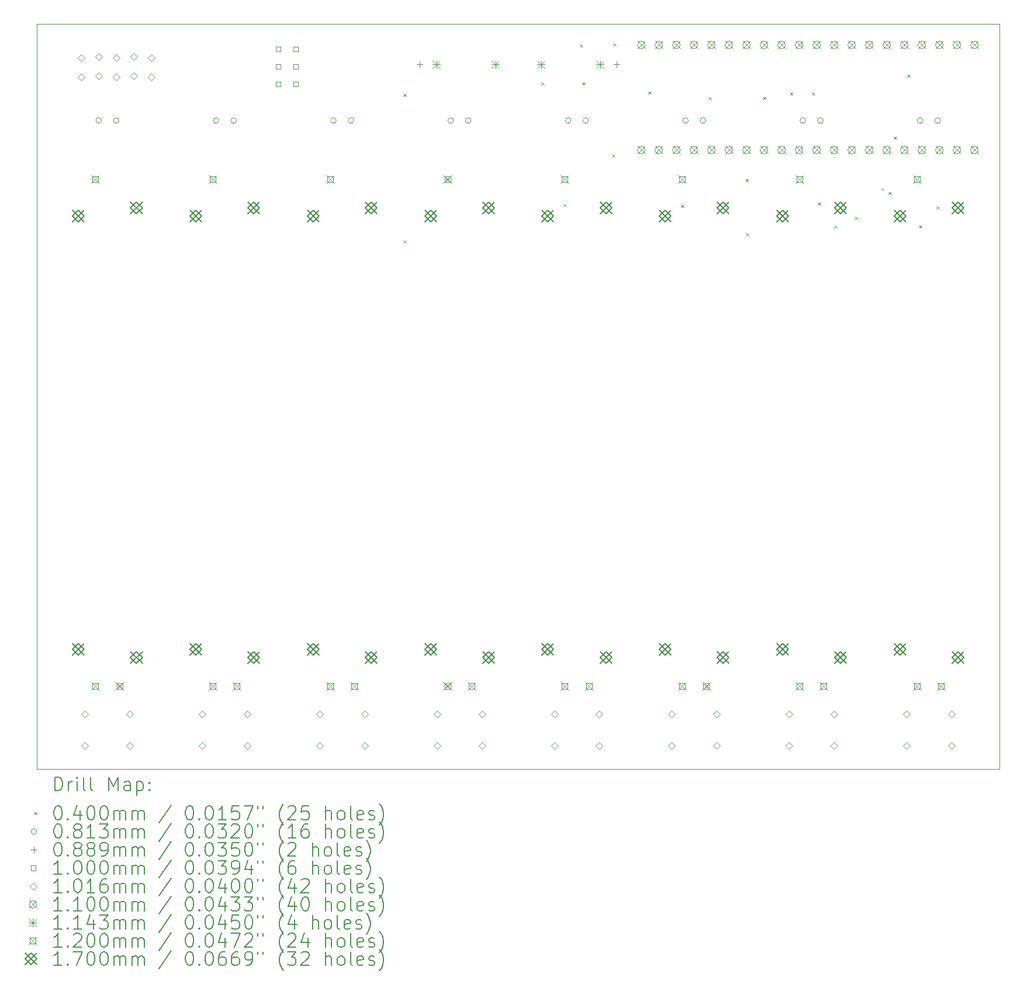
<source format=gbr>
%TF.GenerationSoftware,KiCad,Pcbnew,7.0.8*%
%TF.CreationDate,2024-09-22T21:35:23-04:00*%
%TF.ProjectId,lichen-freddie-board,6c696368-656e-42d6-9672-65646469652d,1.0*%
%TF.SameCoordinates,Original*%
%TF.FileFunction,Drillmap*%
%TF.FilePolarity,Positive*%
%FSLAX45Y45*%
G04 Gerber Fmt 4.5, Leading zero omitted, Abs format (unit mm)*
G04 Created by KiCad (PCBNEW 7.0.8) date 2024-09-22 21:35:23*
%MOMM*%
%LPD*%
G01*
G04 APERTURE LIST*
%ADD10C,0.100000*%
%ADD11C,0.200000*%
%ADD12C,0.040000*%
%ADD13C,0.081280*%
%ADD14C,0.088900*%
%ADD15C,0.101600*%
%ADD16C,0.110000*%
%ADD17C,0.114300*%
%ADD18C,0.120000*%
%ADD19C,0.170000*%
G04 APERTURE END LIST*
D10*
X10125000Y-11025000D02*
X24065000Y-11025000D01*
X24065000Y-21825000D01*
X10125000Y-21825000D01*
X10125000Y-11025000D01*
D11*
D12*
X15430000Y-12035000D02*
X15470000Y-12075000D01*
X15470000Y-12035000D02*
X15430000Y-12075000D01*
X15431000Y-14159000D02*
X15471000Y-14199000D01*
X15471000Y-14159000D02*
X15431000Y-14199000D01*
X17427000Y-11871000D02*
X17467000Y-11911000D01*
X17467000Y-11871000D02*
X17427000Y-11911000D01*
X17754000Y-13631000D02*
X17794000Y-13671000D01*
X17794000Y-13631000D02*
X17754000Y-13671000D01*
X17986000Y-11320000D02*
X18026000Y-11360000D01*
X18026000Y-11320000D02*
X17986000Y-11360000D01*
X18024000Y-11866000D02*
X18064000Y-11906000D01*
X18064000Y-11866000D02*
X18024000Y-11906000D01*
X18451450Y-12910000D02*
X18491450Y-12950000D01*
X18491450Y-12910000D02*
X18451450Y-12950000D01*
X18471000Y-11305000D02*
X18511000Y-11345000D01*
X18511000Y-11305000D02*
X18471000Y-11345000D01*
X18979000Y-12003000D02*
X19019000Y-12043000D01*
X19019000Y-12003000D02*
X18979000Y-12043000D01*
X19452000Y-13644000D02*
X19492000Y-13684000D01*
X19492000Y-13644000D02*
X19452000Y-13684000D01*
X19848000Y-12081000D02*
X19888000Y-12121000D01*
X19888000Y-12081000D02*
X19848000Y-12121000D01*
X20388000Y-13266000D02*
X20428000Y-13306000D01*
X20428000Y-13266000D02*
X20388000Y-13306000D01*
X20392000Y-14053000D02*
X20432000Y-14093000D01*
X20432000Y-14053000D02*
X20392000Y-14093000D01*
X20638000Y-12079000D02*
X20678000Y-12119000D01*
X20678000Y-12079000D02*
X20638000Y-12119000D01*
X21033000Y-12014000D02*
X21073000Y-12054000D01*
X21073000Y-12014000D02*
X21033000Y-12054000D01*
X21350000Y-12012000D02*
X21390000Y-12052000D01*
X21390000Y-12012000D02*
X21350000Y-12052000D01*
X21433000Y-13611000D02*
X21473000Y-13651000D01*
X21473000Y-13611000D02*
X21433000Y-13651000D01*
X21673000Y-13943000D02*
X21713000Y-13983000D01*
X21713000Y-13943000D02*
X21673000Y-13983000D01*
X21970050Y-13820000D02*
X22010050Y-13860000D01*
X22010050Y-13820000D02*
X21970050Y-13860000D01*
X22353000Y-13400000D02*
X22393000Y-13440000D01*
X22393000Y-13400000D02*
X22353000Y-13440000D01*
X22460000Y-13458000D02*
X22500000Y-13498000D01*
X22500000Y-13458000D02*
X22460000Y-13498000D01*
X22533000Y-12654000D02*
X22573000Y-12694000D01*
X22573000Y-12654000D02*
X22533000Y-12694000D01*
X22730000Y-11757000D02*
X22770000Y-11797000D01*
X22770000Y-11757000D02*
X22730000Y-11797000D01*
X22896000Y-13942000D02*
X22936000Y-13982000D01*
X22936000Y-13942000D02*
X22896000Y-13982000D01*
X23152000Y-13663000D02*
X23192000Y-13703000D01*
X23192000Y-13663000D02*
X23152000Y-13703000D01*
D13*
X11058640Y-12423400D02*
G75*
G03*
X11058640Y-12423400I-40640J0D01*
G01*
X11312640Y-12423400D02*
G75*
G03*
X11312640Y-12423400I-40640J0D01*
G01*
X12758640Y-12423400D02*
G75*
G03*
X12758640Y-12423400I-40640J0D01*
G01*
X13012640Y-12423400D02*
G75*
G03*
X13012640Y-12423400I-40640J0D01*
G01*
X14458640Y-12423400D02*
G75*
G03*
X14458640Y-12423400I-40640J0D01*
G01*
X14712640Y-12423400D02*
G75*
G03*
X14712640Y-12423400I-40640J0D01*
G01*
X16158640Y-12423400D02*
G75*
G03*
X16158640Y-12423400I-40640J0D01*
G01*
X16412640Y-12423400D02*
G75*
G03*
X16412640Y-12423400I-40640J0D01*
G01*
X17858640Y-12423400D02*
G75*
G03*
X17858640Y-12423400I-40640J0D01*
G01*
X18112640Y-12423400D02*
G75*
G03*
X18112640Y-12423400I-40640J0D01*
G01*
X19558640Y-12423400D02*
G75*
G03*
X19558640Y-12423400I-40640J0D01*
G01*
X19812640Y-12423400D02*
G75*
G03*
X19812640Y-12423400I-40640J0D01*
G01*
X21258640Y-12423400D02*
G75*
G03*
X21258640Y-12423400I-40640J0D01*
G01*
X21512640Y-12423400D02*
G75*
G03*
X21512640Y-12423400I-40640J0D01*
G01*
X22958640Y-12423400D02*
G75*
G03*
X22958640Y-12423400I-40640J0D01*
G01*
X23212640Y-12423400D02*
G75*
G03*
X23212640Y-12423400I-40640J0D01*
G01*
D14*
X15668420Y-11566350D02*
X15668420Y-11655250D01*
X15623970Y-11610800D02*
X15712870Y-11610800D01*
X18521580Y-11566350D02*
X18521580Y-11655250D01*
X18477130Y-11610800D02*
X18566030Y-11610800D01*
D10*
X13653356Y-11422356D02*
X13653356Y-11351644D01*
X13582644Y-11351644D01*
X13582644Y-11422356D01*
X13653356Y-11422356D01*
X13653356Y-11676356D02*
X13653356Y-11605644D01*
X13582644Y-11605644D01*
X13582644Y-11676356D01*
X13653356Y-11676356D01*
X13653356Y-11930356D02*
X13653356Y-11859644D01*
X13582644Y-11859644D01*
X13582644Y-11930356D01*
X13653356Y-11930356D01*
X13907356Y-11422356D02*
X13907356Y-11351644D01*
X13836644Y-11351644D01*
X13836644Y-11422356D01*
X13907356Y-11422356D01*
X13907356Y-11676356D02*
X13907356Y-11605644D01*
X13836644Y-11605644D01*
X13836644Y-11676356D01*
X13907356Y-11676356D01*
X13907356Y-11930356D02*
X13907356Y-11859644D01*
X13836644Y-11859644D01*
X13836644Y-11930356D01*
X13907356Y-11930356D01*
D15*
X10761000Y-11564400D02*
X10811800Y-11513600D01*
X10761000Y-11462800D01*
X10710200Y-11513600D01*
X10761000Y-11564400D01*
X10761000Y-11843800D02*
X10811800Y-11793000D01*
X10761000Y-11742200D01*
X10710200Y-11793000D01*
X10761000Y-11843800D01*
X10819880Y-21082440D02*
X10870680Y-21031640D01*
X10819880Y-20980840D01*
X10769080Y-21031640D01*
X10819880Y-21082440D01*
X10819880Y-21534560D02*
X10870680Y-21483760D01*
X10819880Y-21432960D01*
X10769080Y-21483760D01*
X10819880Y-21534560D01*
X11015000Y-11544080D02*
X11065800Y-11493280D01*
X11015000Y-11442480D01*
X10964200Y-11493280D01*
X11015000Y-11544080D01*
X11015000Y-11823480D02*
X11065800Y-11772680D01*
X11015000Y-11721880D01*
X10964200Y-11772680D01*
X11015000Y-11823480D01*
X11269000Y-11564400D02*
X11319800Y-11513600D01*
X11269000Y-11462800D01*
X11218200Y-11513600D01*
X11269000Y-11564400D01*
X11269000Y-11843800D02*
X11319800Y-11793000D01*
X11269000Y-11742200D01*
X11218200Y-11793000D01*
X11269000Y-11843800D01*
X11470120Y-21082440D02*
X11520920Y-21031640D01*
X11470120Y-20980840D01*
X11419320Y-21031640D01*
X11470120Y-21082440D01*
X11470120Y-21534560D02*
X11520920Y-21483760D01*
X11470120Y-21432960D01*
X11419320Y-21483760D01*
X11470120Y-21534560D01*
X11523000Y-11544080D02*
X11573800Y-11493280D01*
X11523000Y-11442480D01*
X11472200Y-11493280D01*
X11523000Y-11544080D01*
X11523000Y-11823480D02*
X11573800Y-11772680D01*
X11523000Y-11721880D01*
X11472200Y-11772680D01*
X11523000Y-11823480D01*
X11777000Y-11564400D02*
X11827800Y-11513600D01*
X11777000Y-11462800D01*
X11726200Y-11513600D01*
X11777000Y-11564400D01*
X11777000Y-11843800D02*
X11827800Y-11793000D01*
X11777000Y-11742200D01*
X11726200Y-11793000D01*
X11777000Y-11843800D01*
X12519880Y-21082440D02*
X12570680Y-21031640D01*
X12519880Y-20980840D01*
X12469080Y-21031640D01*
X12519880Y-21082440D01*
X12519880Y-21534560D02*
X12570680Y-21483760D01*
X12519880Y-21432960D01*
X12469080Y-21483760D01*
X12519880Y-21534560D01*
X13170120Y-21082440D02*
X13220920Y-21031640D01*
X13170120Y-20980840D01*
X13119320Y-21031640D01*
X13170120Y-21082440D01*
X13170120Y-21534560D02*
X13220920Y-21483760D01*
X13170120Y-21432960D01*
X13119320Y-21483760D01*
X13170120Y-21534560D01*
X14219880Y-21082440D02*
X14270680Y-21031640D01*
X14219880Y-20980840D01*
X14169080Y-21031640D01*
X14219880Y-21082440D01*
X14219880Y-21534560D02*
X14270680Y-21483760D01*
X14219880Y-21432960D01*
X14169080Y-21483760D01*
X14219880Y-21534560D01*
X14870120Y-21082440D02*
X14920920Y-21031640D01*
X14870120Y-20980840D01*
X14819320Y-21031640D01*
X14870120Y-21082440D01*
X14870120Y-21534560D02*
X14920920Y-21483760D01*
X14870120Y-21432960D01*
X14819320Y-21483760D01*
X14870120Y-21534560D01*
X15919880Y-21082440D02*
X15970680Y-21031640D01*
X15919880Y-20980840D01*
X15869080Y-21031640D01*
X15919880Y-21082440D01*
X15919880Y-21534560D02*
X15970680Y-21483760D01*
X15919880Y-21432960D01*
X15869080Y-21483760D01*
X15919880Y-21534560D01*
X16570120Y-21082440D02*
X16620920Y-21031640D01*
X16570120Y-20980840D01*
X16519320Y-21031640D01*
X16570120Y-21082440D01*
X16570120Y-21534560D02*
X16620920Y-21483760D01*
X16570120Y-21432960D01*
X16519320Y-21483760D01*
X16570120Y-21534560D01*
X17619880Y-21082440D02*
X17670680Y-21031640D01*
X17619880Y-20980840D01*
X17569080Y-21031640D01*
X17619880Y-21082440D01*
X17619880Y-21534560D02*
X17670680Y-21483760D01*
X17619880Y-21432960D01*
X17569080Y-21483760D01*
X17619880Y-21534560D01*
X18270120Y-21082440D02*
X18320920Y-21031640D01*
X18270120Y-20980840D01*
X18219320Y-21031640D01*
X18270120Y-21082440D01*
X18270120Y-21534560D02*
X18320920Y-21483760D01*
X18270120Y-21432960D01*
X18219320Y-21483760D01*
X18270120Y-21534560D01*
X19319880Y-21082440D02*
X19370680Y-21031640D01*
X19319880Y-20980840D01*
X19269080Y-21031640D01*
X19319880Y-21082440D01*
X19319880Y-21534560D02*
X19370680Y-21483760D01*
X19319880Y-21432960D01*
X19269080Y-21483760D01*
X19319880Y-21534560D01*
X19970120Y-21082440D02*
X20020920Y-21031640D01*
X19970120Y-20980840D01*
X19919320Y-21031640D01*
X19970120Y-21082440D01*
X19970120Y-21534560D02*
X20020920Y-21483760D01*
X19970120Y-21432960D01*
X19919320Y-21483760D01*
X19970120Y-21534560D01*
X21019880Y-21082440D02*
X21070680Y-21031640D01*
X21019880Y-20980840D01*
X20969080Y-21031640D01*
X21019880Y-21082440D01*
X21019880Y-21534560D02*
X21070680Y-21483760D01*
X21019880Y-21432960D01*
X20969080Y-21483760D01*
X21019880Y-21534560D01*
X21670120Y-21082440D02*
X21720920Y-21031640D01*
X21670120Y-20980840D01*
X21619320Y-21031640D01*
X21670120Y-21082440D01*
X21670120Y-21534560D02*
X21720920Y-21483760D01*
X21670120Y-21432960D01*
X21619320Y-21483760D01*
X21670120Y-21534560D01*
X22719880Y-21082440D02*
X22770680Y-21031640D01*
X22719880Y-20980840D01*
X22669080Y-21031640D01*
X22719880Y-21082440D01*
X22719880Y-21534560D02*
X22770680Y-21483760D01*
X22719880Y-21432960D01*
X22669080Y-21483760D01*
X22719880Y-21534560D01*
X23370120Y-21082440D02*
X23420920Y-21031640D01*
X23370120Y-20980840D01*
X23319320Y-21031640D01*
X23370120Y-21082440D01*
X23370120Y-21534560D02*
X23420920Y-21483760D01*
X23370120Y-21432960D01*
X23319320Y-21483760D01*
X23370120Y-21534560D01*
D16*
X18823000Y-11272000D02*
X18933000Y-11382000D01*
X18933000Y-11272000D02*
X18823000Y-11382000D01*
X18933000Y-11327000D02*
G75*
G03*
X18933000Y-11327000I-55000J0D01*
G01*
X18823000Y-12796000D02*
X18933000Y-12906000D01*
X18933000Y-12796000D02*
X18823000Y-12906000D01*
X18933000Y-12851000D02*
G75*
G03*
X18933000Y-12851000I-55000J0D01*
G01*
X19077000Y-11272000D02*
X19187000Y-11382000D01*
X19187000Y-11272000D02*
X19077000Y-11382000D01*
X19187000Y-11327000D02*
G75*
G03*
X19187000Y-11327000I-55000J0D01*
G01*
X19077000Y-12796000D02*
X19187000Y-12906000D01*
X19187000Y-12796000D02*
X19077000Y-12906000D01*
X19187000Y-12851000D02*
G75*
G03*
X19187000Y-12851000I-55000J0D01*
G01*
X19331000Y-11272000D02*
X19441000Y-11382000D01*
X19441000Y-11272000D02*
X19331000Y-11382000D01*
X19441000Y-11327000D02*
G75*
G03*
X19441000Y-11327000I-55000J0D01*
G01*
X19331000Y-12796000D02*
X19441000Y-12906000D01*
X19441000Y-12796000D02*
X19331000Y-12906000D01*
X19441000Y-12851000D02*
G75*
G03*
X19441000Y-12851000I-55000J0D01*
G01*
X19585000Y-11272000D02*
X19695000Y-11382000D01*
X19695000Y-11272000D02*
X19585000Y-11382000D01*
X19695000Y-11327000D02*
G75*
G03*
X19695000Y-11327000I-55000J0D01*
G01*
X19585000Y-12796000D02*
X19695000Y-12906000D01*
X19695000Y-12796000D02*
X19585000Y-12906000D01*
X19695000Y-12851000D02*
G75*
G03*
X19695000Y-12851000I-55000J0D01*
G01*
X19839000Y-11272000D02*
X19949000Y-11382000D01*
X19949000Y-11272000D02*
X19839000Y-11382000D01*
X19949000Y-11327000D02*
G75*
G03*
X19949000Y-11327000I-55000J0D01*
G01*
X19839000Y-12796000D02*
X19949000Y-12906000D01*
X19949000Y-12796000D02*
X19839000Y-12906000D01*
X19949000Y-12851000D02*
G75*
G03*
X19949000Y-12851000I-55000J0D01*
G01*
X20093000Y-11272000D02*
X20203000Y-11382000D01*
X20203000Y-11272000D02*
X20093000Y-11382000D01*
X20203000Y-11327000D02*
G75*
G03*
X20203000Y-11327000I-55000J0D01*
G01*
X20093000Y-12796000D02*
X20203000Y-12906000D01*
X20203000Y-12796000D02*
X20093000Y-12906000D01*
X20203000Y-12851000D02*
G75*
G03*
X20203000Y-12851000I-55000J0D01*
G01*
X20347000Y-11272000D02*
X20457000Y-11382000D01*
X20457000Y-11272000D02*
X20347000Y-11382000D01*
X20457000Y-11327000D02*
G75*
G03*
X20457000Y-11327000I-55000J0D01*
G01*
X20347000Y-12796000D02*
X20457000Y-12906000D01*
X20457000Y-12796000D02*
X20347000Y-12906000D01*
X20457000Y-12851000D02*
G75*
G03*
X20457000Y-12851000I-55000J0D01*
G01*
X20601000Y-11272000D02*
X20711000Y-11382000D01*
X20711000Y-11272000D02*
X20601000Y-11382000D01*
X20711000Y-11327000D02*
G75*
G03*
X20711000Y-11327000I-55000J0D01*
G01*
X20601000Y-12796000D02*
X20711000Y-12906000D01*
X20711000Y-12796000D02*
X20601000Y-12906000D01*
X20711000Y-12851000D02*
G75*
G03*
X20711000Y-12851000I-55000J0D01*
G01*
X20855000Y-11272000D02*
X20965000Y-11382000D01*
X20965000Y-11272000D02*
X20855000Y-11382000D01*
X20965000Y-11327000D02*
G75*
G03*
X20965000Y-11327000I-55000J0D01*
G01*
X20855000Y-12796000D02*
X20965000Y-12906000D01*
X20965000Y-12796000D02*
X20855000Y-12906000D01*
X20965000Y-12851000D02*
G75*
G03*
X20965000Y-12851000I-55000J0D01*
G01*
X21109000Y-11272000D02*
X21219000Y-11382000D01*
X21219000Y-11272000D02*
X21109000Y-11382000D01*
X21219000Y-11327000D02*
G75*
G03*
X21219000Y-11327000I-55000J0D01*
G01*
X21109000Y-12796000D02*
X21219000Y-12906000D01*
X21219000Y-12796000D02*
X21109000Y-12906000D01*
X21219000Y-12851000D02*
G75*
G03*
X21219000Y-12851000I-55000J0D01*
G01*
X21363000Y-11272000D02*
X21473000Y-11382000D01*
X21473000Y-11272000D02*
X21363000Y-11382000D01*
X21473000Y-11327000D02*
G75*
G03*
X21473000Y-11327000I-55000J0D01*
G01*
X21363000Y-12796000D02*
X21473000Y-12906000D01*
X21473000Y-12796000D02*
X21363000Y-12906000D01*
X21473000Y-12851000D02*
G75*
G03*
X21473000Y-12851000I-55000J0D01*
G01*
X21617000Y-11272000D02*
X21727000Y-11382000D01*
X21727000Y-11272000D02*
X21617000Y-11382000D01*
X21727000Y-11327000D02*
G75*
G03*
X21727000Y-11327000I-55000J0D01*
G01*
X21617000Y-12796000D02*
X21727000Y-12906000D01*
X21727000Y-12796000D02*
X21617000Y-12906000D01*
X21727000Y-12851000D02*
G75*
G03*
X21727000Y-12851000I-55000J0D01*
G01*
X21871000Y-11272000D02*
X21981000Y-11382000D01*
X21981000Y-11272000D02*
X21871000Y-11382000D01*
X21981000Y-11327000D02*
G75*
G03*
X21981000Y-11327000I-55000J0D01*
G01*
X21871000Y-12796000D02*
X21981000Y-12906000D01*
X21981000Y-12796000D02*
X21871000Y-12906000D01*
X21981000Y-12851000D02*
G75*
G03*
X21981000Y-12851000I-55000J0D01*
G01*
X22125000Y-11272000D02*
X22235000Y-11382000D01*
X22235000Y-11272000D02*
X22125000Y-11382000D01*
X22235000Y-11327000D02*
G75*
G03*
X22235000Y-11327000I-55000J0D01*
G01*
X22125000Y-12796000D02*
X22235000Y-12906000D01*
X22235000Y-12796000D02*
X22125000Y-12906000D01*
X22235000Y-12851000D02*
G75*
G03*
X22235000Y-12851000I-55000J0D01*
G01*
X22379000Y-11272000D02*
X22489000Y-11382000D01*
X22489000Y-11272000D02*
X22379000Y-11382000D01*
X22489000Y-11327000D02*
G75*
G03*
X22489000Y-11327000I-55000J0D01*
G01*
X22379000Y-12796000D02*
X22489000Y-12906000D01*
X22489000Y-12796000D02*
X22379000Y-12906000D01*
X22489000Y-12851000D02*
G75*
G03*
X22489000Y-12851000I-55000J0D01*
G01*
X22633000Y-11272000D02*
X22743000Y-11382000D01*
X22743000Y-11272000D02*
X22633000Y-11382000D01*
X22743000Y-11327000D02*
G75*
G03*
X22743000Y-11327000I-55000J0D01*
G01*
X22633000Y-12796000D02*
X22743000Y-12906000D01*
X22743000Y-12796000D02*
X22633000Y-12906000D01*
X22743000Y-12851000D02*
G75*
G03*
X22743000Y-12851000I-55000J0D01*
G01*
X22887000Y-11272000D02*
X22997000Y-11382000D01*
X22997000Y-11272000D02*
X22887000Y-11382000D01*
X22997000Y-11327000D02*
G75*
G03*
X22997000Y-11327000I-55000J0D01*
G01*
X22887000Y-12796000D02*
X22997000Y-12906000D01*
X22997000Y-12796000D02*
X22887000Y-12906000D01*
X22997000Y-12851000D02*
G75*
G03*
X22997000Y-12851000I-55000J0D01*
G01*
X23141000Y-11272000D02*
X23251000Y-11382000D01*
X23251000Y-11272000D02*
X23141000Y-11382000D01*
X23251000Y-11327000D02*
G75*
G03*
X23251000Y-11327000I-55000J0D01*
G01*
X23141000Y-12796000D02*
X23251000Y-12906000D01*
X23251000Y-12796000D02*
X23141000Y-12906000D01*
X23251000Y-12851000D02*
G75*
G03*
X23251000Y-12851000I-55000J0D01*
G01*
X23395000Y-11272000D02*
X23505000Y-11382000D01*
X23505000Y-11272000D02*
X23395000Y-11382000D01*
X23505000Y-11327000D02*
G75*
G03*
X23505000Y-11327000I-55000J0D01*
G01*
X23395000Y-12796000D02*
X23505000Y-12906000D01*
X23505000Y-12796000D02*
X23395000Y-12906000D01*
X23505000Y-12851000D02*
G75*
G03*
X23505000Y-12851000I-55000J0D01*
G01*
X23649000Y-11272000D02*
X23759000Y-11382000D01*
X23759000Y-11272000D02*
X23649000Y-11382000D01*
X23759000Y-11327000D02*
G75*
G03*
X23759000Y-11327000I-55000J0D01*
G01*
X23649000Y-12796000D02*
X23759000Y-12906000D01*
X23759000Y-12796000D02*
X23649000Y-12906000D01*
X23759000Y-12851000D02*
G75*
G03*
X23759000Y-12851000I-55000J0D01*
G01*
D17*
X15852570Y-11553650D02*
X15966870Y-11667950D01*
X15966870Y-11553650D02*
X15852570Y-11667950D01*
X15909720Y-11553650D02*
X15909720Y-11667950D01*
X15852570Y-11610800D02*
X15966870Y-11610800D01*
X16708550Y-11553650D02*
X16822850Y-11667950D01*
X16822850Y-11553650D02*
X16708550Y-11667950D01*
X16765700Y-11553650D02*
X16765700Y-11667950D01*
X16708550Y-11610800D02*
X16822850Y-11610800D01*
X17367150Y-11553650D02*
X17481450Y-11667950D01*
X17481450Y-11553650D02*
X17367150Y-11667950D01*
X17424300Y-11553650D02*
X17424300Y-11667950D01*
X17367150Y-11610800D02*
X17481450Y-11610800D01*
X18223130Y-11553650D02*
X18337430Y-11667950D01*
X18337430Y-11553650D02*
X18223130Y-11667950D01*
X18280280Y-11553650D02*
X18280280Y-11667950D01*
X18223130Y-11610800D02*
X18337430Y-11610800D01*
D18*
X10910000Y-13215800D02*
X11030000Y-13335800D01*
X11030000Y-13215800D02*
X10910000Y-13335800D01*
X11012427Y-13318227D02*
X11012427Y-13233373D01*
X10927573Y-13233373D01*
X10927573Y-13318227D01*
X11012427Y-13318227D01*
X10910000Y-20565800D02*
X11030000Y-20685800D01*
X11030000Y-20565800D02*
X10910000Y-20685800D01*
X11012427Y-20668227D02*
X11012427Y-20583373D01*
X10927573Y-20583373D01*
X10927573Y-20668227D01*
X11012427Y-20668227D01*
X11260000Y-20565800D02*
X11380000Y-20685800D01*
X11380000Y-20565800D02*
X11260000Y-20685800D01*
X11362427Y-20668227D02*
X11362427Y-20583373D01*
X11277573Y-20583373D01*
X11277573Y-20668227D01*
X11362427Y-20668227D01*
X12610000Y-13215800D02*
X12730000Y-13335800D01*
X12730000Y-13215800D02*
X12610000Y-13335800D01*
X12712427Y-13318227D02*
X12712427Y-13233373D01*
X12627573Y-13233373D01*
X12627573Y-13318227D01*
X12712427Y-13318227D01*
X12610000Y-20565800D02*
X12730000Y-20685800D01*
X12730000Y-20565800D02*
X12610000Y-20685800D01*
X12712427Y-20668227D02*
X12712427Y-20583373D01*
X12627573Y-20583373D01*
X12627573Y-20668227D01*
X12712427Y-20668227D01*
X12960000Y-20565800D02*
X13080000Y-20685800D01*
X13080000Y-20565800D02*
X12960000Y-20685800D01*
X13062427Y-20668227D02*
X13062427Y-20583373D01*
X12977573Y-20583373D01*
X12977573Y-20668227D01*
X13062427Y-20668227D01*
X14310000Y-13215800D02*
X14430000Y-13335800D01*
X14430000Y-13215800D02*
X14310000Y-13335800D01*
X14412427Y-13318227D02*
X14412427Y-13233373D01*
X14327573Y-13233373D01*
X14327573Y-13318227D01*
X14412427Y-13318227D01*
X14310000Y-20565800D02*
X14430000Y-20685800D01*
X14430000Y-20565800D02*
X14310000Y-20685800D01*
X14412427Y-20668227D02*
X14412427Y-20583373D01*
X14327573Y-20583373D01*
X14327573Y-20668227D01*
X14412427Y-20668227D01*
X14660000Y-20565800D02*
X14780000Y-20685800D01*
X14780000Y-20565800D02*
X14660000Y-20685800D01*
X14762427Y-20668227D02*
X14762427Y-20583373D01*
X14677573Y-20583373D01*
X14677573Y-20668227D01*
X14762427Y-20668227D01*
X16010000Y-13215800D02*
X16130000Y-13335800D01*
X16130000Y-13215800D02*
X16010000Y-13335800D01*
X16112427Y-13318227D02*
X16112427Y-13233373D01*
X16027573Y-13233373D01*
X16027573Y-13318227D01*
X16112427Y-13318227D01*
X16010000Y-20565800D02*
X16130000Y-20685800D01*
X16130000Y-20565800D02*
X16010000Y-20685800D01*
X16112427Y-20668227D02*
X16112427Y-20583373D01*
X16027573Y-20583373D01*
X16027573Y-20668227D01*
X16112427Y-20668227D01*
X16360000Y-20565800D02*
X16480000Y-20685800D01*
X16480000Y-20565800D02*
X16360000Y-20685800D01*
X16462427Y-20668227D02*
X16462427Y-20583373D01*
X16377573Y-20583373D01*
X16377573Y-20668227D01*
X16462427Y-20668227D01*
X17710000Y-13215800D02*
X17830000Y-13335800D01*
X17830000Y-13215800D02*
X17710000Y-13335800D01*
X17812427Y-13318227D02*
X17812427Y-13233373D01*
X17727573Y-13233373D01*
X17727573Y-13318227D01*
X17812427Y-13318227D01*
X17710000Y-20565800D02*
X17830000Y-20685800D01*
X17830000Y-20565800D02*
X17710000Y-20685800D01*
X17812427Y-20668227D02*
X17812427Y-20583373D01*
X17727573Y-20583373D01*
X17727573Y-20668227D01*
X17812427Y-20668227D01*
X18060000Y-20565800D02*
X18180000Y-20685800D01*
X18180000Y-20565800D02*
X18060000Y-20685800D01*
X18162427Y-20668227D02*
X18162427Y-20583373D01*
X18077573Y-20583373D01*
X18077573Y-20668227D01*
X18162427Y-20668227D01*
X19410000Y-13215800D02*
X19530000Y-13335800D01*
X19530000Y-13215800D02*
X19410000Y-13335800D01*
X19512427Y-13318227D02*
X19512427Y-13233373D01*
X19427573Y-13233373D01*
X19427573Y-13318227D01*
X19512427Y-13318227D01*
X19410000Y-20565800D02*
X19530000Y-20685800D01*
X19530000Y-20565800D02*
X19410000Y-20685800D01*
X19512427Y-20668227D02*
X19512427Y-20583373D01*
X19427573Y-20583373D01*
X19427573Y-20668227D01*
X19512427Y-20668227D01*
X19760000Y-20565800D02*
X19880000Y-20685800D01*
X19880000Y-20565800D02*
X19760000Y-20685800D01*
X19862427Y-20668227D02*
X19862427Y-20583373D01*
X19777573Y-20583373D01*
X19777573Y-20668227D01*
X19862427Y-20668227D01*
X21110000Y-13215800D02*
X21230000Y-13335800D01*
X21230000Y-13215800D02*
X21110000Y-13335800D01*
X21212427Y-13318227D02*
X21212427Y-13233373D01*
X21127573Y-13233373D01*
X21127573Y-13318227D01*
X21212427Y-13318227D01*
X21110000Y-20565800D02*
X21230000Y-20685800D01*
X21230000Y-20565800D02*
X21110000Y-20685800D01*
X21212427Y-20668227D02*
X21212427Y-20583373D01*
X21127573Y-20583373D01*
X21127573Y-20668227D01*
X21212427Y-20668227D01*
X21460000Y-20565800D02*
X21580000Y-20685800D01*
X21580000Y-20565800D02*
X21460000Y-20685800D01*
X21562427Y-20668227D02*
X21562427Y-20583373D01*
X21477573Y-20583373D01*
X21477573Y-20668227D01*
X21562427Y-20668227D01*
X22810000Y-13215800D02*
X22930000Y-13335800D01*
X22930000Y-13215800D02*
X22810000Y-13335800D01*
X22912427Y-13318227D02*
X22912427Y-13233373D01*
X22827573Y-13233373D01*
X22827573Y-13318227D01*
X22912427Y-13318227D01*
X22810000Y-20565800D02*
X22930000Y-20685800D01*
X22930000Y-20565800D02*
X22810000Y-20685800D01*
X22912427Y-20668227D02*
X22912427Y-20583373D01*
X22827573Y-20583373D01*
X22827573Y-20668227D01*
X22912427Y-20668227D01*
X23160000Y-20565800D02*
X23280000Y-20685800D01*
X23280000Y-20565800D02*
X23160000Y-20685800D01*
X23262427Y-20668227D02*
X23262427Y-20583373D01*
X23177573Y-20583373D01*
X23177573Y-20668227D01*
X23262427Y-20668227D01*
D19*
X10640000Y-13725800D02*
X10810000Y-13895800D01*
X10810000Y-13725800D02*
X10640000Y-13895800D01*
X10725000Y-13895800D02*
X10810000Y-13810800D01*
X10725000Y-13725800D01*
X10640000Y-13810800D01*
X10725000Y-13895800D01*
X10640000Y-20005800D02*
X10810000Y-20175800D01*
X10810000Y-20005800D02*
X10640000Y-20175800D01*
X10725000Y-20175800D02*
X10810000Y-20090800D01*
X10725000Y-20005800D01*
X10640000Y-20090800D01*
X10725000Y-20175800D01*
X11480000Y-13605800D02*
X11650000Y-13775800D01*
X11650000Y-13605800D02*
X11480000Y-13775800D01*
X11565000Y-13775800D02*
X11650000Y-13690800D01*
X11565000Y-13605800D01*
X11480000Y-13690800D01*
X11565000Y-13775800D01*
X11480000Y-20125800D02*
X11650000Y-20295800D01*
X11650000Y-20125800D02*
X11480000Y-20295800D01*
X11565000Y-20295800D02*
X11650000Y-20210800D01*
X11565000Y-20125800D01*
X11480000Y-20210800D01*
X11565000Y-20295800D01*
X12340000Y-13725800D02*
X12510000Y-13895800D01*
X12510000Y-13725800D02*
X12340000Y-13895800D01*
X12425000Y-13895800D02*
X12510000Y-13810800D01*
X12425000Y-13725800D01*
X12340000Y-13810800D01*
X12425000Y-13895800D01*
X12340000Y-20005800D02*
X12510000Y-20175800D01*
X12510000Y-20005800D02*
X12340000Y-20175800D01*
X12425000Y-20175800D02*
X12510000Y-20090800D01*
X12425000Y-20005800D01*
X12340000Y-20090800D01*
X12425000Y-20175800D01*
X13180000Y-13605800D02*
X13350000Y-13775800D01*
X13350000Y-13605800D02*
X13180000Y-13775800D01*
X13265000Y-13775800D02*
X13350000Y-13690800D01*
X13265000Y-13605800D01*
X13180000Y-13690800D01*
X13265000Y-13775800D01*
X13180000Y-20125800D02*
X13350000Y-20295800D01*
X13350000Y-20125800D02*
X13180000Y-20295800D01*
X13265000Y-20295800D02*
X13350000Y-20210800D01*
X13265000Y-20125800D01*
X13180000Y-20210800D01*
X13265000Y-20295800D01*
X14040000Y-13725800D02*
X14210000Y-13895800D01*
X14210000Y-13725800D02*
X14040000Y-13895800D01*
X14125000Y-13895800D02*
X14210000Y-13810800D01*
X14125000Y-13725800D01*
X14040000Y-13810800D01*
X14125000Y-13895800D01*
X14040000Y-20005800D02*
X14210000Y-20175800D01*
X14210000Y-20005800D02*
X14040000Y-20175800D01*
X14125000Y-20175800D02*
X14210000Y-20090800D01*
X14125000Y-20005800D01*
X14040000Y-20090800D01*
X14125000Y-20175800D01*
X14880000Y-13605800D02*
X15050000Y-13775800D01*
X15050000Y-13605800D02*
X14880000Y-13775800D01*
X14965000Y-13775800D02*
X15050000Y-13690800D01*
X14965000Y-13605800D01*
X14880000Y-13690800D01*
X14965000Y-13775800D01*
X14880000Y-20125800D02*
X15050000Y-20295800D01*
X15050000Y-20125800D02*
X14880000Y-20295800D01*
X14965000Y-20295800D02*
X15050000Y-20210800D01*
X14965000Y-20125800D01*
X14880000Y-20210800D01*
X14965000Y-20295800D01*
X15740000Y-13725800D02*
X15910000Y-13895800D01*
X15910000Y-13725800D02*
X15740000Y-13895800D01*
X15825000Y-13895800D02*
X15910000Y-13810800D01*
X15825000Y-13725800D01*
X15740000Y-13810800D01*
X15825000Y-13895800D01*
X15740000Y-20005800D02*
X15910000Y-20175800D01*
X15910000Y-20005800D02*
X15740000Y-20175800D01*
X15825000Y-20175800D02*
X15910000Y-20090800D01*
X15825000Y-20005800D01*
X15740000Y-20090800D01*
X15825000Y-20175800D01*
X16580000Y-13605800D02*
X16750000Y-13775800D01*
X16750000Y-13605800D02*
X16580000Y-13775800D01*
X16665000Y-13775800D02*
X16750000Y-13690800D01*
X16665000Y-13605800D01*
X16580000Y-13690800D01*
X16665000Y-13775800D01*
X16580000Y-20125800D02*
X16750000Y-20295800D01*
X16750000Y-20125800D02*
X16580000Y-20295800D01*
X16665000Y-20295800D02*
X16750000Y-20210800D01*
X16665000Y-20125800D01*
X16580000Y-20210800D01*
X16665000Y-20295800D01*
X17440000Y-13725800D02*
X17610000Y-13895800D01*
X17610000Y-13725800D02*
X17440000Y-13895800D01*
X17525000Y-13895800D02*
X17610000Y-13810800D01*
X17525000Y-13725800D01*
X17440000Y-13810800D01*
X17525000Y-13895800D01*
X17440000Y-20005800D02*
X17610000Y-20175800D01*
X17610000Y-20005800D02*
X17440000Y-20175800D01*
X17525000Y-20175800D02*
X17610000Y-20090800D01*
X17525000Y-20005800D01*
X17440000Y-20090800D01*
X17525000Y-20175800D01*
X18280000Y-13605800D02*
X18450000Y-13775800D01*
X18450000Y-13605800D02*
X18280000Y-13775800D01*
X18365000Y-13775800D02*
X18450000Y-13690800D01*
X18365000Y-13605800D01*
X18280000Y-13690800D01*
X18365000Y-13775800D01*
X18280000Y-20125800D02*
X18450000Y-20295800D01*
X18450000Y-20125800D02*
X18280000Y-20295800D01*
X18365000Y-20295800D02*
X18450000Y-20210800D01*
X18365000Y-20125800D01*
X18280000Y-20210800D01*
X18365000Y-20295800D01*
X19140000Y-13725800D02*
X19310000Y-13895800D01*
X19310000Y-13725800D02*
X19140000Y-13895800D01*
X19225000Y-13895800D02*
X19310000Y-13810800D01*
X19225000Y-13725800D01*
X19140000Y-13810800D01*
X19225000Y-13895800D01*
X19140000Y-20005800D02*
X19310000Y-20175800D01*
X19310000Y-20005800D02*
X19140000Y-20175800D01*
X19225000Y-20175800D02*
X19310000Y-20090800D01*
X19225000Y-20005800D01*
X19140000Y-20090800D01*
X19225000Y-20175800D01*
X19980000Y-13605800D02*
X20150000Y-13775800D01*
X20150000Y-13605800D02*
X19980000Y-13775800D01*
X20065000Y-13775800D02*
X20150000Y-13690800D01*
X20065000Y-13605800D01*
X19980000Y-13690800D01*
X20065000Y-13775800D01*
X19980000Y-20125800D02*
X20150000Y-20295800D01*
X20150000Y-20125800D02*
X19980000Y-20295800D01*
X20065000Y-20295800D02*
X20150000Y-20210800D01*
X20065000Y-20125800D01*
X19980000Y-20210800D01*
X20065000Y-20295800D01*
X20840000Y-13725800D02*
X21010000Y-13895800D01*
X21010000Y-13725800D02*
X20840000Y-13895800D01*
X20925000Y-13895800D02*
X21010000Y-13810800D01*
X20925000Y-13725800D01*
X20840000Y-13810800D01*
X20925000Y-13895800D01*
X20840000Y-20005800D02*
X21010000Y-20175800D01*
X21010000Y-20005800D02*
X20840000Y-20175800D01*
X20925000Y-20175800D02*
X21010000Y-20090800D01*
X20925000Y-20005800D01*
X20840000Y-20090800D01*
X20925000Y-20175800D01*
X21680000Y-13605800D02*
X21850000Y-13775800D01*
X21850000Y-13605800D02*
X21680000Y-13775800D01*
X21765000Y-13775800D02*
X21850000Y-13690800D01*
X21765000Y-13605800D01*
X21680000Y-13690800D01*
X21765000Y-13775800D01*
X21680000Y-20125800D02*
X21850000Y-20295800D01*
X21850000Y-20125800D02*
X21680000Y-20295800D01*
X21765000Y-20295800D02*
X21850000Y-20210800D01*
X21765000Y-20125800D01*
X21680000Y-20210800D01*
X21765000Y-20295800D01*
X22540000Y-13725800D02*
X22710000Y-13895800D01*
X22710000Y-13725800D02*
X22540000Y-13895800D01*
X22625000Y-13895800D02*
X22710000Y-13810800D01*
X22625000Y-13725800D01*
X22540000Y-13810800D01*
X22625000Y-13895800D01*
X22540000Y-20005800D02*
X22710000Y-20175800D01*
X22710000Y-20005800D02*
X22540000Y-20175800D01*
X22625000Y-20175800D02*
X22710000Y-20090800D01*
X22625000Y-20005800D01*
X22540000Y-20090800D01*
X22625000Y-20175800D01*
X23380000Y-13605800D02*
X23550000Y-13775800D01*
X23550000Y-13605800D02*
X23380000Y-13775800D01*
X23465000Y-13775800D02*
X23550000Y-13690800D01*
X23465000Y-13605800D01*
X23380000Y-13690800D01*
X23465000Y-13775800D01*
X23380000Y-20125800D02*
X23550000Y-20295800D01*
X23550000Y-20125800D02*
X23380000Y-20295800D01*
X23465000Y-20295800D02*
X23550000Y-20210800D01*
X23465000Y-20125800D01*
X23380000Y-20210800D01*
X23465000Y-20295800D01*
D11*
X10380777Y-22141484D02*
X10380777Y-21941484D01*
X10380777Y-21941484D02*
X10428396Y-21941484D01*
X10428396Y-21941484D02*
X10456967Y-21951008D01*
X10456967Y-21951008D02*
X10476015Y-21970055D01*
X10476015Y-21970055D02*
X10485539Y-21989103D01*
X10485539Y-21989103D02*
X10495063Y-22027198D01*
X10495063Y-22027198D02*
X10495063Y-22055770D01*
X10495063Y-22055770D02*
X10485539Y-22093865D01*
X10485539Y-22093865D02*
X10476015Y-22112912D01*
X10476015Y-22112912D02*
X10456967Y-22131960D01*
X10456967Y-22131960D02*
X10428396Y-22141484D01*
X10428396Y-22141484D02*
X10380777Y-22141484D01*
X10580777Y-22141484D02*
X10580777Y-22008150D01*
X10580777Y-22046246D02*
X10590301Y-22027198D01*
X10590301Y-22027198D02*
X10599824Y-22017674D01*
X10599824Y-22017674D02*
X10618872Y-22008150D01*
X10618872Y-22008150D02*
X10637920Y-22008150D01*
X10704586Y-22141484D02*
X10704586Y-22008150D01*
X10704586Y-21941484D02*
X10695063Y-21951008D01*
X10695063Y-21951008D02*
X10704586Y-21960531D01*
X10704586Y-21960531D02*
X10714110Y-21951008D01*
X10714110Y-21951008D02*
X10704586Y-21941484D01*
X10704586Y-21941484D02*
X10704586Y-21960531D01*
X10828396Y-22141484D02*
X10809348Y-22131960D01*
X10809348Y-22131960D02*
X10799824Y-22112912D01*
X10799824Y-22112912D02*
X10799824Y-21941484D01*
X10933158Y-22141484D02*
X10914110Y-22131960D01*
X10914110Y-22131960D02*
X10904586Y-22112912D01*
X10904586Y-22112912D02*
X10904586Y-21941484D01*
X11161729Y-22141484D02*
X11161729Y-21941484D01*
X11161729Y-21941484D02*
X11228396Y-22084341D01*
X11228396Y-22084341D02*
X11295062Y-21941484D01*
X11295062Y-21941484D02*
X11295062Y-22141484D01*
X11476015Y-22141484D02*
X11476015Y-22036722D01*
X11476015Y-22036722D02*
X11466491Y-22017674D01*
X11466491Y-22017674D02*
X11447443Y-22008150D01*
X11447443Y-22008150D02*
X11409348Y-22008150D01*
X11409348Y-22008150D02*
X11390301Y-22017674D01*
X11476015Y-22131960D02*
X11456967Y-22141484D01*
X11456967Y-22141484D02*
X11409348Y-22141484D01*
X11409348Y-22141484D02*
X11390301Y-22131960D01*
X11390301Y-22131960D02*
X11380777Y-22112912D01*
X11380777Y-22112912D02*
X11380777Y-22093865D01*
X11380777Y-22093865D02*
X11390301Y-22074817D01*
X11390301Y-22074817D02*
X11409348Y-22065293D01*
X11409348Y-22065293D02*
X11456967Y-22065293D01*
X11456967Y-22065293D02*
X11476015Y-22055770D01*
X11571253Y-22008150D02*
X11571253Y-22208150D01*
X11571253Y-22017674D02*
X11590301Y-22008150D01*
X11590301Y-22008150D02*
X11628396Y-22008150D01*
X11628396Y-22008150D02*
X11647443Y-22017674D01*
X11647443Y-22017674D02*
X11656967Y-22027198D01*
X11656967Y-22027198D02*
X11666491Y-22046246D01*
X11666491Y-22046246D02*
X11666491Y-22103389D01*
X11666491Y-22103389D02*
X11656967Y-22122436D01*
X11656967Y-22122436D02*
X11647443Y-22131960D01*
X11647443Y-22131960D02*
X11628396Y-22141484D01*
X11628396Y-22141484D02*
X11590301Y-22141484D01*
X11590301Y-22141484D02*
X11571253Y-22131960D01*
X11752205Y-22122436D02*
X11761729Y-22131960D01*
X11761729Y-22131960D02*
X11752205Y-22141484D01*
X11752205Y-22141484D02*
X11742682Y-22131960D01*
X11742682Y-22131960D02*
X11752205Y-22122436D01*
X11752205Y-22122436D02*
X11752205Y-22141484D01*
X11752205Y-22017674D02*
X11761729Y-22027198D01*
X11761729Y-22027198D02*
X11752205Y-22036722D01*
X11752205Y-22036722D02*
X11742682Y-22027198D01*
X11742682Y-22027198D02*
X11752205Y-22017674D01*
X11752205Y-22017674D02*
X11752205Y-22036722D01*
D12*
X10080000Y-22450000D02*
X10120000Y-22490000D01*
X10120000Y-22450000D02*
X10080000Y-22490000D01*
D11*
X10418872Y-22361484D02*
X10437920Y-22361484D01*
X10437920Y-22361484D02*
X10456967Y-22371008D01*
X10456967Y-22371008D02*
X10466491Y-22380531D01*
X10466491Y-22380531D02*
X10476015Y-22399579D01*
X10476015Y-22399579D02*
X10485539Y-22437674D01*
X10485539Y-22437674D02*
X10485539Y-22485293D01*
X10485539Y-22485293D02*
X10476015Y-22523388D01*
X10476015Y-22523388D02*
X10466491Y-22542436D01*
X10466491Y-22542436D02*
X10456967Y-22551960D01*
X10456967Y-22551960D02*
X10437920Y-22561484D01*
X10437920Y-22561484D02*
X10418872Y-22561484D01*
X10418872Y-22561484D02*
X10399824Y-22551960D01*
X10399824Y-22551960D02*
X10390301Y-22542436D01*
X10390301Y-22542436D02*
X10380777Y-22523388D01*
X10380777Y-22523388D02*
X10371253Y-22485293D01*
X10371253Y-22485293D02*
X10371253Y-22437674D01*
X10371253Y-22437674D02*
X10380777Y-22399579D01*
X10380777Y-22399579D02*
X10390301Y-22380531D01*
X10390301Y-22380531D02*
X10399824Y-22371008D01*
X10399824Y-22371008D02*
X10418872Y-22361484D01*
X10571253Y-22542436D02*
X10580777Y-22551960D01*
X10580777Y-22551960D02*
X10571253Y-22561484D01*
X10571253Y-22561484D02*
X10561729Y-22551960D01*
X10561729Y-22551960D02*
X10571253Y-22542436D01*
X10571253Y-22542436D02*
X10571253Y-22561484D01*
X10752205Y-22428150D02*
X10752205Y-22561484D01*
X10704586Y-22351960D02*
X10656967Y-22494817D01*
X10656967Y-22494817D02*
X10780777Y-22494817D01*
X10895063Y-22361484D02*
X10914110Y-22361484D01*
X10914110Y-22361484D02*
X10933158Y-22371008D01*
X10933158Y-22371008D02*
X10942682Y-22380531D01*
X10942682Y-22380531D02*
X10952205Y-22399579D01*
X10952205Y-22399579D02*
X10961729Y-22437674D01*
X10961729Y-22437674D02*
X10961729Y-22485293D01*
X10961729Y-22485293D02*
X10952205Y-22523388D01*
X10952205Y-22523388D02*
X10942682Y-22542436D01*
X10942682Y-22542436D02*
X10933158Y-22551960D01*
X10933158Y-22551960D02*
X10914110Y-22561484D01*
X10914110Y-22561484D02*
X10895063Y-22561484D01*
X10895063Y-22561484D02*
X10876015Y-22551960D01*
X10876015Y-22551960D02*
X10866491Y-22542436D01*
X10866491Y-22542436D02*
X10856967Y-22523388D01*
X10856967Y-22523388D02*
X10847444Y-22485293D01*
X10847444Y-22485293D02*
X10847444Y-22437674D01*
X10847444Y-22437674D02*
X10856967Y-22399579D01*
X10856967Y-22399579D02*
X10866491Y-22380531D01*
X10866491Y-22380531D02*
X10876015Y-22371008D01*
X10876015Y-22371008D02*
X10895063Y-22361484D01*
X11085539Y-22361484D02*
X11104586Y-22361484D01*
X11104586Y-22361484D02*
X11123634Y-22371008D01*
X11123634Y-22371008D02*
X11133158Y-22380531D01*
X11133158Y-22380531D02*
X11142682Y-22399579D01*
X11142682Y-22399579D02*
X11152205Y-22437674D01*
X11152205Y-22437674D02*
X11152205Y-22485293D01*
X11152205Y-22485293D02*
X11142682Y-22523388D01*
X11142682Y-22523388D02*
X11133158Y-22542436D01*
X11133158Y-22542436D02*
X11123634Y-22551960D01*
X11123634Y-22551960D02*
X11104586Y-22561484D01*
X11104586Y-22561484D02*
X11085539Y-22561484D01*
X11085539Y-22561484D02*
X11066491Y-22551960D01*
X11066491Y-22551960D02*
X11056967Y-22542436D01*
X11056967Y-22542436D02*
X11047444Y-22523388D01*
X11047444Y-22523388D02*
X11037920Y-22485293D01*
X11037920Y-22485293D02*
X11037920Y-22437674D01*
X11037920Y-22437674D02*
X11047444Y-22399579D01*
X11047444Y-22399579D02*
X11056967Y-22380531D01*
X11056967Y-22380531D02*
X11066491Y-22371008D01*
X11066491Y-22371008D02*
X11085539Y-22361484D01*
X11237920Y-22561484D02*
X11237920Y-22428150D01*
X11237920Y-22447198D02*
X11247443Y-22437674D01*
X11247443Y-22437674D02*
X11266491Y-22428150D01*
X11266491Y-22428150D02*
X11295063Y-22428150D01*
X11295063Y-22428150D02*
X11314110Y-22437674D01*
X11314110Y-22437674D02*
X11323634Y-22456722D01*
X11323634Y-22456722D02*
X11323634Y-22561484D01*
X11323634Y-22456722D02*
X11333158Y-22437674D01*
X11333158Y-22437674D02*
X11352205Y-22428150D01*
X11352205Y-22428150D02*
X11380777Y-22428150D01*
X11380777Y-22428150D02*
X11399824Y-22437674D01*
X11399824Y-22437674D02*
X11409348Y-22456722D01*
X11409348Y-22456722D02*
X11409348Y-22561484D01*
X11504586Y-22561484D02*
X11504586Y-22428150D01*
X11504586Y-22447198D02*
X11514110Y-22437674D01*
X11514110Y-22437674D02*
X11533158Y-22428150D01*
X11533158Y-22428150D02*
X11561729Y-22428150D01*
X11561729Y-22428150D02*
X11580777Y-22437674D01*
X11580777Y-22437674D02*
X11590301Y-22456722D01*
X11590301Y-22456722D02*
X11590301Y-22561484D01*
X11590301Y-22456722D02*
X11599824Y-22437674D01*
X11599824Y-22437674D02*
X11618872Y-22428150D01*
X11618872Y-22428150D02*
X11647443Y-22428150D01*
X11647443Y-22428150D02*
X11666491Y-22437674D01*
X11666491Y-22437674D02*
X11676015Y-22456722D01*
X11676015Y-22456722D02*
X11676015Y-22561484D01*
X12066491Y-22351960D02*
X11895063Y-22609103D01*
X12323634Y-22361484D02*
X12342682Y-22361484D01*
X12342682Y-22361484D02*
X12361729Y-22371008D01*
X12361729Y-22371008D02*
X12371253Y-22380531D01*
X12371253Y-22380531D02*
X12380777Y-22399579D01*
X12380777Y-22399579D02*
X12390301Y-22437674D01*
X12390301Y-22437674D02*
X12390301Y-22485293D01*
X12390301Y-22485293D02*
X12380777Y-22523388D01*
X12380777Y-22523388D02*
X12371253Y-22542436D01*
X12371253Y-22542436D02*
X12361729Y-22551960D01*
X12361729Y-22551960D02*
X12342682Y-22561484D01*
X12342682Y-22561484D02*
X12323634Y-22561484D01*
X12323634Y-22561484D02*
X12304586Y-22551960D01*
X12304586Y-22551960D02*
X12295063Y-22542436D01*
X12295063Y-22542436D02*
X12285539Y-22523388D01*
X12285539Y-22523388D02*
X12276015Y-22485293D01*
X12276015Y-22485293D02*
X12276015Y-22437674D01*
X12276015Y-22437674D02*
X12285539Y-22399579D01*
X12285539Y-22399579D02*
X12295063Y-22380531D01*
X12295063Y-22380531D02*
X12304586Y-22371008D01*
X12304586Y-22371008D02*
X12323634Y-22361484D01*
X12476015Y-22542436D02*
X12485539Y-22551960D01*
X12485539Y-22551960D02*
X12476015Y-22561484D01*
X12476015Y-22561484D02*
X12466491Y-22551960D01*
X12466491Y-22551960D02*
X12476015Y-22542436D01*
X12476015Y-22542436D02*
X12476015Y-22561484D01*
X12609348Y-22361484D02*
X12628396Y-22361484D01*
X12628396Y-22361484D02*
X12647444Y-22371008D01*
X12647444Y-22371008D02*
X12656967Y-22380531D01*
X12656967Y-22380531D02*
X12666491Y-22399579D01*
X12666491Y-22399579D02*
X12676015Y-22437674D01*
X12676015Y-22437674D02*
X12676015Y-22485293D01*
X12676015Y-22485293D02*
X12666491Y-22523388D01*
X12666491Y-22523388D02*
X12656967Y-22542436D01*
X12656967Y-22542436D02*
X12647444Y-22551960D01*
X12647444Y-22551960D02*
X12628396Y-22561484D01*
X12628396Y-22561484D02*
X12609348Y-22561484D01*
X12609348Y-22561484D02*
X12590301Y-22551960D01*
X12590301Y-22551960D02*
X12580777Y-22542436D01*
X12580777Y-22542436D02*
X12571253Y-22523388D01*
X12571253Y-22523388D02*
X12561729Y-22485293D01*
X12561729Y-22485293D02*
X12561729Y-22437674D01*
X12561729Y-22437674D02*
X12571253Y-22399579D01*
X12571253Y-22399579D02*
X12580777Y-22380531D01*
X12580777Y-22380531D02*
X12590301Y-22371008D01*
X12590301Y-22371008D02*
X12609348Y-22361484D01*
X12866491Y-22561484D02*
X12752206Y-22561484D01*
X12809348Y-22561484D02*
X12809348Y-22361484D01*
X12809348Y-22361484D02*
X12790301Y-22390055D01*
X12790301Y-22390055D02*
X12771253Y-22409103D01*
X12771253Y-22409103D02*
X12752206Y-22418627D01*
X13047444Y-22361484D02*
X12952206Y-22361484D01*
X12952206Y-22361484D02*
X12942682Y-22456722D01*
X12942682Y-22456722D02*
X12952206Y-22447198D01*
X12952206Y-22447198D02*
X12971253Y-22437674D01*
X12971253Y-22437674D02*
X13018872Y-22437674D01*
X13018872Y-22437674D02*
X13037920Y-22447198D01*
X13037920Y-22447198D02*
X13047444Y-22456722D01*
X13047444Y-22456722D02*
X13056967Y-22475769D01*
X13056967Y-22475769D02*
X13056967Y-22523388D01*
X13056967Y-22523388D02*
X13047444Y-22542436D01*
X13047444Y-22542436D02*
X13037920Y-22551960D01*
X13037920Y-22551960D02*
X13018872Y-22561484D01*
X13018872Y-22561484D02*
X12971253Y-22561484D01*
X12971253Y-22561484D02*
X12952206Y-22551960D01*
X12952206Y-22551960D02*
X12942682Y-22542436D01*
X13123634Y-22361484D02*
X13256967Y-22361484D01*
X13256967Y-22361484D02*
X13171253Y-22561484D01*
X13323634Y-22361484D02*
X13323634Y-22399579D01*
X13399825Y-22361484D02*
X13399825Y-22399579D01*
X13695063Y-22637674D02*
X13685539Y-22628150D01*
X13685539Y-22628150D02*
X13666491Y-22599579D01*
X13666491Y-22599579D02*
X13656968Y-22580531D01*
X13656968Y-22580531D02*
X13647444Y-22551960D01*
X13647444Y-22551960D02*
X13637920Y-22504341D01*
X13637920Y-22504341D02*
X13637920Y-22466246D01*
X13637920Y-22466246D02*
X13647444Y-22418627D01*
X13647444Y-22418627D02*
X13656968Y-22390055D01*
X13656968Y-22390055D02*
X13666491Y-22371008D01*
X13666491Y-22371008D02*
X13685539Y-22342436D01*
X13685539Y-22342436D02*
X13695063Y-22332912D01*
X13761729Y-22380531D02*
X13771253Y-22371008D01*
X13771253Y-22371008D02*
X13790301Y-22361484D01*
X13790301Y-22361484D02*
X13837920Y-22361484D01*
X13837920Y-22361484D02*
X13856968Y-22371008D01*
X13856968Y-22371008D02*
X13866491Y-22380531D01*
X13866491Y-22380531D02*
X13876015Y-22399579D01*
X13876015Y-22399579D02*
X13876015Y-22418627D01*
X13876015Y-22418627D02*
X13866491Y-22447198D01*
X13866491Y-22447198D02*
X13752206Y-22561484D01*
X13752206Y-22561484D02*
X13876015Y-22561484D01*
X14056968Y-22361484D02*
X13961729Y-22361484D01*
X13961729Y-22361484D02*
X13952206Y-22456722D01*
X13952206Y-22456722D02*
X13961729Y-22447198D01*
X13961729Y-22447198D02*
X13980777Y-22437674D01*
X13980777Y-22437674D02*
X14028396Y-22437674D01*
X14028396Y-22437674D02*
X14047444Y-22447198D01*
X14047444Y-22447198D02*
X14056968Y-22456722D01*
X14056968Y-22456722D02*
X14066491Y-22475769D01*
X14066491Y-22475769D02*
X14066491Y-22523388D01*
X14066491Y-22523388D02*
X14056968Y-22542436D01*
X14056968Y-22542436D02*
X14047444Y-22551960D01*
X14047444Y-22551960D02*
X14028396Y-22561484D01*
X14028396Y-22561484D02*
X13980777Y-22561484D01*
X13980777Y-22561484D02*
X13961729Y-22551960D01*
X13961729Y-22551960D02*
X13952206Y-22542436D01*
X14304587Y-22561484D02*
X14304587Y-22361484D01*
X14390301Y-22561484D02*
X14390301Y-22456722D01*
X14390301Y-22456722D02*
X14380777Y-22437674D01*
X14380777Y-22437674D02*
X14361730Y-22428150D01*
X14361730Y-22428150D02*
X14333158Y-22428150D01*
X14333158Y-22428150D02*
X14314110Y-22437674D01*
X14314110Y-22437674D02*
X14304587Y-22447198D01*
X14514110Y-22561484D02*
X14495063Y-22551960D01*
X14495063Y-22551960D02*
X14485539Y-22542436D01*
X14485539Y-22542436D02*
X14476015Y-22523388D01*
X14476015Y-22523388D02*
X14476015Y-22466246D01*
X14476015Y-22466246D02*
X14485539Y-22447198D01*
X14485539Y-22447198D02*
X14495063Y-22437674D01*
X14495063Y-22437674D02*
X14514110Y-22428150D01*
X14514110Y-22428150D02*
X14542682Y-22428150D01*
X14542682Y-22428150D02*
X14561730Y-22437674D01*
X14561730Y-22437674D02*
X14571253Y-22447198D01*
X14571253Y-22447198D02*
X14580777Y-22466246D01*
X14580777Y-22466246D02*
X14580777Y-22523388D01*
X14580777Y-22523388D02*
X14571253Y-22542436D01*
X14571253Y-22542436D02*
X14561730Y-22551960D01*
X14561730Y-22551960D02*
X14542682Y-22561484D01*
X14542682Y-22561484D02*
X14514110Y-22561484D01*
X14695063Y-22561484D02*
X14676015Y-22551960D01*
X14676015Y-22551960D02*
X14666491Y-22532912D01*
X14666491Y-22532912D02*
X14666491Y-22361484D01*
X14847444Y-22551960D02*
X14828396Y-22561484D01*
X14828396Y-22561484D02*
X14790301Y-22561484D01*
X14790301Y-22561484D02*
X14771253Y-22551960D01*
X14771253Y-22551960D02*
X14761730Y-22532912D01*
X14761730Y-22532912D02*
X14761730Y-22456722D01*
X14761730Y-22456722D02*
X14771253Y-22437674D01*
X14771253Y-22437674D02*
X14790301Y-22428150D01*
X14790301Y-22428150D02*
X14828396Y-22428150D01*
X14828396Y-22428150D02*
X14847444Y-22437674D01*
X14847444Y-22437674D02*
X14856968Y-22456722D01*
X14856968Y-22456722D02*
X14856968Y-22475769D01*
X14856968Y-22475769D02*
X14761730Y-22494817D01*
X14933158Y-22551960D02*
X14952206Y-22561484D01*
X14952206Y-22561484D02*
X14990301Y-22561484D01*
X14990301Y-22561484D02*
X15009349Y-22551960D01*
X15009349Y-22551960D02*
X15018872Y-22532912D01*
X15018872Y-22532912D02*
X15018872Y-22523388D01*
X15018872Y-22523388D02*
X15009349Y-22504341D01*
X15009349Y-22504341D02*
X14990301Y-22494817D01*
X14990301Y-22494817D02*
X14961730Y-22494817D01*
X14961730Y-22494817D02*
X14942682Y-22485293D01*
X14942682Y-22485293D02*
X14933158Y-22466246D01*
X14933158Y-22466246D02*
X14933158Y-22456722D01*
X14933158Y-22456722D02*
X14942682Y-22437674D01*
X14942682Y-22437674D02*
X14961730Y-22428150D01*
X14961730Y-22428150D02*
X14990301Y-22428150D01*
X14990301Y-22428150D02*
X15009349Y-22437674D01*
X15085539Y-22637674D02*
X15095063Y-22628150D01*
X15095063Y-22628150D02*
X15114111Y-22599579D01*
X15114111Y-22599579D02*
X15123634Y-22580531D01*
X15123634Y-22580531D02*
X15133158Y-22551960D01*
X15133158Y-22551960D02*
X15142682Y-22504341D01*
X15142682Y-22504341D02*
X15142682Y-22466246D01*
X15142682Y-22466246D02*
X15133158Y-22418627D01*
X15133158Y-22418627D02*
X15123634Y-22390055D01*
X15123634Y-22390055D02*
X15114111Y-22371008D01*
X15114111Y-22371008D02*
X15095063Y-22342436D01*
X15095063Y-22342436D02*
X15085539Y-22332912D01*
D13*
X10120000Y-22734000D02*
G75*
G03*
X10120000Y-22734000I-40640J0D01*
G01*
D11*
X10418872Y-22625484D02*
X10437920Y-22625484D01*
X10437920Y-22625484D02*
X10456967Y-22635008D01*
X10456967Y-22635008D02*
X10466491Y-22644531D01*
X10466491Y-22644531D02*
X10476015Y-22663579D01*
X10476015Y-22663579D02*
X10485539Y-22701674D01*
X10485539Y-22701674D02*
X10485539Y-22749293D01*
X10485539Y-22749293D02*
X10476015Y-22787388D01*
X10476015Y-22787388D02*
X10466491Y-22806436D01*
X10466491Y-22806436D02*
X10456967Y-22815960D01*
X10456967Y-22815960D02*
X10437920Y-22825484D01*
X10437920Y-22825484D02*
X10418872Y-22825484D01*
X10418872Y-22825484D02*
X10399824Y-22815960D01*
X10399824Y-22815960D02*
X10390301Y-22806436D01*
X10390301Y-22806436D02*
X10380777Y-22787388D01*
X10380777Y-22787388D02*
X10371253Y-22749293D01*
X10371253Y-22749293D02*
X10371253Y-22701674D01*
X10371253Y-22701674D02*
X10380777Y-22663579D01*
X10380777Y-22663579D02*
X10390301Y-22644531D01*
X10390301Y-22644531D02*
X10399824Y-22635008D01*
X10399824Y-22635008D02*
X10418872Y-22625484D01*
X10571253Y-22806436D02*
X10580777Y-22815960D01*
X10580777Y-22815960D02*
X10571253Y-22825484D01*
X10571253Y-22825484D02*
X10561729Y-22815960D01*
X10561729Y-22815960D02*
X10571253Y-22806436D01*
X10571253Y-22806436D02*
X10571253Y-22825484D01*
X10695063Y-22711198D02*
X10676015Y-22701674D01*
X10676015Y-22701674D02*
X10666491Y-22692150D01*
X10666491Y-22692150D02*
X10656967Y-22673103D01*
X10656967Y-22673103D02*
X10656967Y-22663579D01*
X10656967Y-22663579D02*
X10666491Y-22644531D01*
X10666491Y-22644531D02*
X10676015Y-22635008D01*
X10676015Y-22635008D02*
X10695063Y-22625484D01*
X10695063Y-22625484D02*
X10733158Y-22625484D01*
X10733158Y-22625484D02*
X10752205Y-22635008D01*
X10752205Y-22635008D02*
X10761729Y-22644531D01*
X10761729Y-22644531D02*
X10771253Y-22663579D01*
X10771253Y-22663579D02*
X10771253Y-22673103D01*
X10771253Y-22673103D02*
X10761729Y-22692150D01*
X10761729Y-22692150D02*
X10752205Y-22701674D01*
X10752205Y-22701674D02*
X10733158Y-22711198D01*
X10733158Y-22711198D02*
X10695063Y-22711198D01*
X10695063Y-22711198D02*
X10676015Y-22720722D01*
X10676015Y-22720722D02*
X10666491Y-22730246D01*
X10666491Y-22730246D02*
X10656967Y-22749293D01*
X10656967Y-22749293D02*
X10656967Y-22787388D01*
X10656967Y-22787388D02*
X10666491Y-22806436D01*
X10666491Y-22806436D02*
X10676015Y-22815960D01*
X10676015Y-22815960D02*
X10695063Y-22825484D01*
X10695063Y-22825484D02*
X10733158Y-22825484D01*
X10733158Y-22825484D02*
X10752205Y-22815960D01*
X10752205Y-22815960D02*
X10761729Y-22806436D01*
X10761729Y-22806436D02*
X10771253Y-22787388D01*
X10771253Y-22787388D02*
X10771253Y-22749293D01*
X10771253Y-22749293D02*
X10761729Y-22730246D01*
X10761729Y-22730246D02*
X10752205Y-22720722D01*
X10752205Y-22720722D02*
X10733158Y-22711198D01*
X10961729Y-22825484D02*
X10847444Y-22825484D01*
X10904586Y-22825484D02*
X10904586Y-22625484D01*
X10904586Y-22625484D02*
X10885539Y-22654055D01*
X10885539Y-22654055D02*
X10866491Y-22673103D01*
X10866491Y-22673103D02*
X10847444Y-22682627D01*
X11028396Y-22625484D02*
X11152205Y-22625484D01*
X11152205Y-22625484D02*
X11085539Y-22701674D01*
X11085539Y-22701674D02*
X11114110Y-22701674D01*
X11114110Y-22701674D02*
X11133158Y-22711198D01*
X11133158Y-22711198D02*
X11142682Y-22720722D01*
X11142682Y-22720722D02*
X11152205Y-22739769D01*
X11152205Y-22739769D02*
X11152205Y-22787388D01*
X11152205Y-22787388D02*
X11142682Y-22806436D01*
X11142682Y-22806436D02*
X11133158Y-22815960D01*
X11133158Y-22815960D02*
X11114110Y-22825484D01*
X11114110Y-22825484D02*
X11056967Y-22825484D01*
X11056967Y-22825484D02*
X11037920Y-22815960D01*
X11037920Y-22815960D02*
X11028396Y-22806436D01*
X11237920Y-22825484D02*
X11237920Y-22692150D01*
X11237920Y-22711198D02*
X11247443Y-22701674D01*
X11247443Y-22701674D02*
X11266491Y-22692150D01*
X11266491Y-22692150D02*
X11295063Y-22692150D01*
X11295063Y-22692150D02*
X11314110Y-22701674D01*
X11314110Y-22701674D02*
X11323634Y-22720722D01*
X11323634Y-22720722D02*
X11323634Y-22825484D01*
X11323634Y-22720722D02*
X11333158Y-22701674D01*
X11333158Y-22701674D02*
X11352205Y-22692150D01*
X11352205Y-22692150D02*
X11380777Y-22692150D01*
X11380777Y-22692150D02*
X11399824Y-22701674D01*
X11399824Y-22701674D02*
X11409348Y-22720722D01*
X11409348Y-22720722D02*
X11409348Y-22825484D01*
X11504586Y-22825484D02*
X11504586Y-22692150D01*
X11504586Y-22711198D02*
X11514110Y-22701674D01*
X11514110Y-22701674D02*
X11533158Y-22692150D01*
X11533158Y-22692150D02*
X11561729Y-22692150D01*
X11561729Y-22692150D02*
X11580777Y-22701674D01*
X11580777Y-22701674D02*
X11590301Y-22720722D01*
X11590301Y-22720722D02*
X11590301Y-22825484D01*
X11590301Y-22720722D02*
X11599824Y-22701674D01*
X11599824Y-22701674D02*
X11618872Y-22692150D01*
X11618872Y-22692150D02*
X11647443Y-22692150D01*
X11647443Y-22692150D02*
X11666491Y-22701674D01*
X11666491Y-22701674D02*
X11676015Y-22720722D01*
X11676015Y-22720722D02*
X11676015Y-22825484D01*
X12066491Y-22615960D02*
X11895063Y-22873103D01*
X12323634Y-22625484D02*
X12342682Y-22625484D01*
X12342682Y-22625484D02*
X12361729Y-22635008D01*
X12361729Y-22635008D02*
X12371253Y-22644531D01*
X12371253Y-22644531D02*
X12380777Y-22663579D01*
X12380777Y-22663579D02*
X12390301Y-22701674D01*
X12390301Y-22701674D02*
X12390301Y-22749293D01*
X12390301Y-22749293D02*
X12380777Y-22787388D01*
X12380777Y-22787388D02*
X12371253Y-22806436D01*
X12371253Y-22806436D02*
X12361729Y-22815960D01*
X12361729Y-22815960D02*
X12342682Y-22825484D01*
X12342682Y-22825484D02*
X12323634Y-22825484D01*
X12323634Y-22825484D02*
X12304586Y-22815960D01*
X12304586Y-22815960D02*
X12295063Y-22806436D01*
X12295063Y-22806436D02*
X12285539Y-22787388D01*
X12285539Y-22787388D02*
X12276015Y-22749293D01*
X12276015Y-22749293D02*
X12276015Y-22701674D01*
X12276015Y-22701674D02*
X12285539Y-22663579D01*
X12285539Y-22663579D02*
X12295063Y-22644531D01*
X12295063Y-22644531D02*
X12304586Y-22635008D01*
X12304586Y-22635008D02*
X12323634Y-22625484D01*
X12476015Y-22806436D02*
X12485539Y-22815960D01*
X12485539Y-22815960D02*
X12476015Y-22825484D01*
X12476015Y-22825484D02*
X12466491Y-22815960D01*
X12466491Y-22815960D02*
X12476015Y-22806436D01*
X12476015Y-22806436D02*
X12476015Y-22825484D01*
X12609348Y-22625484D02*
X12628396Y-22625484D01*
X12628396Y-22625484D02*
X12647444Y-22635008D01*
X12647444Y-22635008D02*
X12656967Y-22644531D01*
X12656967Y-22644531D02*
X12666491Y-22663579D01*
X12666491Y-22663579D02*
X12676015Y-22701674D01*
X12676015Y-22701674D02*
X12676015Y-22749293D01*
X12676015Y-22749293D02*
X12666491Y-22787388D01*
X12666491Y-22787388D02*
X12656967Y-22806436D01*
X12656967Y-22806436D02*
X12647444Y-22815960D01*
X12647444Y-22815960D02*
X12628396Y-22825484D01*
X12628396Y-22825484D02*
X12609348Y-22825484D01*
X12609348Y-22825484D02*
X12590301Y-22815960D01*
X12590301Y-22815960D02*
X12580777Y-22806436D01*
X12580777Y-22806436D02*
X12571253Y-22787388D01*
X12571253Y-22787388D02*
X12561729Y-22749293D01*
X12561729Y-22749293D02*
X12561729Y-22701674D01*
X12561729Y-22701674D02*
X12571253Y-22663579D01*
X12571253Y-22663579D02*
X12580777Y-22644531D01*
X12580777Y-22644531D02*
X12590301Y-22635008D01*
X12590301Y-22635008D02*
X12609348Y-22625484D01*
X12742682Y-22625484D02*
X12866491Y-22625484D01*
X12866491Y-22625484D02*
X12799825Y-22701674D01*
X12799825Y-22701674D02*
X12828396Y-22701674D01*
X12828396Y-22701674D02*
X12847444Y-22711198D01*
X12847444Y-22711198D02*
X12856967Y-22720722D01*
X12856967Y-22720722D02*
X12866491Y-22739769D01*
X12866491Y-22739769D02*
X12866491Y-22787388D01*
X12866491Y-22787388D02*
X12856967Y-22806436D01*
X12856967Y-22806436D02*
X12847444Y-22815960D01*
X12847444Y-22815960D02*
X12828396Y-22825484D01*
X12828396Y-22825484D02*
X12771253Y-22825484D01*
X12771253Y-22825484D02*
X12752206Y-22815960D01*
X12752206Y-22815960D02*
X12742682Y-22806436D01*
X12942682Y-22644531D02*
X12952206Y-22635008D01*
X12952206Y-22635008D02*
X12971253Y-22625484D01*
X12971253Y-22625484D02*
X13018872Y-22625484D01*
X13018872Y-22625484D02*
X13037920Y-22635008D01*
X13037920Y-22635008D02*
X13047444Y-22644531D01*
X13047444Y-22644531D02*
X13056967Y-22663579D01*
X13056967Y-22663579D02*
X13056967Y-22682627D01*
X13056967Y-22682627D02*
X13047444Y-22711198D01*
X13047444Y-22711198D02*
X12933158Y-22825484D01*
X12933158Y-22825484D02*
X13056967Y-22825484D01*
X13180777Y-22625484D02*
X13199825Y-22625484D01*
X13199825Y-22625484D02*
X13218872Y-22635008D01*
X13218872Y-22635008D02*
X13228396Y-22644531D01*
X13228396Y-22644531D02*
X13237920Y-22663579D01*
X13237920Y-22663579D02*
X13247444Y-22701674D01*
X13247444Y-22701674D02*
X13247444Y-22749293D01*
X13247444Y-22749293D02*
X13237920Y-22787388D01*
X13237920Y-22787388D02*
X13228396Y-22806436D01*
X13228396Y-22806436D02*
X13218872Y-22815960D01*
X13218872Y-22815960D02*
X13199825Y-22825484D01*
X13199825Y-22825484D02*
X13180777Y-22825484D01*
X13180777Y-22825484D02*
X13161729Y-22815960D01*
X13161729Y-22815960D02*
X13152206Y-22806436D01*
X13152206Y-22806436D02*
X13142682Y-22787388D01*
X13142682Y-22787388D02*
X13133158Y-22749293D01*
X13133158Y-22749293D02*
X13133158Y-22701674D01*
X13133158Y-22701674D02*
X13142682Y-22663579D01*
X13142682Y-22663579D02*
X13152206Y-22644531D01*
X13152206Y-22644531D02*
X13161729Y-22635008D01*
X13161729Y-22635008D02*
X13180777Y-22625484D01*
X13323634Y-22625484D02*
X13323634Y-22663579D01*
X13399825Y-22625484D02*
X13399825Y-22663579D01*
X13695063Y-22901674D02*
X13685539Y-22892150D01*
X13685539Y-22892150D02*
X13666491Y-22863579D01*
X13666491Y-22863579D02*
X13656968Y-22844531D01*
X13656968Y-22844531D02*
X13647444Y-22815960D01*
X13647444Y-22815960D02*
X13637920Y-22768341D01*
X13637920Y-22768341D02*
X13637920Y-22730246D01*
X13637920Y-22730246D02*
X13647444Y-22682627D01*
X13647444Y-22682627D02*
X13656968Y-22654055D01*
X13656968Y-22654055D02*
X13666491Y-22635008D01*
X13666491Y-22635008D02*
X13685539Y-22606436D01*
X13685539Y-22606436D02*
X13695063Y-22596912D01*
X13876015Y-22825484D02*
X13761729Y-22825484D01*
X13818872Y-22825484D02*
X13818872Y-22625484D01*
X13818872Y-22625484D02*
X13799825Y-22654055D01*
X13799825Y-22654055D02*
X13780777Y-22673103D01*
X13780777Y-22673103D02*
X13761729Y-22682627D01*
X14047444Y-22625484D02*
X14009348Y-22625484D01*
X14009348Y-22625484D02*
X13990301Y-22635008D01*
X13990301Y-22635008D02*
X13980777Y-22644531D01*
X13980777Y-22644531D02*
X13961729Y-22673103D01*
X13961729Y-22673103D02*
X13952206Y-22711198D01*
X13952206Y-22711198D02*
X13952206Y-22787388D01*
X13952206Y-22787388D02*
X13961729Y-22806436D01*
X13961729Y-22806436D02*
X13971253Y-22815960D01*
X13971253Y-22815960D02*
X13990301Y-22825484D01*
X13990301Y-22825484D02*
X14028396Y-22825484D01*
X14028396Y-22825484D02*
X14047444Y-22815960D01*
X14047444Y-22815960D02*
X14056968Y-22806436D01*
X14056968Y-22806436D02*
X14066491Y-22787388D01*
X14066491Y-22787388D02*
X14066491Y-22739769D01*
X14066491Y-22739769D02*
X14056968Y-22720722D01*
X14056968Y-22720722D02*
X14047444Y-22711198D01*
X14047444Y-22711198D02*
X14028396Y-22701674D01*
X14028396Y-22701674D02*
X13990301Y-22701674D01*
X13990301Y-22701674D02*
X13971253Y-22711198D01*
X13971253Y-22711198D02*
X13961729Y-22720722D01*
X13961729Y-22720722D02*
X13952206Y-22739769D01*
X14304587Y-22825484D02*
X14304587Y-22625484D01*
X14390301Y-22825484D02*
X14390301Y-22720722D01*
X14390301Y-22720722D02*
X14380777Y-22701674D01*
X14380777Y-22701674D02*
X14361730Y-22692150D01*
X14361730Y-22692150D02*
X14333158Y-22692150D01*
X14333158Y-22692150D02*
X14314110Y-22701674D01*
X14314110Y-22701674D02*
X14304587Y-22711198D01*
X14514110Y-22825484D02*
X14495063Y-22815960D01*
X14495063Y-22815960D02*
X14485539Y-22806436D01*
X14485539Y-22806436D02*
X14476015Y-22787388D01*
X14476015Y-22787388D02*
X14476015Y-22730246D01*
X14476015Y-22730246D02*
X14485539Y-22711198D01*
X14485539Y-22711198D02*
X14495063Y-22701674D01*
X14495063Y-22701674D02*
X14514110Y-22692150D01*
X14514110Y-22692150D02*
X14542682Y-22692150D01*
X14542682Y-22692150D02*
X14561730Y-22701674D01*
X14561730Y-22701674D02*
X14571253Y-22711198D01*
X14571253Y-22711198D02*
X14580777Y-22730246D01*
X14580777Y-22730246D02*
X14580777Y-22787388D01*
X14580777Y-22787388D02*
X14571253Y-22806436D01*
X14571253Y-22806436D02*
X14561730Y-22815960D01*
X14561730Y-22815960D02*
X14542682Y-22825484D01*
X14542682Y-22825484D02*
X14514110Y-22825484D01*
X14695063Y-22825484D02*
X14676015Y-22815960D01*
X14676015Y-22815960D02*
X14666491Y-22796912D01*
X14666491Y-22796912D02*
X14666491Y-22625484D01*
X14847444Y-22815960D02*
X14828396Y-22825484D01*
X14828396Y-22825484D02*
X14790301Y-22825484D01*
X14790301Y-22825484D02*
X14771253Y-22815960D01*
X14771253Y-22815960D02*
X14761730Y-22796912D01*
X14761730Y-22796912D02*
X14761730Y-22720722D01*
X14761730Y-22720722D02*
X14771253Y-22701674D01*
X14771253Y-22701674D02*
X14790301Y-22692150D01*
X14790301Y-22692150D02*
X14828396Y-22692150D01*
X14828396Y-22692150D02*
X14847444Y-22701674D01*
X14847444Y-22701674D02*
X14856968Y-22720722D01*
X14856968Y-22720722D02*
X14856968Y-22739769D01*
X14856968Y-22739769D02*
X14761730Y-22758817D01*
X14933158Y-22815960D02*
X14952206Y-22825484D01*
X14952206Y-22825484D02*
X14990301Y-22825484D01*
X14990301Y-22825484D02*
X15009349Y-22815960D01*
X15009349Y-22815960D02*
X15018872Y-22796912D01*
X15018872Y-22796912D02*
X15018872Y-22787388D01*
X15018872Y-22787388D02*
X15009349Y-22768341D01*
X15009349Y-22768341D02*
X14990301Y-22758817D01*
X14990301Y-22758817D02*
X14961730Y-22758817D01*
X14961730Y-22758817D02*
X14942682Y-22749293D01*
X14942682Y-22749293D02*
X14933158Y-22730246D01*
X14933158Y-22730246D02*
X14933158Y-22720722D01*
X14933158Y-22720722D02*
X14942682Y-22701674D01*
X14942682Y-22701674D02*
X14961730Y-22692150D01*
X14961730Y-22692150D02*
X14990301Y-22692150D01*
X14990301Y-22692150D02*
X15009349Y-22701674D01*
X15085539Y-22901674D02*
X15095063Y-22892150D01*
X15095063Y-22892150D02*
X15114111Y-22863579D01*
X15114111Y-22863579D02*
X15123634Y-22844531D01*
X15123634Y-22844531D02*
X15133158Y-22815960D01*
X15133158Y-22815960D02*
X15142682Y-22768341D01*
X15142682Y-22768341D02*
X15142682Y-22730246D01*
X15142682Y-22730246D02*
X15133158Y-22682627D01*
X15133158Y-22682627D02*
X15123634Y-22654055D01*
X15123634Y-22654055D02*
X15114111Y-22635008D01*
X15114111Y-22635008D02*
X15095063Y-22606436D01*
X15095063Y-22606436D02*
X15085539Y-22596912D01*
D14*
X10075550Y-22953550D02*
X10075550Y-23042450D01*
X10031100Y-22998000D02*
X10120000Y-22998000D01*
D11*
X10418872Y-22889484D02*
X10437920Y-22889484D01*
X10437920Y-22889484D02*
X10456967Y-22899008D01*
X10456967Y-22899008D02*
X10466491Y-22908531D01*
X10466491Y-22908531D02*
X10476015Y-22927579D01*
X10476015Y-22927579D02*
X10485539Y-22965674D01*
X10485539Y-22965674D02*
X10485539Y-23013293D01*
X10485539Y-23013293D02*
X10476015Y-23051388D01*
X10476015Y-23051388D02*
X10466491Y-23070436D01*
X10466491Y-23070436D02*
X10456967Y-23079960D01*
X10456967Y-23079960D02*
X10437920Y-23089484D01*
X10437920Y-23089484D02*
X10418872Y-23089484D01*
X10418872Y-23089484D02*
X10399824Y-23079960D01*
X10399824Y-23079960D02*
X10390301Y-23070436D01*
X10390301Y-23070436D02*
X10380777Y-23051388D01*
X10380777Y-23051388D02*
X10371253Y-23013293D01*
X10371253Y-23013293D02*
X10371253Y-22965674D01*
X10371253Y-22965674D02*
X10380777Y-22927579D01*
X10380777Y-22927579D02*
X10390301Y-22908531D01*
X10390301Y-22908531D02*
X10399824Y-22899008D01*
X10399824Y-22899008D02*
X10418872Y-22889484D01*
X10571253Y-23070436D02*
X10580777Y-23079960D01*
X10580777Y-23079960D02*
X10571253Y-23089484D01*
X10571253Y-23089484D02*
X10561729Y-23079960D01*
X10561729Y-23079960D02*
X10571253Y-23070436D01*
X10571253Y-23070436D02*
X10571253Y-23089484D01*
X10695063Y-22975198D02*
X10676015Y-22965674D01*
X10676015Y-22965674D02*
X10666491Y-22956150D01*
X10666491Y-22956150D02*
X10656967Y-22937103D01*
X10656967Y-22937103D02*
X10656967Y-22927579D01*
X10656967Y-22927579D02*
X10666491Y-22908531D01*
X10666491Y-22908531D02*
X10676015Y-22899008D01*
X10676015Y-22899008D02*
X10695063Y-22889484D01*
X10695063Y-22889484D02*
X10733158Y-22889484D01*
X10733158Y-22889484D02*
X10752205Y-22899008D01*
X10752205Y-22899008D02*
X10761729Y-22908531D01*
X10761729Y-22908531D02*
X10771253Y-22927579D01*
X10771253Y-22927579D02*
X10771253Y-22937103D01*
X10771253Y-22937103D02*
X10761729Y-22956150D01*
X10761729Y-22956150D02*
X10752205Y-22965674D01*
X10752205Y-22965674D02*
X10733158Y-22975198D01*
X10733158Y-22975198D02*
X10695063Y-22975198D01*
X10695063Y-22975198D02*
X10676015Y-22984722D01*
X10676015Y-22984722D02*
X10666491Y-22994246D01*
X10666491Y-22994246D02*
X10656967Y-23013293D01*
X10656967Y-23013293D02*
X10656967Y-23051388D01*
X10656967Y-23051388D02*
X10666491Y-23070436D01*
X10666491Y-23070436D02*
X10676015Y-23079960D01*
X10676015Y-23079960D02*
X10695063Y-23089484D01*
X10695063Y-23089484D02*
X10733158Y-23089484D01*
X10733158Y-23089484D02*
X10752205Y-23079960D01*
X10752205Y-23079960D02*
X10761729Y-23070436D01*
X10761729Y-23070436D02*
X10771253Y-23051388D01*
X10771253Y-23051388D02*
X10771253Y-23013293D01*
X10771253Y-23013293D02*
X10761729Y-22994246D01*
X10761729Y-22994246D02*
X10752205Y-22984722D01*
X10752205Y-22984722D02*
X10733158Y-22975198D01*
X10885539Y-22975198D02*
X10866491Y-22965674D01*
X10866491Y-22965674D02*
X10856967Y-22956150D01*
X10856967Y-22956150D02*
X10847444Y-22937103D01*
X10847444Y-22937103D02*
X10847444Y-22927579D01*
X10847444Y-22927579D02*
X10856967Y-22908531D01*
X10856967Y-22908531D02*
X10866491Y-22899008D01*
X10866491Y-22899008D02*
X10885539Y-22889484D01*
X10885539Y-22889484D02*
X10923634Y-22889484D01*
X10923634Y-22889484D02*
X10942682Y-22899008D01*
X10942682Y-22899008D02*
X10952205Y-22908531D01*
X10952205Y-22908531D02*
X10961729Y-22927579D01*
X10961729Y-22927579D02*
X10961729Y-22937103D01*
X10961729Y-22937103D02*
X10952205Y-22956150D01*
X10952205Y-22956150D02*
X10942682Y-22965674D01*
X10942682Y-22965674D02*
X10923634Y-22975198D01*
X10923634Y-22975198D02*
X10885539Y-22975198D01*
X10885539Y-22975198D02*
X10866491Y-22984722D01*
X10866491Y-22984722D02*
X10856967Y-22994246D01*
X10856967Y-22994246D02*
X10847444Y-23013293D01*
X10847444Y-23013293D02*
X10847444Y-23051388D01*
X10847444Y-23051388D02*
X10856967Y-23070436D01*
X10856967Y-23070436D02*
X10866491Y-23079960D01*
X10866491Y-23079960D02*
X10885539Y-23089484D01*
X10885539Y-23089484D02*
X10923634Y-23089484D01*
X10923634Y-23089484D02*
X10942682Y-23079960D01*
X10942682Y-23079960D02*
X10952205Y-23070436D01*
X10952205Y-23070436D02*
X10961729Y-23051388D01*
X10961729Y-23051388D02*
X10961729Y-23013293D01*
X10961729Y-23013293D02*
X10952205Y-22994246D01*
X10952205Y-22994246D02*
X10942682Y-22984722D01*
X10942682Y-22984722D02*
X10923634Y-22975198D01*
X11056967Y-23089484D02*
X11095063Y-23089484D01*
X11095063Y-23089484D02*
X11114110Y-23079960D01*
X11114110Y-23079960D02*
X11123634Y-23070436D01*
X11123634Y-23070436D02*
X11142682Y-23041865D01*
X11142682Y-23041865D02*
X11152205Y-23003769D01*
X11152205Y-23003769D02*
X11152205Y-22927579D01*
X11152205Y-22927579D02*
X11142682Y-22908531D01*
X11142682Y-22908531D02*
X11133158Y-22899008D01*
X11133158Y-22899008D02*
X11114110Y-22889484D01*
X11114110Y-22889484D02*
X11076015Y-22889484D01*
X11076015Y-22889484D02*
X11056967Y-22899008D01*
X11056967Y-22899008D02*
X11047444Y-22908531D01*
X11047444Y-22908531D02*
X11037920Y-22927579D01*
X11037920Y-22927579D02*
X11037920Y-22975198D01*
X11037920Y-22975198D02*
X11047444Y-22994246D01*
X11047444Y-22994246D02*
X11056967Y-23003769D01*
X11056967Y-23003769D02*
X11076015Y-23013293D01*
X11076015Y-23013293D02*
X11114110Y-23013293D01*
X11114110Y-23013293D02*
X11133158Y-23003769D01*
X11133158Y-23003769D02*
X11142682Y-22994246D01*
X11142682Y-22994246D02*
X11152205Y-22975198D01*
X11237920Y-23089484D02*
X11237920Y-22956150D01*
X11237920Y-22975198D02*
X11247443Y-22965674D01*
X11247443Y-22965674D02*
X11266491Y-22956150D01*
X11266491Y-22956150D02*
X11295063Y-22956150D01*
X11295063Y-22956150D02*
X11314110Y-22965674D01*
X11314110Y-22965674D02*
X11323634Y-22984722D01*
X11323634Y-22984722D02*
X11323634Y-23089484D01*
X11323634Y-22984722D02*
X11333158Y-22965674D01*
X11333158Y-22965674D02*
X11352205Y-22956150D01*
X11352205Y-22956150D02*
X11380777Y-22956150D01*
X11380777Y-22956150D02*
X11399824Y-22965674D01*
X11399824Y-22965674D02*
X11409348Y-22984722D01*
X11409348Y-22984722D02*
X11409348Y-23089484D01*
X11504586Y-23089484D02*
X11504586Y-22956150D01*
X11504586Y-22975198D02*
X11514110Y-22965674D01*
X11514110Y-22965674D02*
X11533158Y-22956150D01*
X11533158Y-22956150D02*
X11561729Y-22956150D01*
X11561729Y-22956150D02*
X11580777Y-22965674D01*
X11580777Y-22965674D02*
X11590301Y-22984722D01*
X11590301Y-22984722D02*
X11590301Y-23089484D01*
X11590301Y-22984722D02*
X11599824Y-22965674D01*
X11599824Y-22965674D02*
X11618872Y-22956150D01*
X11618872Y-22956150D02*
X11647443Y-22956150D01*
X11647443Y-22956150D02*
X11666491Y-22965674D01*
X11666491Y-22965674D02*
X11676015Y-22984722D01*
X11676015Y-22984722D02*
X11676015Y-23089484D01*
X12066491Y-22879960D02*
X11895063Y-23137103D01*
X12323634Y-22889484D02*
X12342682Y-22889484D01*
X12342682Y-22889484D02*
X12361729Y-22899008D01*
X12361729Y-22899008D02*
X12371253Y-22908531D01*
X12371253Y-22908531D02*
X12380777Y-22927579D01*
X12380777Y-22927579D02*
X12390301Y-22965674D01*
X12390301Y-22965674D02*
X12390301Y-23013293D01*
X12390301Y-23013293D02*
X12380777Y-23051388D01*
X12380777Y-23051388D02*
X12371253Y-23070436D01*
X12371253Y-23070436D02*
X12361729Y-23079960D01*
X12361729Y-23079960D02*
X12342682Y-23089484D01*
X12342682Y-23089484D02*
X12323634Y-23089484D01*
X12323634Y-23089484D02*
X12304586Y-23079960D01*
X12304586Y-23079960D02*
X12295063Y-23070436D01*
X12295063Y-23070436D02*
X12285539Y-23051388D01*
X12285539Y-23051388D02*
X12276015Y-23013293D01*
X12276015Y-23013293D02*
X12276015Y-22965674D01*
X12276015Y-22965674D02*
X12285539Y-22927579D01*
X12285539Y-22927579D02*
X12295063Y-22908531D01*
X12295063Y-22908531D02*
X12304586Y-22899008D01*
X12304586Y-22899008D02*
X12323634Y-22889484D01*
X12476015Y-23070436D02*
X12485539Y-23079960D01*
X12485539Y-23079960D02*
X12476015Y-23089484D01*
X12476015Y-23089484D02*
X12466491Y-23079960D01*
X12466491Y-23079960D02*
X12476015Y-23070436D01*
X12476015Y-23070436D02*
X12476015Y-23089484D01*
X12609348Y-22889484D02*
X12628396Y-22889484D01*
X12628396Y-22889484D02*
X12647444Y-22899008D01*
X12647444Y-22899008D02*
X12656967Y-22908531D01*
X12656967Y-22908531D02*
X12666491Y-22927579D01*
X12666491Y-22927579D02*
X12676015Y-22965674D01*
X12676015Y-22965674D02*
X12676015Y-23013293D01*
X12676015Y-23013293D02*
X12666491Y-23051388D01*
X12666491Y-23051388D02*
X12656967Y-23070436D01*
X12656967Y-23070436D02*
X12647444Y-23079960D01*
X12647444Y-23079960D02*
X12628396Y-23089484D01*
X12628396Y-23089484D02*
X12609348Y-23089484D01*
X12609348Y-23089484D02*
X12590301Y-23079960D01*
X12590301Y-23079960D02*
X12580777Y-23070436D01*
X12580777Y-23070436D02*
X12571253Y-23051388D01*
X12571253Y-23051388D02*
X12561729Y-23013293D01*
X12561729Y-23013293D02*
X12561729Y-22965674D01*
X12561729Y-22965674D02*
X12571253Y-22927579D01*
X12571253Y-22927579D02*
X12580777Y-22908531D01*
X12580777Y-22908531D02*
X12590301Y-22899008D01*
X12590301Y-22899008D02*
X12609348Y-22889484D01*
X12742682Y-22889484D02*
X12866491Y-22889484D01*
X12866491Y-22889484D02*
X12799825Y-22965674D01*
X12799825Y-22965674D02*
X12828396Y-22965674D01*
X12828396Y-22965674D02*
X12847444Y-22975198D01*
X12847444Y-22975198D02*
X12856967Y-22984722D01*
X12856967Y-22984722D02*
X12866491Y-23003769D01*
X12866491Y-23003769D02*
X12866491Y-23051388D01*
X12866491Y-23051388D02*
X12856967Y-23070436D01*
X12856967Y-23070436D02*
X12847444Y-23079960D01*
X12847444Y-23079960D02*
X12828396Y-23089484D01*
X12828396Y-23089484D02*
X12771253Y-23089484D01*
X12771253Y-23089484D02*
X12752206Y-23079960D01*
X12752206Y-23079960D02*
X12742682Y-23070436D01*
X13047444Y-22889484D02*
X12952206Y-22889484D01*
X12952206Y-22889484D02*
X12942682Y-22984722D01*
X12942682Y-22984722D02*
X12952206Y-22975198D01*
X12952206Y-22975198D02*
X12971253Y-22965674D01*
X12971253Y-22965674D02*
X13018872Y-22965674D01*
X13018872Y-22965674D02*
X13037920Y-22975198D01*
X13037920Y-22975198D02*
X13047444Y-22984722D01*
X13047444Y-22984722D02*
X13056967Y-23003769D01*
X13056967Y-23003769D02*
X13056967Y-23051388D01*
X13056967Y-23051388D02*
X13047444Y-23070436D01*
X13047444Y-23070436D02*
X13037920Y-23079960D01*
X13037920Y-23079960D02*
X13018872Y-23089484D01*
X13018872Y-23089484D02*
X12971253Y-23089484D01*
X12971253Y-23089484D02*
X12952206Y-23079960D01*
X12952206Y-23079960D02*
X12942682Y-23070436D01*
X13180777Y-22889484D02*
X13199825Y-22889484D01*
X13199825Y-22889484D02*
X13218872Y-22899008D01*
X13218872Y-22899008D02*
X13228396Y-22908531D01*
X13228396Y-22908531D02*
X13237920Y-22927579D01*
X13237920Y-22927579D02*
X13247444Y-22965674D01*
X13247444Y-22965674D02*
X13247444Y-23013293D01*
X13247444Y-23013293D02*
X13237920Y-23051388D01*
X13237920Y-23051388D02*
X13228396Y-23070436D01*
X13228396Y-23070436D02*
X13218872Y-23079960D01*
X13218872Y-23079960D02*
X13199825Y-23089484D01*
X13199825Y-23089484D02*
X13180777Y-23089484D01*
X13180777Y-23089484D02*
X13161729Y-23079960D01*
X13161729Y-23079960D02*
X13152206Y-23070436D01*
X13152206Y-23070436D02*
X13142682Y-23051388D01*
X13142682Y-23051388D02*
X13133158Y-23013293D01*
X13133158Y-23013293D02*
X13133158Y-22965674D01*
X13133158Y-22965674D02*
X13142682Y-22927579D01*
X13142682Y-22927579D02*
X13152206Y-22908531D01*
X13152206Y-22908531D02*
X13161729Y-22899008D01*
X13161729Y-22899008D02*
X13180777Y-22889484D01*
X13323634Y-22889484D02*
X13323634Y-22927579D01*
X13399825Y-22889484D02*
X13399825Y-22927579D01*
X13695063Y-23165674D02*
X13685539Y-23156150D01*
X13685539Y-23156150D02*
X13666491Y-23127579D01*
X13666491Y-23127579D02*
X13656968Y-23108531D01*
X13656968Y-23108531D02*
X13647444Y-23079960D01*
X13647444Y-23079960D02*
X13637920Y-23032341D01*
X13637920Y-23032341D02*
X13637920Y-22994246D01*
X13637920Y-22994246D02*
X13647444Y-22946627D01*
X13647444Y-22946627D02*
X13656968Y-22918055D01*
X13656968Y-22918055D02*
X13666491Y-22899008D01*
X13666491Y-22899008D02*
X13685539Y-22870436D01*
X13685539Y-22870436D02*
X13695063Y-22860912D01*
X13761729Y-22908531D02*
X13771253Y-22899008D01*
X13771253Y-22899008D02*
X13790301Y-22889484D01*
X13790301Y-22889484D02*
X13837920Y-22889484D01*
X13837920Y-22889484D02*
X13856968Y-22899008D01*
X13856968Y-22899008D02*
X13866491Y-22908531D01*
X13866491Y-22908531D02*
X13876015Y-22927579D01*
X13876015Y-22927579D02*
X13876015Y-22946627D01*
X13876015Y-22946627D02*
X13866491Y-22975198D01*
X13866491Y-22975198D02*
X13752206Y-23089484D01*
X13752206Y-23089484D02*
X13876015Y-23089484D01*
X14114110Y-23089484D02*
X14114110Y-22889484D01*
X14199825Y-23089484D02*
X14199825Y-22984722D01*
X14199825Y-22984722D02*
X14190301Y-22965674D01*
X14190301Y-22965674D02*
X14171253Y-22956150D01*
X14171253Y-22956150D02*
X14142682Y-22956150D01*
X14142682Y-22956150D02*
X14123634Y-22965674D01*
X14123634Y-22965674D02*
X14114110Y-22975198D01*
X14323634Y-23089484D02*
X14304587Y-23079960D01*
X14304587Y-23079960D02*
X14295063Y-23070436D01*
X14295063Y-23070436D02*
X14285539Y-23051388D01*
X14285539Y-23051388D02*
X14285539Y-22994246D01*
X14285539Y-22994246D02*
X14295063Y-22975198D01*
X14295063Y-22975198D02*
X14304587Y-22965674D01*
X14304587Y-22965674D02*
X14323634Y-22956150D01*
X14323634Y-22956150D02*
X14352206Y-22956150D01*
X14352206Y-22956150D02*
X14371253Y-22965674D01*
X14371253Y-22965674D02*
X14380777Y-22975198D01*
X14380777Y-22975198D02*
X14390301Y-22994246D01*
X14390301Y-22994246D02*
X14390301Y-23051388D01*
X14390301Y-23051388D02*
X14380777Y-23070436D01*
X14380777Y-23070436D02*
X14371253Y-23079960D01*
X14371253Y-23079960D02*
X14352206Y-23089484D01*
X14352206Y-23089484D02*
X14323634Y-23089484D01*
X14504587Y-23089484D02*
X14485539Y-23079960D01*
X14485539Y-23079960D02*
X14476015Y-23060912D01*
X14476015Y-23060912D02*
X14476015Y-22889484D01*
X14656968Y-23079960D02*
X14637920Y-23089484D01*
X14637920Y-23089484D02*
X14599825Y-23089484D01*
X14599825Y-23089484D02*
X14580777Y-23079960D01*
X14580777Y-23079960D02*
X14571253Y-23060912D01*
X14571253Y-23060912D02*
X14571253Y-22984722D01*
X14571253Y-22984722D02*
X14580777Y-22965674D01*
X14580777Y-22965674D02*
X14599825Y-22956150D01*
X14599825Y-22956150D02*
X14637920Y-22956150D01*
X14637920Y-22956150D02*
X14656968Y-22965674D01*
X14656968Y-22965674D02*
X14666491Y-22984722D01*
X14666491Y-22984722D02*
X14666491Y-23003769D01*
X14666491Y-23003769D02*
X14571253Y-23022817D01*
X14742682Y-23079960D02*
X14761730Y-23089484D01*
X14761730Y-23089484D02*
X14799825Y-23089484D01*
X14799825Y-23089484D02*
X14818872Y-23079960D01*
X14818872Y-23079960D02*
X14828396Y-23060912D01*
X14828396Y-23060912D02*
X14828396Y-23051388D01*
X14828396Y-23051388D02*
X14818872Y-23032341D01*
X14818872Y-23032341D02*
X14799825Y-23022817D01*
X14799825Y-23022817D02*
X14771253Y-23022817D01*
X14771253Y-23022817D02*
X14752206Y-23013293D01*
X14752206Y-23013293D02*
X14742682Y-22994246D01*
X14742682Y-22994246D02*
X14742682Y-22984722D01*
X14742682Y-22984722D02*
X14752206Y-22965674D01*
X14752206Y-22965674D02*
X14771253Y-22956150D01*
X14771253Y-22956150D02*
X14799825Y-22956150D01*
X14799825Y-22956150D02*
X14818872Y-22965674D01*
X14895063Y-23165674D02*
X14904587Y-23156150D01*
X14904587Y-23156150D02*
X14923634Y-23127579D01*
X14923634Y-23127579D02*
X14933158Y-23108531D01*
X14933158Y-23108531D02*
X14942682Y-23079960D01*
X14942682Y-23079960D02*
X14952206Y-23032341D01*
X14952206Y-23032341D02*
X14952206Y-22994246D01*
X14952206Y-22994246D02*
X14942682Y-22946627D01*
X14942682Y-22946627D02*
X14933158Y-22918055D01*
X14933158Y-22918055D02*
X14923634Y-22899008D01*
X14923634Y-22899008D02*
X14904587Y-22870436D01*
X14904587Y-22870436D02*
X14895063Y-22860912D01*
D10*
X10105356Y-23297356D02*
X10105356Y-23226644D01*
X10034644Y-23226644D01*
X10034644Y-23297356D01*
X10105356Y-23297356D01*
D11*
X10485539Y-23353484D02*
X10371253Y-23353484D01*
X10428396Y-23353484D02*
X10428396Y-23153484D01*
X10428396Y-23153484D02*
X10409348Y-23182055D01*
X10409348Y-23182055D02*
X10390301Y-23201103D01*
X10390301Y-23201103D02*
X10371253Y-23210627D01*
X10571253Y-23334436D02*
X10580777Y-23343960D01*
X10580777Y-23343960D02*
X10571253Y-23353484D01*
X10571253Y-23353484D02*
X10561729Y-23343960D01*
X10561729Y-23343960D02*
X10571253Y-23334436D01*
X10571253Y-23334436D02*
X10571253Y-23353484D01*
X10704586Y-23153484D02*
X10723634Y-23153484D01*
X10723634Y-23153484D02*
X10742682Y-23163008D01*
X10742682Y-23163008D02*
X10752205Y-23172531D01*
X10752205Y-23172531D02*
X10761729Y-23191579D01*
X10761729Y-23191579D02*
X10771253Y-23229674D01*
X10771253Y-23229674D02*
X10771253Y-23277293D01*
X10771253Y-23277293D02*
X10761729Y-23315388D01*
X10761729Y-23315388D02*
X10752205Y-23334436D01*
X10752205Y-23334436D02*
X10742682Y-23343960D01*
X10742682Y-23343960D02*
X10723634Y-23353484D01*
X10723634Y-23353484D02*
X10704586Y-23353484D01*
X10704586Y-23353484D02*
X10685539Y-23343960D01*
X10685539Y-23343960D02*
X10676015Y-23334436D01*
X10676015Y-23334436D02*
X10666491Y-23315388D01*
X10666491Y-23315388D02*
X10656967Y-23277293D01*
X10656967Y-23277293D02*
X10656967Y-23229674D01*
X10656967Y-23229674D02*
X10666491Y-23191579D01*
X10666491Y-23191579D02*
X10676015Y-23172531D01*
X10676015Y-23172531D02*
X10685539Y-23163008D01*
X10685539Y-23163008D02*
X10704586Y-23153484D01*
X10895063Y-23153484D02*
X10914110Y-23153484D01*
X10914110Y-23153484D02*
X10933158Y-23163008D01*
X10933158Y-23163008D02*
X10942682Y-23172531D01*
X10942682Y-23172531D02*
X10952205Y-23191579D01*
X10952205Y-23191579D02*
X10961729Y-23229674D01*
X10961729Y-23229674D02*
X10961729Y-23277293D01*
X10961729Y-23277293D02*
X10952205Y-23315388D01*
X10952205Y-23315388D02*
X10942682Y-23334436D01*
X10942682Y-23334436D02*
X10933158Y-23343960D01*
X10933158Y-23343960D02*
X10914110Y-23353484D01*
X10914110Y-23353484D02*
X10895063Y-23353484D01*
X10895063Y-23353484D02*
X10876015Y-23343960D01*
X10876015Y-23343960D02*
X10866491Y-23334436D01*
X10866491Y-23334436D02*
X10856967Y-23315388D01*
X10856967Y-23315388D02*
X10847444Y-23277293D01*
X10847444Y-23277293D02*
X10847444Y-23229674D01*
X10847444Y-23229674D02*
X10856967Y-23191579D01*
X10856967Y-23191579D02*
X10866491Y-23172531D01*
X10866491Y-23172531D02*
X10876015Y-23163008D01*
X10876015Y-23163008D02*
X10895063Y-23153484D01*
X11085539Y-23153484D02*
X11104586Y-23153484D01*
X11104586Y-23153484D02*
X11123634Y-23163008D01*
X11123634Y-23163008D02*
X11133158Y-23172531D01*
X11133158Y-23172531D02*
X11142682Y-23191579D01*
X11142682Y-23191579D02*
X11152205Y-23229674D01*
X11152205Y-23229674D02*
X11152205Y-23277293D01*
X11152205Y-23277293D02*
X11142682Y-23315388D01*
X11142682Y-23315388D02*
X11133158Y-23334436D01*
X11133158Y-23334436D02*
X11123634Y-23343960D01*
X11123634Y-23343960D02*
X11104586Y-23353484D01*
X11104586Y-23353484D02*
X11085539Y-23353484D01*
X11085539Y-23353484D02*
X11066491Y-23343960D01*
X11066491Y-23343960D02*
X11056967Y-23334436D01*
X11056967Y-23334436D02*
X11047444Y-23315388D01*
X11047444Y-23315388D02*
X11037920Y-23277293D01*
X11037920Y-23277293D02*
X11037920Y-23229674D01*
X11037920Y-23229674D02*
X11047444Y-23191579D01*
X11047444Y-23191579D02*
X11056967Y-23172531D01*
X11056967Y-23172531D02*
X11066491Y-23163008D01*
X11066491Y-23163008D02*
X11085539Y-23153484D01*
X11237920Y-23353484D02*
X11237920Y-23220150D01*
X11237920Y-23239198D02*
X11247443Y-23229674D01*
X11247443Y-23229674D02*
X11266491Y-23220150D01*
X11266491Y-23220150D02*
X11295063Y-23220150D01*
X11295063Y-23220150D02*
X11314110Y-23229674D01*
X11314110Y-23229674D02*
X11323634Y-23248722D01*
X11323634Y-23248722D02*
X11323634Y-23353484D01*
X11323634Y-23248722D02*
X11333158Y-23229674D01*
X11333158Y-23229674D02*
X11352205Y-23220150D01*
X11352205Y-23220150D02*
X11380777Y-23220150D01*
X11380777Y-23220150D02*
X11399824Y-23229674D01*
X11399824Y-23229674D02*
X11409348Y-23248722D01*
X11409348Y-23248722D02*
X11409348Y-23353484D01*
X11504586Y-23353484D02*
X11504586Y-23220150D01*
X11504586Y-23239198D02*
X11514110Y-23229674D01*
X11514110Y-23229674D02*
X11533158Y-23220150D01*
X11533158Y-23220150D02*
X11561729Y-23220150D01*
X11561729Y-23220150D02*
X11580777Y-23229674D01*
X11580777Y-23229674D02*
X11590301Y-23248722D01*
X11590301Y-23248722D02*
X11590301Y-23353484D01*
X11590301Y-23248722D02*
X11599824Y-23229674D01*
X11599824Y-23229674D02*
X11618872Y-23220150D01*
X11618872Y-23220150D02*
X11647443Y-23220150D01*
X11647443Y-23220150D02*
X11666491Y-23229674D01*
X11666491Y-23229674D02*
X11676015Y-23248722D01*
X11676015Y-23248722D02*
X11676015Y-23353484D01*
X12066491Y-23143960D02*
X11895063Y-23401103D01*
X12323634Y-23153484D02*
X12342682Y-23153484D01*
X12342682Y-23153484D02*
X12361729Y-23163008D01*
X12361729Y-23163008D02*
X12371253Y-23172531D01*
X12371253Y-23172531D02*
X12380777Y-23191579D01*
X12380777Y-23191579D02*
X12390301Y-23229674D01*
X12390301Y-23229674D02*
X12390301Y-23277293D01*
X12390301Y-23277293D02*
X12380777Y-23315388D01*
X12380777Y-23315388D02*
X12371253Y-23334436D01*
X12371253Y-23334436D02*
X12361729Y-23343960D01*
X12361729Y-23343960D02*
X12342682Y-23353484D01*
X12342682Y-23353484D02*
X12323634Y-23353484D01*
X12323634Y-23353484D02*
X12304586Y-23343960D01*
X12304586Y-23343960D02*
X12295063Y-23334436D01*
X12295063Y-23334436D02*
X12285539Y-23315388D01*
X12285539Y-23315388D02*
X12276015Y-23277293D01*
X12276015Y-23277293D02*
X12276015Y-23229674D01*
X12276015Y-23229674D02*
X12285539Y-23191579D01*
X12285539Y-23191579D02*
X12295063Y-23172531D01*
X12295063Y-23172531D02*
X12304586Y-23163008D01*
X12304586Y-23163008D02*
X12323634Y-23153484D01*
X12476015Y-23334436D02*
X12485539Y-23343960D01*
X12485539Y-23343960D02*
X12476015Y-23353484D01*
X12476015Y-23353484D02*
X12466491Y-23343960D01*
X12466491Y-23343960D02*
X12476015Y-23334436D01*
X12476015Y-23334436D02*
X12476015Y-23353484D01*
X12609348Y-23153484D02*
X12628396Y-23153484D01*
X12628396Y-23153484D02*
X12647444Y-23163008D01*
X12647444Y-23163008D02*
X12656967Y-23172531D01*
X12656967Y-23172531D02*
X12666491Y-23191579D01*
X12666491Y-23191579D02*
X12676015Y-23229674D01*
X12676015Y-23229674D02*
X12676015Y-23277293D01*
X12676015Y-23277293D02*
X12666491Y-23315388D01*
X12666491Y-23315388D02*
X12656967Y-23334436D01*
X12656967Y-23334436D02*
X12647444Y-23343960D01*
X12647444Y-23343960D02*
X12628396Y-23353484D01*
X12628396Y-23353484D02*
X12609348Y-23353484D01*
X12609348Y-23353484D02*
X12590301Y-23343960D01*
X12590301Y-23343960D02*
X12580777Y-23334436D01*
X12580777Y-23334436D02*
X12571253Y-23315388D01*
X12571253Y-23315388D02*
X12561729Y-23277293D01*
X12561729Y-23277293D02*
X12561729Y-23229674D01*
X12561729Y-23229674D02*
X12571253Y-23191579D01*
X12571253Y-23191579D02*
X12580777Y-23172531D01*
X12580777Y-23172531D02*
X12590301Y-23163008D01*
X12590301Y-23163008D02*
X12609348Y-23153484D01*
X12742682Y-23153484D02*
X12866491Y-23153484D01*
X12866491Y-23153484D02*
X12799825Y-23229674D01*
X12799825Y-23229674D02*
X12828396Y-23229674D01*
X12828396Y-23229674D02*
X12847444Y-23239198D01*
X12847444Y-23239198D02*
X12856967Y-23248722D01*
X12856967Y-23248722D02*
X12866491Y-23267769D01*
X12866491Y-23267769D02*
X12866491Y-23315388D01*
X12866491Y-23315388D02*
X12856967Y-23334436D01*
X12856967Y-23334436D02*
X12847444Y-23343960D01*
X12847444Y-23343960D02*
X12828396Y-23353484D01*
X12828396Y-23353484D02*
X12771253Y-23353484D01*
X12771253Y-23353484D02*
X12752206Y-23343960D01*
X12752206Y-23343960D02*
X12742682Y-23334436D01*
X12961729Y-23353484D02*
X12999825Y-23353484D01*
X12999825Y-23353484D02*
X13018872Y-23343960D01*
X13018872Y-23343960D02*
X13028396Y-23334436D01*
X13028396Y-23334436D02*
X13047444Y-23305865D01*
X13047444Y-23305865D02*
X13056967Y-23267769D01*
X13056967Y-23267769D02*
X13056967Y-23191579D01*
X13056967Y-23191579D02*
X13047444Y-23172531D01*
X13047444Y-23172531D02*
X13037920Y-23163008D01*
X13037920Y-23163008D02*
X13018872Y-23153484D01*
X13018872Y-23153484D02*
X12980777Y-23153484D01*
X12980777Y-23153484D02*
X12961729Y-23163008D01*
X12961729Y-23163008D02*
X12952206Y-23172531D01*
X12952206Y-23172531D02*
X12942682Y-23191579D01*
X12942682Y-23191579D02*
X12942682Y-23239198D01*
X12942682Y-23239198D02*
X12952206Y-23258246D01*
X12952206Y-23258246D02*
X12961729Y-23267769D01*
X12961729Y-23267769D02*
X12980777Y-23277293D01*
X12980777Y-23277293D02*
X13018872Y-23277293D01*
X13018872Y-23277293D02*
X13037920Y-23267769D01*
X13037920Y-23267769D02*
X13047444Y-23258246D01*
X13047444Y-23258246D02*
X13056967Y-23239198D01*
X13228396Y-23220150D02*
X13228396Y-23353484D01*
X13180777Y-23143960D02*
X13133158Y-23286817D01*
X13133158Y-23286817D02*
X13256967Y-23286817D01*
X13323634Y-23153484D02*
X13323634Y-23191579D01*
X13399825Y-23153484D02*
X13399825Y-23191579D01*
X13695063Y-23429674D02*
X13685539Y-23420150D01*
X13685539Y-23420150D02*
X13666491Y-23391579D01*
X13666491Y-23391579D02*
X13656968Y-23372531D01*
X13656968Y-23372531D02*
X13647444Y-23343960D01*
X13647444Y-23343960D02*
X13637920Y-23296341D01*
X13637920Y-23296341D02*
X13637920Y-23258246D01*
X13637920Y-23258246D02*
X13647444Y-23210627D01*
X13647444Y-23210627D02*
X13656968Y-23182055D01*
X13656968Y-23182055D02*
X13666491Y-23163008D01*
X13666491Y-23163008D02*
X13685539Y-23134436D01*
X13685539Y-23134436D02*
X13695063Y-23124912D01*
X13856968Y-23153484D02*
X13818872Y-23153484D01*
X13818872Y-23153484D02*
X13799825Y-23163008D01*
X13799825Y-23163008D02*
X13790301Y-23172531D01*
X13790301Y-23172531D02*
X13771253Y-23201103D01*
X13771253Y-23201103D02*
X13761729Y-23239198D01*
X13761729Y-23239198D02*
X13761729Y-23315388D01*
X13761729Y-23315388D02*
X13771253Y-23334436D01*
X13771253Y-23334436D02*
X13780777Y-23343960D01*
X13780777Y-23343960D02*
X13799825Y-23353484D01*
X13799825Y-23353484D02*
X13837920Y-23353484D01*
X13837920Y-23353484D02*
X13856968Y-23343960D01*
X13856968Y-23343960D02*
X13866491Y-23334436D01*
X13866491Y-23334436D02*
X13876015Y-23315388D01*
X13876015Y-23315388D02*
X13876015Y-23267769D01*
X13876015Y-23267769D02*
X13866491Y-23248722D01*
X13866491Y-23248722D02*
X13856968Y-23239198D01*
X13856968Y-23239198D02*
X13837920Y-23229674D01*
X13837920Y-23229674D02*
X13799825Y-23229674D01*
X13799825Y-23229674D02*
X13780777Y-23239198D01*
X13780777Y-23239198D02*
X13771253Y-23248722D01*
X13771253Y-23248722D02*
X13761729Y-23267769D01*
X14114110Y-23353484D02*
X14114110Y-23153484D01*
X14199825Y-23353484D02*
X14199825Y-23248722D01*
X14199825Y-23248722D02*
X14190301Y-23229674D01*
X14190301Y-23229674D02*
X14171253Y-23220150D01*
X14171253Y-23220150D02*
X14142682Y-23220150D01*
X14142682Y-23220150D02*
X14123634Y-23229674D01*
X14123634Y-23229674D02*
X14114110Y-23239198D01*
X14323634Y-23353484D02*
X14304587Y-23343960D01*
X14304587Y-23343960D02*
X14295063Y-23334436D01*
X14295063Y-23334436D02*
X14285539Y-23315388D01*
X14285539Y-23315388D02*
X14285539Y-23258246D01*
X14285539Y-23258246D02*
X14295063Y-23239198D01*
X14295063Y-23239198D02*
X14304587Y-23229674D01*
X14304587Y-23229674D02*
X14323634Y-23220150D01*
X14323634Y-23220150D02*
X14352206Y-23220150D01*
X14352206Y-23220150D02*
X14371253Y-23229674D01*
X14371253Y-23229674D02*
X14380777Y-23239198D01*
X14380777Y-23239198D02*
X14390301Y-23258246D01*
X14390301Y-23258246D02*
X14390301Y-23315388D01*
X14390301Y-23315388D02*
X14380777Y-23334436D01*
X14380777Y-23334436D02*
X14371253Y-23343960D01*
X14371253Y-23343960D02*
X14352206Y-23353484D01*
X14352206Y-23353484D02*
X14323634Y-23353484D01*
X14504587Y-23353484D02*
X14485539Y-23343960D01*
X14485539Y-23343960D02*
X14476015Y-23324912D01*
X14476015Y-23324912D02*
X14476015Y-23153484D01*
X14656968Y-23343960D02*
X14637920Y-23353484D01*
X14637920Y-23353484D02*
X14599825Y-23353484D01*
X14599825Y-23353484D02*
X14580777Y-23343960D01*
X14580777Y-23343960D02*
X14571253Y-23324912D01*
X14571253Y-23324912D02*
X14571253Y-23248722D01*
X14571253Y-23248722D02*
X14580777Y-23229674D01*
X14580777Y-23229674D02*
X14599825Y-23220150D01*
X14599825Y-23220150D02*
X14637920Y-23220150D01*
X14637920Y-23220150D02*
X14656968Y-23229674D01*
X14656968Y-23229674D02*
X14666491Y-23248722D01*
X14666491Y-23248722D02*
X14666491Y-23267769D01*
X14666491Y-23267769D02*
X14571253Y-23286817D01*
X14742682Y-23343960D02*
X14761730Y-23353484D01*
X14761730Y-23353484D02*
X14799825Y-23353484D01*
X14799825Y-23353484D02*
X14818872Y-23343960D01*
X14818872Y-23343960D02*
X14828396Y-23324912D01*
X14828396Y-23324912D02*
X14828396Y-23315388D01*
X14828396Y-23315388D02*
X14818872Y-23296341D01*
X14818872Y-23296341D02*
X14799825Y-23286817D01*
X14799825Y-23286817D02*
X14771253Y-23286817D01*
X14771253Y-23286817D02*
X14752206Y-23277293D01*
X14752206Y-23277293D02*
X14742682Y-23258246D01*
X14742682Y-23258246D02*
X14742682Y-23248722D01*
X14742682Y-23248722D02*
X14752206Y-23229674D01*
X14752206Y-23229674D02*
X14771253Y-23220150D01*
X14771253Y-23220150D02*
X14799825Y-23220150D01*
X14799825Y-23220150D02*
X14818872Y-23229674D01*
X14895063Y-23429674D02*
X14904587Y-23420150D01*
X14904587Y-23420150D02*
X14923634Y-23391579D01*
X14923634Y-23391579D02*
X14933158Y-23372531D01*
X14933158Y-23372531D02*
X14942682Y-23343960D01*
X14942682Y-23343960D02*
X14952206Y-23296341D01*
X14952206Y-23296341D02*
X14952206Y-23258246D01*
X14952206Y-23258246D02*
X14942682Y-23210627D01*
X14942682Y-23210627D02*
X14933158Y-23182055D01*
X14933158Y-23182055D02*
X14923634Y-23163008D01*
X14923634Y-23163008D02*
X14904587Y-23134436D01*
X14904587Y-23134436D02*
X14895063Y-23124912D01*
D15*
X10069200Y-23576800D02*
X10120000Y-23526000D01*
X10069200Y-23475200D01*
X10018400Y-23526000D01*
X10069200Y-23576800D01*
D11*
X10485539Y-23617484D02*
X10371253Y-23617484D01*
X10428396Y-23617484D02*
X10428396Y-23417484D01*
X10428396Y-23417484D02*
X10409348Y-23446055D01*
X10409348Y-23446055D02*
X10390301Y-23465103D01*
X10390301Y-23465103D02*
X10371253Y-23474627D01*
X10571253Y-23598436D02*
X10580777Y-23607960D01*
X10580777Y-23607960D02*
X10571253Y-23617484D01*
X10571253Y-23617484D02*
X10561729Y-23607960D01*
X10561729Y-23607960D02*
X10571253Y-23598436D01*
X10571253Y-23598436D02*
X10571253Y-23617484D01*
X10704586Y-23417484D02*
X10723634Y-23417484D01*
X10723634Y-23417484D02*
X10742682Y-23427008D01*
X10742682Y-23427008D02*
X10752205Y-23436531D01*
X10752205Y-23436531D02*
X10761729Y-23455579D01*
X10761729Y-23455579D02*
X10771253Y-23493674D01*
X10771253Y-23493674D02*
X10771253Y-23541293D01*
X10771253Y-23541293D02*
X10761729Y-23579388D01*
X10761729Y-23579388D02*
X10752205Y-23598436D01*
X10752205Y-23598436D02*
X10742682Y-23607960D01*
X10742682Y-23607960D02*
X10723634Y-23617484D01*
X10723634Y-23617484D02*
X10704586Y-23617484D01*
X10704586Y-23617484D02*
X10685539Y-23607960D01*
X10685539Y-23607960D02*
X10676015Y-23598436D01*
X10676015Y-23598436D02*
X10666491Y-23579388D01*
X10666491Y-23579388D02*
X10656967Y-23541293D01*
X10656967Y-23541293D02*
X10656967Y-23493674D01*
X10656967Y-23493674D02*
X10666491Y-23455579D01*
X10666491Y-23455579D02*
X10676015Y-23436531D01*
X10676015Y-23436531D02*
X10685539Y-23427008D01*
X10685539Y-23427008D02*
X10704586Y-23417484D01*
X10961729Y-23617484D02*
X10847444Y-23617484D01*
X10904586Y-23617484D02*
X10904586Y-23417484D01*
X10904586Y-23417484D02*
X10885539Y-23446055D01*
X10885539Y-23446055D02*
X10866491Y-23465103D01*
X10866491Y-23465103D02*
X10847444Y-23474627D01*
X11133158Y-23417484D02*
X11095063Y-23417484D01*
X11095063Y-23417484D02*
X11076015Y-23427008D01*
X11076015Y-23427008D02*
X11066491Y-23436531D01*
X11066491Y-23436531D02*
X11047444Y-23465103D01*
X11047444Y-23465103D02*
X11037920Y-23503198D01*
X11037920Y-23503198D02*
X11037920Y-23579388D01*
X11037920Y-23579388D02*
X11047444Y-23598436D01*
X11047444Y-23598436D02*
X11056967Y-23607960D01*
X11056967Y-23607960D02*
X11076015Y-23617484D01*
X11076015Y-23617484D02*
X11114110Y-23617484D01*
X11114110Y-23617484D02*
X11133158Y-23607960D01*
X11133158Y-23607960D02*
X11142682Y-23598436D01*
X11142682Y-23598436D02*
X11152205Y-23579388D01*
X11152205Y-23579388D02*
X11152205Y-23531769D01*
X11152205Y-23531769D02*
X11142682Y-23512722D01*
X11142682Y-23512722D02*
X11133158Y-23503198D01*
X11133158Y-23503198D02*
X11114110Y-23493674D01*
X11114110Y-23493674D02*
X11076015Y-23493674D01*
X11076015Y-23493674D02*
X11056967Y-23503198D01*
X11056967Y-23503198D02*
X11047444Y-23512722D01*
X11047444Y-23512722D02*
X11037920Y-23531769D01*
X11237920Y-23617484D02*
X11237920Y-23484150D01*
X11237920Y-23503198D02*
X11247443Y-23493674D01*
X11247443Y-23493674D02*
X11266491Y-23484150D01*
X11266491Y-23484150D02*
X11295063Y-23484150D01*
X11295063Y-23484150D02*
X11314110Y-23493674D01*
X11314110Y-23493674D02*
X11323634Y-23512722D01*
X11323634Y-23512722D02*
X11323634Y-23617484D01*
X11323634Y-23512722D02*
X11333158Y-23493674D01*
X11333158Y-23493674D02*
X11352205Y-23484150D01*
X11352205Y-23484150D02*
X11380777Y-23484150D01*
X11380777Y-23484150D02*
X11399824Y-23493674D01*
X11399824Y-23493674D02*
X11409348Y-23512722D01*
X11409348Y-23512722D02*
X11409348Y-23617484D01*
X11504586Y-23617484D02*
X11504586Y-23484150D01*
X11504586Y-23503198D02*
X11514110Y-23493674D01*
X11514110Y-23493674D02*
X11533158Y-23484150D01*
X11533158Y-23484150D02*
X11561729Y-23484150D01*
X11561729Y-23484150D02*
X11580777Y-23493674D01*
X11580777Y-23493674D02*
X11590301Y-23512722D01*
X11590301Y-23512722D02*
X11590301Y-23617484D01*
X11590301Y-23512722D02*
X11599824Y-23493674D01*
X11599824Y-23493674D02*
X11618872Y-23484150D01*
X11618872Y-23484150D02*
X11647443Y-23484150D01*
X11647443Y-23484150D02*
X11666491Y-23493674D01*
X11666491Y-23493674D02*
X11676015Y-23512722D01*
X11676015Y-23512722D02*
X11676015Y-23617484D01*
X12066491Y-23407960D02*
X11895063Y-23665103D01*
X12323634Y-23417484D02*
X12342682Y-23417484D01*
X12342682Y-23417484D02*
X12361729Y-23427008D01*
X12361729Y-23427008D02*
X12371253Y-23436531D01*
X12371253Y-23436531D02*
X12380777Y-23455579D01*
X12380777Y-23455579D02*
X12390301Y-23493674D01*
X12390301Y-23493674D02*
X12390301Y-23541293D01*
X12390301Y-23541293D02*
X12380777Y-23579388D01*
X12380777Y-23579388D02*
X12371253Y-23598436D01*
X12371253Y-23598436D02*
X12361729Y-23607960D01*
X12361729Y-23607960D02*
X12342682Y-23617484D01*
X12342682Y-23617484D02*
X12323634Y-23617484D01*
X12323634Y-23617484D02*
X12304586Y-23607960D01*
X12304586Y-23607960D02*
X12295063Y-23598436D01*
X12295063Y-23598436D02*
X12285539Y-23579388D01*
X12285539Y-23579388D02*
X12276015Y-23541293D01*
X12276015Y-23541293D02*
X12276015Y-23493674D01*
X12276015Y-23493674D02*
X12285539Y-23455579D01*
X12285539Y-23455579D02*
X12295063Y-23436531D01*
X12295063Y-23436531D02*
X12304586Y-23427008D01*
X12304586Y-23427008D02*
X12323634Y-23417484D01*
X12476015Y-23598436D02*
X12485539Y-23607960D01*
X12485539Y-23607960D02*
X12476015Y-23617484D01*
X12476015Y-23617484D02*
X12466491Y-23607960D01*
X12466491Y-23607960D02*
X12476015Y-23598436D01*
X12476015Y-23598436D02*
X12476015Y-23617484D01*
X12609348Y-23417484D02*
X12628396Y-23417484D01*
X12628396Y-23417484D02*
X12647444Y-23427008D01*
X12647444Y-23427008D02*
X12656967Y-23436531D01*
X12656967Y-23436531D02*
X12666491Y-23455579D01*
X12666491Y-23455579D02*
X12676015Y-23493674D01*
X12676015Y-23493674D02*
X12676015Y-23541293D01*
X12676015Y-23541293D02*
X12666491Y-23579388D01*
X12666491Y-23579388D02*
X12656967Y-23598436D01*
X12656967Y-23598436D02*
X12647444Y-23607960D01*
X12647444Y-23607960D02*
X12628396Y-23617484D01*
X12628396Y-23617484D02*
X12609348Y-23617484D01*
X12609348Y-23617484D02*
X12590301Y-23607960D01*
X12590301Y-23607960D02*
X12580777Y-23598436D01*
X12580777Y-23598436D02*
X12571253Y-23579388D01*
X12571253Y-23579388D02*
X12561729Y-23541293D01*
X12561729Y-23541293D02*
X12561729Y-23493674D01*
X12561729Y-23493674D02*
X12571253Y-23455579D01*
X12571253Y-23455579D02*
X12580777Y-23436531D01*
X12580777Y-23436531D02*
X12590301Y-23427008D01*
X12590301Y-23427008D02*
X12609348Y-23417484D01*
X12847444Y-23484150D02*
X12847444Y-23617484D01*
X12799825Y-23407960D02*
X12752206Y-23550817D01*
X12752206Y-23550817D02*
X12876015Y-23550817D01*
X12990301Y-23417484D02*
X13009348Y-23417484D01*
X13009348Y-23417484D02*
X13028396Y-23427008D01*
X13028396Y-23427008D02*
X13037920Y-23436531D01*
X13037920Y-23436531D02*
X13047444Y-23455579D01*
X13047444Y-23455579D02*
X13056967Y-23493674D01*
X13056967Y-23493674D02*
X13056967Y-23541293D01*
X13056967Y-23541293D02*
X13047444Y-23579388D01*
X13047444Y-23579388D02*
X13037920Y-23598436D01*
X13037920Y-23598436D02*
X13028396Y-23607960D01*
X13028396Y-23607960D02*
X13009348Y-23617484D01*
X13009348Y-23617484D02*
X12990301Y-23617484D01*
X12990301Y-23617484D02*
X12971253Y-23607960D01*
X12971253Y-23607960D02*
X12961729Y-23598436D01*
X12961729Y-23598436D02*
X12952206Y-23579388D01*
X12952206Y-23579388D02*
X12942682Y-23541293D01*
X12942682Y-23541293D02*
X12942682Y-23493674D01*
X12942682Y-23493674D02*
X12952206Y-23455579D01*
X12952206Y-23455579D02*
X12961729Y-23436531D01*
X12961729Y-23436531D02*
X12971253Y-23427008D01*
X12971253Y-23427008D02*
X12990301Y-23417484D01*
X13180777Y-23417484D02*
X13199825Y-23417484D01*
X13199825Y-23417484D02*
X13218872Y-23427008D01*
X13218872Y-23427008D02*
X13228396Y-23436531D01*
X13228396Y-23436531D02*
X13237920Y-23455579D01*
X13237920Y-23455579D02*
X13247444Y-23493674D01*
X13247444Y-23493674D02*
X13247444Y-23541293D01*
X13247444Y-23541293D02*
X13237920Y-23579388D01*
X13237920Y-23579388D02*
X13228396Y-23598436D01*
X13228396Y-23598436D02*
X13218872Y-23607960D01*
X13218872Y-23607960D02*
X13199825Y-23617484D01*
X13199825Y-23617484D02*
X13180777Y-23617484D01*
X13180777Y-23617484D02*
X13161729Y-23607960D01*
X13161729Y-23607960D02*
X13152206Y-23598436D01*
X13152206Y-23598436D02*
X13142682Y-23579388D01*
X13142682Y-23579388D02*
X13133158Y-23541293D01*
X13133158Y-23541293D02*
X13133158Y-23493674D01*
X13133158Y-23493674D02*
X13142682Y-23455579D01*
X13142682Y-23455579D02*
X13152206Y-23436531D01*
X13152206Y-23436531D02*
X13161729Y-23427008D01*
X13161729Y-23427008D02*
X13180777Y-23417484D01*
X13323634Y-23417484D02*
X13323634Y-23455579D01*
X13399825Y-23417484D02*
X13399825Y-23455579D01*
X13695063Y-23693674D02*
X13685539Y-23684150D01*
X13685539Y-23684150D02*
X13666491Y-23655579D01*
X13666491Y-23655579D02*
X13656968Y-23636531D01*
X13656968Y-23636531D02*
X13647444Y-23607960D01*
X13647444Y-23607960D02*
X13637920Y-23560341D01*
X13637920Y-23560341D02*
X13637920Y-23522246D01*
X13637920Y-23522246D02*
X13647444Y-23474627D01*
X13647444Y-23474627D02*
X13656968Y-23446055D01*
X13656968Y-23446055D02*
X13666491Y-23427008D01*
X13666491Y-23427008D02*
X13685539Y-23398436D01*
X13685539Y-23398436D02*
X13695063Y-23388912D01*
X13856968Y-23484150D02*
X13856968Y-23617484D01*
X13809348Y-23407960D02*
X13761729Y-23550817D01*
X13761729Y-23550817D02*
X13885539Y-23550817D01*
X13952206Y-23436531D02*
X13961729Y-23427008D01*
X13961729Y-23427008D02*
X13980777Y-23417484D01*
X13980777Y-23417484D02*
X14028396Y-23417484D01*
X14028396Y-23417484D02*
X14047444Y-23427008D01*
X14047444Y-23427008D02*
X14056968Y-23436531D01*
X14056968Y-23436531D02*
X14066491Y-23455579D01*
X14066491Y-23455579D02*
X14066491Y-23474627D01*
X14066491Y-23474627D02*
X14056968Y-23503198D01*
X14056968Y-23503198D02*
X13942682Y-23617484D01*
X13942682Y-23617484D02*
X14066491Y-23617484D01*
X14304587Y-23617484D02*
X14304587Y-23417484D01*
X14390301Y-23617484D02*
X14390301Y-23512722D01*
X14390301Y-23512722D02*
X14380777Y-23493674D01*
X14380777Y-23493674D02*
X14361730Y-23484150D01*
X14361730Y-23484150D02*
X14333158Y-23484150D01*
X14333158Y-23484150D02*
X14314110Y-23493674D01*
X14314110Y-23493674D02*
X14304587Y-23503198D01*
X14514110Y-23617484D02*
X14495063Y-23607960D01*
X14495063Y-23607960D02*
X14485539Y-23598436D01*
X14485539Y-23598436D02*
X14476015Y-23579388D01*
X14476015Y-23579388D02*
X14476015Y-23522246D01*
X14476015Y-23522246D02*
X14485539Y-23503198D01*
X14485539Y-23503198D02*
X14495063Y-23493674D01*
X14495063Y-23493674D02*
X14514110Y-23484150D01*
X14514110Y-23484150D02*
X14542682Y-23484150D01*
X14542682Y-23484150D02*
X14561730Y-23493674D01*
X14561730Y-23493674D02*
X14571253Y-23503198D01*
X14571253Y-23503198D02*
X14580777Y-23522246D01*
X14580777Y-23522246D02*
X14580777Y-23579388D01*
X14580777Y-23579388D02*
X14571253Y-23598436D01*
X14571253Y-23598436D02*
X14561730Y-23607960D01*
X14561730Y-23607960D02*
X14542682Y-23617484D01*
X14542682Y-23617484D02*
X14514110Y-23617484D01*
X14695063Y-23617484D02*
X14676015Y-23607960D01*
X14676015Y-23607960D02*
X14666491Y-23588912D01*
X14666491Y-23588912D02*
X14666491Y-23417484D01*
X14847444Y-23607960D02*
X14828396Y-23617484D01*
X14828396Y-23617484D02*
X14790301Y-23617484D01*
X14790301Y-23617484D02*
X14771253Y-23607960D01*
X14771253Y-23607960D02*
X14761730Y-23588912D01*
X14761730Y-23588912D02*
X14761730Y-23512722D01*
X14761730Y-23512722D02*
X14771253Y-23493674D01*
X14771253Y-23493674D02*
X14790301Y-23484150D01*
X14790301Y-23484150D02*
X14828396Y-23484150D01*
X14828396Y-23484150D02*
X14847444Y-23493674D01*
X14847444Y-23493674D02*
X14856968Y-23512722D01*
X14856968Y-23512722D02*
X14856968Y-23531769D01*
X14856968Y-23531769D02*
X14761730Y-23550817D01*
X14933158Y-23607960D02*
X14952206Y-23617484D01*
X14952206Y-23617484D02*
X14990301Y-23617484D01*
X14990301Y-23617484D02*
X15009349Y-23607960D01*
X15009349Y-23607960D02*
X15018872Y-23588912D01*
X15018872Y-23588912D02*
X15018872Y-23579388D01*
X15018872Y-23579388D02*
X15009349Y-23560341D01*
X15009349Y-23560341D02*
X14990301Y-23550817D01*
X14990301Y-23550817D02*
X14961730Y-23550817D01*
X14961730Y-23550817D02*
X14942682Y-23541293D01*
X14942682Y-23541293D02*
X14933158Y-23522246D01*
X14933158Y-23522246D02*
X14933158Y-23512722D01*
X14933158Y-23512722D02*
X14942682Y-23493674D01*
X14942682Y-23493674D02*
X14961730Y-23484150D01*
X14961730Y-23484150D02*
X14990301Y-23484150D01*
X14990301Y-23484150D02*
X15009349Y-23493674D01*
X15085539Y-23693674D02*
X15095063Y-23684150D01*
X15095063Y-23684150D02*
X15114111Y-23655579D01*
X15114111Y-23655579D02*
X15123634Y-23636531D01*
X15123634Y-23636531D02*
X15133158Y-23607960D01*
X15133158Y-23607960D02*
X15142682Y-23560341D01*
X15142682Y-23560341D02*
X15142682Y-23522246D01*
X15142682Y-23522246D02*
X15133158Y-23474627D01*
X15133158Y-23474627D02*
X15123634Y-23446055D01*
X15123634Y-23446055D02*
X15114111Y-23427008D01*
X15114111Y-23427008D02*
X15095063Y-23398436D01*
X15095063Y-23398436D02*
X15085539Y-23388912D01*
D16*
X10010000Y-23735000D02*
X10120000Y-23845000D01*
X10120000Y-23735000D02*
X10010000Y-23845000D01*
X10120000Y-23790000D02*
G75*
G03*
X10120000Y-23790000I-55000J0D01*
G01*
D11*
X10485539Y-23881484D02*
X10371253Y-23881484D01*
X10428396Y-23881484D02*
X10428396Y-23681484D01*
X10428396Y-23681484D02*
X10409348Y-23710055D01*
X10409348Y-23710055D02*
X10390301Y-23729103D01*
X10390301Y-23729103D02*
X10371253Y-23738627D01*
X10571253Y-23862436D02*
X10580777Y-23871960D01*
X10580777Y-23871960D02*
X10571253Y-23881484D01*
X10571253Y-23881484D02*
X10561729Y-23871960D01*
X10561729Y-23871960D02*
X10571253Y-23862436D01*
X10571253Y-23862436D02*
X10571253Y-23881484D01*
X10771253Y-23881484D02*
X10656967Y-23881484D01*
X10714110Y-23881484D02*
X10714110Y-23681484D01*
X10714110Y-23681484D02*
X10695063Y-23710055D01*
X10695063Y-23710055D02*
X10676015Y-23729103D01*
X10676015Y-23729103D02*
X10656967Y-23738627D01*
X10895063Y-23681484D02*
X10914110Y-23681484D01*
X10914110Y-23681484D02*
X10933158Y-23691008D01*
X10933158Y-23691008D02*
X10942682Y-23700531D01*
X10942682Y-23700531D02*
X10952205Y-23719579D01*
X10952205Y-23719579D02*
X10961729Y-23757674D01*
X10961729Y-23757674D02*
X10961729Y-23805293D01*
X10961729Y-23805293D02*
X10952205Y-23843388D01*
X10952205Y-23843388D02*
X10942682Y-23862436D01*
X10942682Y-23862436D02*
X10933158Y-23871960D01*
X10933158Y-23871960D02*
X10914110Y-23881484D01*
X10914110Y-23881484D02*
X10895063Y-23881484D01*
X10895063Y-23881484D02*
X10876015Y-23871960D01*
X10876015Y-23871960D02*
X10866491Y-23862436D01*
X10866491Y-23862436D02*
X10856967Y-23843388D01*
X10856967Y-23843388D02*
X10847444Y-23805293D01*
X10847444Y-23805293D02*
X10847444Y-23757674D01*
X10847444Y-23757674D02*
X10856967Y-23719579D01*
X10856967Y-23719579D02*
X10866491Y-23700531D01*
X10866491Y-23700531D02*
X10876015Y-23691008D01*
X10876015Y-23691008D02*
X10895063Y-23681484D01*
X11085539Y-23681484D02*
X11104586Y-23681484D01*
X11104586Y-23681484D02*
X11123634Y-23691008D01*
X11123634Y-23691008D02*
X11133158Y-23700531D01*
X11133158Y-23700531D02*
X11142682Y-23719579D01*
X11142682Y-23719579D02*
X11152205Y-23757674D01*
X11152205Y-23757674D02*
X11152205Y-23805293D01*
X11152205Y-23805293D02*
X11142682Y-23843388D01*
X11142682Y-23843388D02*
X11133158Y-23862436D01*
X11133158Y-23862436D02*
X11123634Y-23871960D01*
X11123634Y-23871960D02*
X11104586Y-23881484D01*
X11104586Y-23881484D02*
X11085539Y-23881484D01*
X11085539Y-23881484D02*
X11066491Y-23871960D01*
X11066491Y-23871960D02*
X11056967Y-23862436D01*
X11056967Y-23862436D02*
X11047444Y-23843388D01*
X11047444Y-23843388D02*
X11037920Y-23805293D01*
X11037920Y-23805293D02*
X11037920Y-23757674D01*
X11037920Y-23757674D02*
X11047444Y-23719579D01*
X11047444Y-23719579D02*
X11056967Y-23700531D01*
X11056967Y-23700531D02*
X11066491Y-23691008D01*
X11066491Y-23691008D02*
X11085539Y-23681484D01*
X11237920Y-23881484D02*
X11237920Y-23748150D01*
X11237920Y-23767198D02*
X11247443Y-23757674D01*
X11247443Y-23757674D02*
X11266491Y-23748150D01*
X11266491Y-23748150D02*
X11295063Y-23748150D01*
X11295063Y-23748150D02*
X11314110Y-23757674D01*
X11314110Y-23757674D02*
X11323634Y-23776722D01*
X11323634Y-23776722D02*
X11323634Y-23881484D01*
X11323634Y-23776722D02*
X11333158Y-23757674D01*
X11333158Y-23757674D02*
X11352205Y-23748150D01*
X11352205Y-23748150D02*
X11380777Y-23748150D01*
X11380777Y-23748150D02*
X11399824Y-23757674D01*
X11399824Y-23757674D02*
X11409348Y-23776722D01*
X11409348Y-23776722D02*
X11409348Y-23881484D01*
X11504586Y-23881484D02*
X11504586Y-23748150D01*
X11504586Y-23767198D02*
X11514110Y-23757674D01*
X11514110Y-23757674D02*
X11533158Y-23748150D01*
X11533158Y-23748150D02*
X11561729Y-23748150D01*
X11561729Y-23748150D02*
X11580777Y-23757674D01*
X11580777Y-23757674D02*
X11590301Y-23776722D01*
X11590301Y-23776722D02*
X11590301Y-23881484D01*
X11590301Y-23776722D02*
X11599824Y-23757674D01*
X11599824Y-23757674D02*
X11618872Y-23748150D01*
X11618872Y-23748150D02*
X11647443Y-23748150D01*
X11647443Y-23748150D02*
X11666491Y-23757674D01*
X11666491Y-23757674D02*
X11676015Y-23776722D01*
X11676015Y-23776722D02*
X11676015Y-23881484D01*
X12066491Y-23671960D02*
X11895063Y-23929103D01*
X12323634Y-23681484D02*
X12342682Y-23681484D01*
X12342682Y-23681484D02*
X12361729Y-23691008D01*
X12361729Y-23691008D02*
X12371253Y-23700531D01*
X12371253Y-23700531D02*
X12380777Y-23719579D01*
X12380777Y-23719579D02*
X12390301Y-23757674D01*
X12390301Y-23757674D02*
X12390301Y-23805293D01*
X12390301Y-23805293D02*
X12380777Y-23843388D01*
X12380777Y-23843388D02*
X12371253Y-23862436D01*
X12371253Y-23862436D02*
X12361729Y-23871960D01*
X12361729Y-23871960D02*
X12342682Y-23881484D01*
X12342682Y-23881484D02*
X12323634Y-23881484D01*
X12323634Y-23881484D02*
X12304586Y-23871960D01*
X12304586Y-23871960D02*
X12295063Y-23862436D01*
X12295063Y-23862436D02*
X12285539Y-23843388D01*
X12285539Y-23843388D02*
X12276015Y-23805293D01*
X12276015Y-23805293D02*
X12276015Y-23757674D01*
X12276015Y-23757674D02*
X12285539Y-23719579D01*
X12285539Y-23719579D02*
X12295063Y-23700531D01*
X12295063Y-23700531D02*
X12304586Y-23691008D01*
X12304586Y-23691008D02*
X12323634Y-23681484D01*
X12476015Y-23862436D02*
X12485539Y-23871960D01*
X12485539Y-23871960D02*
X12476015Y-23881484D01*
X12476015Y-23881484D02*
X12466491Y-23871960D01*
X12466491Y-23871960D02*
X12476015Y-23862436D01*
X12476015Y-23862436D02*
X12476015Y-23881484D01*
X12609348Y-23681484D02*
X12628396Y-23681484D01*
X12628396Y-23681484D02*
X12647444Y-23691008D01*
X12647444Y-23691008D02*
X12656967Y-23700531D01*
X12656967Y-23700531D02*
X12666491Y-23719579D01*
X12666491Y-23719579D02*
X12676015Y-23757674D01*
X12676015Y-23757674D02*
X12676015Y-23805293D01*
X12676015Y-23805293D02*
X12666491Y-23843388D01*
X12666491Y-23843388D02*
X12656967Y-23862436D01*
X12656967Y-23862436D02*
X12647444Y-23871960D01*
X12647444Y-23871960D02*
X12628396Y-23881484D01*
X12628396Y-23881484D02*
X12609348Y-23881484D01*
X12609348Y-23881484D02*
X12590301Y-23871960D01*
X12590301Y-23871960D02*
X12580777Y-23862436D01*
X12580777Y-23862436D02*
X12571253Y-23843388D01*
X12571253Y-23843388D02*
X12561729Y-23805293D01*
X12561729Y-23805293D02*
X12561729Y-23757674D01*
X12561729Y-23757674D02*
X12571253Y-23719579D01*
X12571253Y-23719579D02*
X12580777Y-23700531D01*
X12580777Y-23700531D02*
X12590301Y-23691008D01*
X12590301Y-23691008D02*
X12609348Y-23681484D01*
X12847444Y-23748150D02*
X12847444Y-23881484D01*
X12799825Y-23671960D02*
X12752206Y-23814817D01*
X12752206Y-23814817D02*
X12876015Y-23814817D01*
X12933158Y-23681484D02*
X13056967Y-23681484D01*
X13056967Y-23681484D02*
X12990301Y-23757674D01*
X12990301Y-23757674D02*
X13018872Y-23757674D01*
X13018872Y-23757674D02*
X13037920Y-23767198D01*
X13037920Y-23767198D02*
X13047444Y-23776722D01*
X13047444Y-23776722D02*
X13056967Y-23795769D01*
X13056967Y-23795769D02*
X13056967Y-23843388D01*
X13056967Y-23843388D02*
X13047444Y-23862436D01*
X13047444Y-23862436D02*
X13037920Y-23871960D01*
X13037920Y-23871960D02*
X13018872Y-23881484D01*
X13018872Y-23881484D02*
X12961729Y-23881484D01*
X12961729Y-23881484D02*
X12942682Y-23871960D01*
X12942682Y-23871960D02*
X12933158Y-23862436D01*
X13123634Y-23681484D02*
X13247444Y-23681484D01*
X13247444Y-23681484D02*
X13180777Y-23757674D01*
X13180777Y-23757674D02*
X13209348Y-23757674D01*
X13209348Y-23757674D02*
X13228396Y-23767198D01*
X13228396Y-23767198D02*
X13237920Y-23776722D01*
X13237920Y-23776722D02*
X13247444Y-23795769D01*
X13247444Y-23795769D02*
X13247444Y-23843388D01*
X13247444Y-23843388D02*
X13237920Y-23862436D01*
X13237920Y-23862436D02*
X13228396Y-23871960D01*
X13228396Y-23871960D02*
X13209348Y-23881484D01*
X13209348Y-23881484D02*
X13152206Y-23881484D01*
X13152206Y-23881484D02*
X13133158Y-23871960D01*
X13133158Y-23871960D02*
X13123634Y-23862436D01*
X13323634Y-23681484D02*
X13323634Y-23719579D01*
X13399825Y-23681484D02*
X13399825Y-23719579D01*
X13695063Y-23957674D02*
X13685539Y-23948150D01*
X13685539Y-23948150D02*
X13666491Y-23919579D01*
X13666491Y-23919579D02*
X13656968Y-23900531D01*
X13656968Y-23900531D02*
X13647444Y-23871960D01*
X13647444Y-23871960D02*
X13637920Y-23824341D01*
X13637920Y-23824341D02*
X13637920Y-23786246D01*
X13637920Y-23786246D02*
X13647444Y-23738627D01*
X13647444Y-23738627D02*
X13656968Y-23710055D01*
X13656968Y-23710055D02*
X13666491Y-23691008D01*
X13666491Y-23691008D02*
X13685539Y-23662436D01*
X13685539Y-23662436D02*
X13695063Y-23652912D01*
X13856968Y-23748150D02*
X13856968Y-23881484D01*
X13809348Y-23671960D02*
X13761729Y-23814817D01*
X13761729Y-23814817D02*
X13885539Y-23814817D01*
X13999825Y-23681484D02*
X14018872Y-23681484D01*
X14018872Y-23681484D02*
X14037920Y-23691008D01*
X14037920Y-23691008D02*
X14047444Y-23700531D01*
X14047444Y-23700531D02*
X14056968Y-23719579D01*
X14056968Y-23719579D02*
X14066491Y-23757674D01*
X14066491Y-23757674D02*
X14066491Y-23805293D01*
X14066491Y-23805293D02*
X14056968Y-23843388D01*
X14056968Y-23843388D02*
X14047444Y-23862436D01*
X14047444Y-23862436D02*
X14037920Y-23871960D01*
X14037920Y-23871960D02*
X14018872Y-23881484D01*
X14018872Y-23881484D02*
X13999825Y-23881484D01*
X13999825Y-23881484D02*
X13980777Y-23871960D01*
X13980777Y-23871960D02*
X13971253Y-23862436D01*
X13971253Y-23862436D02*
X13961729Y-23843388D01*
X13961729Y-23843388D02*
X13952206Y-23805293D01*
X13952206Y-23805293D02*
X13952206Y-23757674D01*
X13952206Y-23757674D02*
X13961729Y-23719579D01*
X13961729Y-23719579D02*
X13971253Y-23700531D01*
X13971253Y-23700531D02*
X13980777Y-23691008D01*
X13980777Y-23691008D02*
X13999825Y-23681484D01*
X14304587Y-23881484D02*
X14304587Y-23681484D01*
X14390301Y-23881484D02*
X14390301Y-23776722D01*
X14390301Y-23776722D02*
X14380777Y-23757674D01*
X14380777Y-23757674D02*
X14361730Y-23748150D01*
X14361730Y-23748150D02*
X14333158Y-23748150D01*
X14333158Y-23748150D02*
X14314110Y-23757674D01*
X14314110Y-23757674D02*
X14304587Y-23767198D01*
X14514110Y-23881484D02*
X14495063Y-23871960D01*
X14495063Y-23871960D02*
X14485539Y-23862436D01*
X14485539Y-23862436D02*
X14476015Y-23843388D01*
X14476015Y-23843388D02*
X14476015Y-23786246D01*
X14476015Y-23786246D02*
X14485539Y-23767198D01*
X14485539Y-23767198D02*
X14495063Y-23757674D01*
X14495063Y-23757674D02*
X14514110Y-23748150D01*
X14514110Y-23748150D02*
X14542682Y-23748150D01*
X14542682Y-23748150D02*
X14561730Y-23757674D01*
X14561730Y-23757674D02*
X14571253Y-23767198D01*
X14571253Y-23767198D02*
X14580777Y-23786246D01*
X14580777Y-23786246D02*
X14580777Y-23843388D01*
X14580777Y-23843388D02*
X14571253Y-23862436D01*
X14571253Y-23862436D02*
X14561730Y-23871960D01*
X14561730Y-23871960D02*
X14542682Y-23881484D01*
X14542682Y-23881484D02*
X14514110Y-23881484D01*
X14695063Y-23881484D02*
X14676015Y-23871960D01*
X14676015Y-23871960D02*
X14666491Y-23852912D01*
X14666491Y-23852912D02*
X14666491Y-23681484D01*
X14847444Y-23871960D02*
X14828396Y-23881484D01*
X14828396Y-23881484D02*
X14790301Y-23881484D01*
X14790301Y-23881484D02*
X14771253Y-23871960D01*
X14771253Y-23871960D02*
X14761730Y-23852912D01*
X14761730Y-23852912D02*
X14761730Y-23776722D01*
X14761730Y-23776722D02*
X14771253Y-23757674D01*
X14771253Y-23757674D02*
X14790301Y-23748150D01*
X14790301Y-23748150D02*
X14828396Y-23748150D01*
X14828396Y-23748150D02*
X14847444Y-23757674D01*
X14847444Y-23757674D02*
X14856968Y-23776722D01*
X14856968Y-23776722D02*
X14856968Y-23795769D01*
X14856968Y-23795769D02*
X14761730Y-23814817D01*
X14933158Y-23871960D02*
X14952206Y-23881484D01*
X14952206Y-23881484D02*
X14990301Y-23881484D01*
X14990301Y-23881484D02*
X15009349Y-23871960D01*
X15009349Y-23871960D02*
X15018872Y-23852912D01*
X15018872Y-23852912D02*
X15018872Y-23843388D01*
X15018872Y-23843388D02*
X15009349Y-23824341D01*
X15009349Y-23824341D02*
X14990301Y-23814817D01*
X14990301Y-23814817D02*
X14961730Y-23814817D01*
X14961730Y-23814817D02*
X14942682Y-23805293D01*
X14942682Y-23805293D02*
X14933158Y-23786246D01*
X14933158Y-23786246D02*
X14933158Y-23776722D01*
X14933158Y-23776722D02*
X14942682Y-23757674D01*
X14942682Y-23757674D02*
X14961730Y-23748150D01*
X14961730Y-23748150D02*
X14990301Y-23748150D01*
X14990301Y-23748150D02*
X15009349Y-23757674D01*
X15085539Y-23957674D02*
X15095063Y-23948150D01*
X15095063Y-23948150D02*
X15114111Y-23919579D01*
X15114111Y-23919579D02*
X15123634Y-23900531D01*
X15123634Y-23900531D02*
X15133158Y-23871960D01*
X15133158Y-23871960D02*
X15142682Y-23824341D01*
X15142682Y-23824341D02*
X15142682Y-23786246D01*
X15142682Y-23786246D02*
X15133158Y-23738627D01*
X15133158Y-23738627D02*
X15123634Y-23710055D01*
X15123634Y-23710055D02*
X15114111Y-23691008D01*
X15114111Y-23691008D02*
X15095063Y-23662436D01*
X15095063Y-23662436D02*
X15085539Y-23652912D01*
D17*
X10005700Y-23996850D02*
X10120000Y-24111150D01*
X10120000Y-23996850D02*
X10005700Y-24111150D01*
X10062850Y-23996850D02*
X10062850Y-24111150D01*
X10005700Y-24054000D02*
X10120000Y-24054000D01*
D11*
X10485539Y-24145484D02*
X10371253Y-24145484D01*
X10428396Y-24145484D02*
X10428396Y-23945484D01*
X10428396Y-23945484D02*
X10409348Y-23974055D01*
X10409348Y-23974055D02*
X10390301Y-23993103D01*
X10390301Y-23993103D02*
X10371253Y-24002627D01*
X10571253Y-24126436D02*
X10580777Y-24135960D01*
X10580777Y-24135960D02*
X10571253Y-24145484D01*
X10571253Y-24145484D02*
X10561729Y-24135960D01*
X10561729Y-24135960D02*
X10571253Y-24126436D01*
X10571253Y-24126436D02*
X10571253Y-24145484D01*
X10771253Y-24145484D02*
X10656967Y-24145484D01*
X10714110Y-24145484D02*
X10714110Y-23945484D01*
X10714110Y-23945484D02*
X10695063Y-23974055D01*
X10695063Y-23974055D02*
X10676015Y-23993103D01*
X10676015Y-23993103D02*
X10656967Y-24002627D01*
X10942682Y-24012150D02*
X10942682Y-24145484D01*
X10895063Y-23935960D02*
X10847444Y-24078817D01*
X10847444Y-24078817D02*
X10971253Y-24078817D01*
X11028396Y-23945484D02*
X11152205Y-23945484D01*
X11152205Y-23945484D02*
X11085539Y-24021674D01*
X11085539Y-24021674D02*
X11114110Y-24021674D01*
X11114110Y-24021674D02*
X11133158Y-24031198D01*
X11133158Y-24031198D02*
X11142682Y-24040722D01*
X11142682Y-24040722D02*
X11152205Y-24059769D01*
X11152205Y-24059769D02*
X11152205Y-24107388D01*
X11152205Y-24107388D02*
X11142682Y-24126436D01*
X11142682Y-24126436D02*
X11133158Y-24135960D01*
X11133158Y-24135960D02*
X11114110Y-24145484D01*
X11114110Y-24145484D02*
X11056967Y-24145484D01*
X11056967Y-24145484D02*
X11037920Y-24135960D01*
X11037920Y-24135960D02*
X11028396Y-24126436D01*
X11237920Y-24145484D02*
X11237920Y-24012150D01*
X11237920Y-24031198D02*
X11247443Y-24021674D01*
X11247443Y-24021674D02*
X11266491Y-24012150D01*
X11266491Y-24012150D02*
X11295063Y-24012150D01*
X11295063Y-24012150D02*
X11314110Y-24021674D01*
X11314110Y-24021674D02*
X11323634Y-24040722D01*
X11323634Y-24040722D02*
X11323634Y-24145484D01*
X11323634Y-24040722D02*
X11333158Y-24021674D01*
X11333158Y-24021674D02*
X11352205Y-24012150D01*
X11352205Y-24012150D02*
X11380777Y-24012150D01*
X11380777Y-24012150D02*
X11399824Y-24021674D01*
X11399824Y-24021674D02*
X11409348Y-24040722D01*
X11409348Y-24040722D02*
X11409348Y-24145484D01*
X11504586Y-24145484D02*
X11504586Y-24012150D01*
X11504586Y-24031198D02*
X11514110Y-24021674D01*
X11514110Y-24021674D02*
X11533158Y-24012150D01*
X11533158Y-24012150D02*
X11561729Y-24012150D01*
X11561729Y-24012150D02*
X11580777Y-24021674D01*
X11580777Y-24021674D02*
X11590301Y-24040722D01*
X11590301Y-24040722D02*
X11590301Y-24145484D01*
X11590301Y-24040722D02*
X11599824Y-24021674D01*
X11599824Y-24021674D02*
X11618872Y-24012150D01*
X11618872Y-24012150D02*
X11647443Y-24012150D01*
X11647443Y-24012150D02*
X11666491Y-24021674D01*
X11666491Y-24021674D02*
X11676015Y-24040722D01*
X11676015Y-24040722D02*
X11676015Y-24145484D01*
X12066491Y-23935960D02*
X11895063Y-24193103D01*
X12323634Y-23945484D02*
X12342682Y-23945484D01*
X12342682Y-23945484D02*
X12361729Y-23955008D01*
X12361729Y-23955008D02*
X12371253Y-23964531D01*
X12371253Y-23964531D02*
X12380777Y-23983579D01*
X12380777Y-23983579D02*
X12390301Y-24021674D01*
X12390301Y-24021674D02*
X12390301Y-24069293D01*
X12390301Y-24069293D02*
X12380777Y-24107388D01*
X12380777Y-24107388D02*
X12371253Y-24126436D01*
X12371253Y-24126436D02*
X12361729Y-24135960D01*
X12361729Y-24135960D02*
X12342682Y-24145484D01*
X12342682Y-24145484D02*
X12323634Y-24145484D01*
X12323634Y-24145484D02*
X12304586Y-24135960D01*
X12304586Y-24135960D02*
X12295063Y-24126436D01*
X12295063Y-24126436D02*
X12285539Y-24107388D01*
X12285539Y-24107388D02*
X12276015Y-24069293D01*
X12276015Y-24069293D02*
X12276015Y-24021674D01*
X12276015Y-24021674D02*
X12285539Y-23983579D01*
X12285539Y-23983579D02*
X12295063Y-23964531D01*
X12295063Y-23964531D02*
X12304586Y-23955008D01*
X12304586Y-23955008D02*
X12323634Y-23945484D01*
X12476015Y-24126436D02*
X12485539Y-24135960D01*
X12485539Y-24135960D02*
X12476015Y-24145484D01*
X12476015Y-24145484D02*
X12466491Y-24135960D01*
X12466491Y-24135960D02*
X12476015Y-24126436D01*
X12476015Y-24126436D02*
X12476015Y-24145484D01*
X12609348Y-23945484D02*
X12628396Y-23945484D01*
X12628396Y-23945484D02*
X12647444Y-23955008D01*
X12647444Y-23955008D02*
X12656967Y-23964531D01*
X12656967Y-23964531D02*
X12666491Y-23983579D01*
X12666491Y-23983579D02*
X12676015Y-24021674D01*
X12676015Y-24021674D02*
X12676015Y-24069293D01*
X12676015Y-24069293D02*
X12666491Y-24107388D01*
X12666491Y-24107388D02*
X12656967Y-24126436D01*
X12656967Y-24126436D02*
X12647444Y-24135960D01*
X12647444Y-24135960D02*
X12628396Y-24145484D01*
X12628396Y-24145484D02*
X12609348Y-24145484D01*
X12609348Y-24145484D02*
X12590301Y-24135960D01*
X12590301Y-24135960D02*
X12580777Y-24126436D01*
X12580777Y-24126436D02*
X12571253Y-24107388D01*
X12571253Y-24107388D02*
X12561729Y-24069293D01*
X12561729Y-24069293D02*
X12561729Y-24021674D01*
X12561729Y-24021674D02*
X12571253Y-23983579D01*
X12571253Y-23983579D02*
X12580777Y-23964531D01*
X12580777Y-23964531D02*
X12590301Y-23955008D01*
X12590301Y-23955008D02*
X12609348Y-23945484D01*
X12847444Y-24012150D02*
X12847444Y-24145484D01*
X12799825Y-23935960D02*
X12752206Y-24078817D01*
X12752206Y-24078817D02*
X12876015Y-24078817D01*
X13047444Y-23945484D02*
X12952206Y-23945484D01*
X12952206Y-23945484D02*
X12942682Y-24040722D01*
X12942682Y-24040722D02*
X12952206Y-24031198D01*
X12952206Y-24031198D02*
X12971253Y-24021674D01*
X12971253Y-24021674D02*
X13018872Y-24021674D01*
X13018872Y-24021674D02*
X13037920Y-24031198D01*
X13037920Y-24031198D02*
X13047444Y-24040722D01*
X13047444Y-24040722D02*
X13056967Y-24059769D01*
X13056967Y-24059769D02*
X13056967Y-24107388D01*
X13056967Y-24107388D02*
X13047444Y-24126436D01*
X13047444Y-24126436D02*
X13037920Y-24135960D01*
X13037920Y-24135960D02*
X13018872Y-24145484D01*
X13018872Y-24145484D02*
X12971253Y-24145484D01*
X12971253Y-24145484D02*
X12952206Y-24135960D01*
X12952206Y-24135960D02*
X12942682Y-24126436D01*
X13180777Y-23945484D02*
X13199825Y-23945484D01*
X13199825Y-23945484D02*
X13218872Y-23955008D01*
X13218872Y-23955008D02*
X13228396Y-23964531D01*
X13228396Y-23964531D02*
X13237920Y-23983579D01*
X13237920Y-23983579D02*
X13247444Y-24021674D01*
X13247444Y-24021674D02*
X13247444Y-24069293D01*
X13247444Y-24069293D02*
X13237920Y-24107388D01*
X13237920Y-24107388D02*
X13228396Y-24126436D01*
X13228396Y-24126436D02*
X13218872Y-24135960D01*
X13218872Y-24135960D02*
X13199825Y-24145484D01*
X13199825Y-24145484D02*
X13180777Y-24145484D01*
X13180777Y-24145484D02*
X13161729Y-24135960D01*
X13161729Y-24135960D02*
X13152206Y-24126436D01*
X13152206Y-24126436D02*
X13142682Y-24107388D01*
X13142682Y-24107388D02*
X13133158Y-24069293D01*
X13133158Y-24069293D02*
X13133158Y-24021674D01*
X13133158Y-24021674D02*
X13142682Y-23983579D01*
X13142682Y-23983579D02*
X13152206Y-23964531D01*
X13152206Y-23964531D02*
X13161729Y-23955008D01*
X13161729Y-23955008D02*
X13180777Y-23945484D01*
X13323634Y-23945484D02*
X13323634Y-23983579D01*
X13399825Y-23945484D02*
X13399825Y-23983579D01*
X13695063Y-24221674D02*
X13685539Y-24212150D01*
X13685539Y-24212150D02*
X13666491Y-24183579D01*
X13666491Y-24183579D02*
X13656968Y-24164531D01*
X13656968Y-24164531D02*
X13647444Y-24135960D01*
X13647444Y-24135960D02*
X13637920Y-24088341D01*
X13637920Y-24088341D02*
X13637920Y-24050246D01*
X13637920Y-24050246D02*
X13647444Y-24002627D01*
X13647444Y-24002627D02*
X13656968Y-23974055D01*
X13656968Y-23974055D02*
X13666491Y-23955008D01*
X13666491Y-23955008D02*
X13685539Y-23926436D01*
X13685539Y-23926436D02*
X13695063Y-23916912D01*
X13856968Y-24012150D02*
X13856968Y-24145484D01*
X13809348Y-23935960D02*
X13761729Y-24078817D01*
X13761729Y-24078817D02*
X13885539Y-24078817D01*
X14114110Y-24145484D02*
X14114110Y-23945484D01*
X14199825Y-24145484D02*
X14199825Y-24040722D01*
X14199825Y-24040722D02*
X14190301Y-24021674D01*
X14190301Y-24021674D02*
X14171253Y-24012150D01*
X14171253Y-24012150D02*
X14142682Y-24012150D01*
X14142682Y-24012150D02*
X14123634Y-24021674D01*
X14123634Y-24021674D02*
X14114110Y-24031198D01*
X14323634Y-24145484D02*
X14304587Y-24135960D01*
X14304587Y-24135960D02*
X14295063Y-24126436D01*
X14295063Y-24126436D02*
X14285539Y-24107388D01*
X14285539Y-24107388D02*
X14285539Y-24050246D01*
X14285539Y-24050246D02*
X14295063Y-24031198D01*
X14295063Y-24031198D02*
X14304587Y-24021674D01*
X14304587Y-24021674D02*
X14323634Y-24012150D01*
X14323634Y-24012150D02*
X14352206Y-24012150D01*
X14352206Y-24012150D02*
X14371253Y-24021674D01*
X14371253Y-24021674D02*
X14380777Y-24031198D01*
X14380777Y-24031198D02*
X14390301Y-24050246D01*
X14390301Y-24050246D02*
X14390301Y-24107388D01*
X14390301Y-24107388D02*
X14380777Y-24126436D01*
X14380777Y-24126436D02*
X14371253Y-24135960D01*
X14371253Y-24135960D02*
X14352206Y-24145484D01*
X14352206Y-24145484D02*
X14323634Y-24145484D01*
X14504587Y-24145484D02*
X14485539Y-24135960D01*
X14485539Y-24135960D02*
X14476015Y-24116912D01*
X14476015Y-24116912D02*
X14476015Y-23945484D01*
X14656968Y-24135960D02*
X14637920Y-24145484D01*
X14637920Y-24145484D02*
X14599825Y-24145484D01*
X14599825Y-24145484D02*
X14580777Y-24135960D01*
X14580777Y-24135960D02*
X14571253Y-24116912D01*
X14571253Y-24116912D02*
X14571253Y-24040722D01*
X14571253Y-24040722D02*
X14580777Y-24021674D01*
X14580777Y-24021674D02*
X14599825Y-24012150D01*
X14599825Y-24012150D02*
X14637920Y-24012150D01*
X14637920Y-24012150D02*
X14656968Y-24021674D01*
X14656968Y-24021674D02*
X14666491Y-24040722D01*
X14666491Y-24040722D02*
X14666491Y-24059769D01*
X14666491Y-24059769D02*
X14571253Y-24078817D01*
X14742682Y-24135960D02*
X14761730Y-24145484D01*
X14761730Y-24145484D02*
X14799825Y-24145484D01*
X14799825Y-24145484D02*
X14818872Y-24135960D01*
X14818872Y-24135960D02*
X14828396Y-24116912D01*
X14828396Y-24116912D02*
X14828396Y-24107388D01*
X14828396Y-24107388D02*
X14818872Y-24088341D01*
X14818872Y-24088341D02*
X14799825Y-24078817D01*
X14799825Y-24078817D02*
X14771253Y-24078817D01*
X14771253Y-24078817D02*
X14752206Y-24069293D01*
X14752206Y-24069293D02*
X14742682Y-24050246D01*
X14742682Y-24050246D02*
X14742682Y-24040722D01*
X14742682Y-24040722D02*
X14752206Y-24021674D01*
X14752206Y-24021674D02*
X14771253Y-24012150D01*
X14771253Y-24012150D02*
X14799825Y-24012150D01*
X14799825Y-24012150D02*
X14818872Y-24021674D01*
X14895063Y-24221674D02*
X14904587Y-24212150D01*
X14904587Y-24212150D02*
X14923634Y-24183579D01*
X14923634Y-24183579D02*
X14933158Y-24164531D01*
X14933158Y-24164531D02*
X14942682Y-24135960D01*
X14942682Y-24135960D02*
X14952206Y-24088341D01*
X14952206Y-24088341D02*
X14952206Y-24050246D01*
X14952206Y-24050246D02*
X14942682Y-24002627D01*
X14942682Y-24002627D02*
X14933158Y-23974055D01*
X14933158Y-23974055D02*
X14923634Y-23955008D01*
X14923634Y-23955008D02*
X14904587Y-23926436D01*
X14904587Y-23926436D02*
X14895063Y-23916912D01*
D18*
X10000000Y-24258000D02*
X10120000Y-24378000D01*
X10120000Y-24258000D02*
X10000000Y-24378000D01*
X10102427Y-24360427D02*
X10102427Y-24275573D01*
X10017573Y-24275573D01*
X10017573Y-24360427D01*
X10102427Y-24360427D01*
D11*
X10485539Y-24409484D02*
X10371253Y-24409484D01*
X10428396Y-24409484D02*
X10428396Y-24209484D01*
X10428396Y-24209484D02*
X10409348Y-24238055D01*
X10409348Y-24238055D02*
X10390301Y-24257103D01*
X10390301Y-24257103D02*
X10371253Y-24266627D01*
X10571253Y-24390436D02*
X10580777Y-24399960D01*
X10580777Y-24399960D02*
X10571253Y-24409484D01*
X10571253Y-24409484D02*
X10561729Y-24399960D01*
X10561729Y-24399960D02*
X10571253Y-24390436D01*
X10571253Y-24390436D02*
X10571253Y-24409484D01*
X10656967Y-24228531D02*
X10666491Y-24219008D01*
X10666491Y-24219008D02*
X10685539Y-24209484D01*
X10685539Y-24209484D02*
X10733158Y-24209484D01*
X10733158Y-24209484D02*
X10752205Y-24219008D01*
X10752205Y-24219008D02*
X10761729Y-24228531D01*
X10761729Y-24228531D02*
X10771253Y-24247579D01*
X10771253Y-24247579D02*
X10771253Y-24266627D01*
X10771253Y-24266627D02*
X10761729Y-24295198D01*
X10761729Y-24295198D02*
X10647444Y-24409484D01*
X10647444Y-24409484D02*
X10771253Y-24409484D01*
X10895063Y-24209484D02*
X10914110Y-24209484D01*
X10914110Y-24209484D02*
X10933158Y-24219008D01*
X10933158Y-24219008D02*
X10942682Y-24228531D01*
X10942682Y-24228531D02*
X10952205Y-24247579D01*
X10952205Y-24247579D02*
X10961729Y-24285674D01*
X10961729Y-24285674D02*
X10961729Y-24333293D01*
X10961729Y-24333293D02*
X10952205Y-24371388D01*
X10952205Y-24371388D02*
X10942682Y-24390436D01*
X10942682Y-24390436D02*
X10933158Y-24399960D01*
X10933158Y-24399960D02*
X10914110Y-24409484D01*
X10914110Y-24409484D02*
X10895063Y-24409484D01*
X10895063Y-24409484D02*
X10876015Y-24399960D01*
X10876015Y-24399960D02*
X10866491Y-24390436D01*
X10866491Y-24390436D02*
X10856967Y-24371388D01*
X10856967Y-24371388D02*
X10847444Y-24333293D01*
X10847444Y-24333293D02*
X10847444Y-24285674D01*
X10847444Y-24285674D02*
X10856967Y-24247579D01*
X10856967Y-24247579D02*
X10866491Y-24228531D01*
X10866491Y-24228531D02*
X10876015Y-24219008D01*
X10876015Y-24219008D02*
X10895063Y-24209484D01*
X11085539Y-24209484D02*
X11104586Y-24209484D01*
X11104586Y-24209484D02*
X11123634Y-24219008D01*
X11123634Y-24219008D02*
X11133158Y-24228531D01*
X11133158Y-24228531D02*
X11142682Y-24247579D01*
X11142682Y-24247579D02*
X11152205Y-24285674D01*
X11152205Y-24285674D02*
X11152205Y-24333293D01*
X11152205Y-24333293D02*
X11142682Y-24371388D01*
X11142682Y-24371388D02*
X11133158Y-24390436D01*
X11133158Y-24390436D02*
X11123634Y-24399960D01*
X11123634Y-24399960D02*
X11104586Y-24409484D01*
X11104586Y-24409484D02*
X11085539Y-24409484D01*
X11085539Y-24409484D02*
X11066491Y-24399960D01*
X11066491Y-24399960D02*
X11056967Y-24390436D01*
X11056967Y-24390436D02*
X11047444Y-24371388D01*
X11047444Y-24371388D02*
X11037920Y-24333293D01*
X11037920Y-24333293D02*
X11037920Y-24285674D01*
X11037920Y-24285674D02*
X11047444Y-24247579D01*
X11047444Y-24247579D02*
X11056967Y-24228531D01*
X11056967Y-24228531D02*
X11066491Y-24219008D01*
X11066491Y-24219008D02*
X11085539Y-24209484D01*
X11237920Y-24409484D02*
X11237920Y-24276150D01*
X11237920Y-24295198D02*
X11247443Y-24285674D01*
X11247443Y-24285674D02*
X11266491Y-24276150D01*
X11266491Y-24276150D02*
X11295063Y-24276150D01*
X11295063Y-24276150D02*
X11314110Y-24285674D01*
X11314110Y-24285674D02*
X11323634Y-24304722D01*
X11323634Y-24304722D02*
X11323634Y-24409484D01*
X11323634Y-24304722D02*
X11333158Y-24285674D01*
X11333158Y-24285674D02*
X11352205Y-24276150D01*
X11352205Y-24276150D02*
X11380777Y-24276150D01*
X11380777Y-24276150D02*
X11399824Y-24285674D01*
X11399824Y-24285674D02*
X11409348Y-24304722D01*
X11409348Y-24304722D02*
X11409348Y-24409484D01*
X11504586Y-24409484D02*
X11504586Y-24276150D01*
X11504586Y-24295198D02*
X11514110Y-24285674D01*
X11514110Y-24285674D02*
X11533158Y-24276150D01*
X11533158Y-24276150D02*
X11561729Y-24276150D01*
X11561729Y-24276150D02*
X11580777Y-24285674D01*
X11580777Y-24285674D02*
X11590301Y-24304722D01*
X11590301Y-24304722D02*
X11590301Y-24409484D01*
X11590301Y-24304722D02*
X11599824Y-24285674D01*
X11599824Y-24285674D02*
X11618872Y-24276150D01*
X11618872Y-24276150D02*
X11647443Y-24276150D01*
X11647443Y-24276150D02*
X11666491Y-24285674D01*
X11666491Y-24285674D02*
X11676015Y-24304722D01*
X11676015Y-24304722D02*
X11676015Y-24409484D01*
X12066491Y-24199960D02*
X11895063Y-24457103D01*
X12323634Y-24209484D02*
X12342682Y-24209484D01*
X12342682Y-24209484D02*
X12361729Y-24219008D01*
X12361729Y-24219008D02*
X12371253Y-24228531D01*
X12371253Y-24228531D02*
X12380777Y-24247579D01*
X12380777Y-24247579D02*
X12390301Y-24285674D01*
X12390301Y-24285674D02*
X12390301Y-24333293D01*
X12390301Y-24333293D02*
X12380777Y-24371388D01*
X12380777Y-24371388D02*
X12371253Y-24390436D01*
X12371253Y-24390436D02*
X12361729Y-24399960D01*
X12361729Y-24399960D02*
X12342682Y-24409484D01*
X12342682Y-24409484D02*
X12323634Y-24409484D01*
X12323634Y-24409484D02*
X12304586Y-24399960D01*
X12304586Y-24399960D02*
X12295063Y-24390436D01*
X12295063Y-24390436D02*
X12285539Y-24371388D01*
X12285539Y-24371388D02*
X12276015Y-24333293D01*
X12276015Y-24333293D02*
X12276015Y-24285674D01*
X12276015Y-24285674D02*
X12285539Y-24247579D01*
X12285539Y-24247579D02*
X12295063Y-24228531D01*
X12295063Y-24228531D02*
X12304586Y-24219008D01*
X12304586Y-24219008D02*
X12323634Y-24209484D01*
X12476015Y-24390436D02*
X12485539Y-24399960D01*
X12485539Y-24399960D02*
X12476015Y-24409484D01*
X12476015Y-24409484D02*
X12466491Y-24399960D01*
X12466491Y-24399960D02*
X12476015Y-24390436D01*
X12476015Y-24390436D02*
X12476015Y-24409484D01*
X12609348Y-24209484D02*
X12628396Y-24209484D01*
X12628396Y-24209484D02*
X12647444Y-24219008D01*
X12647444Y-24219008D02*
X12656967Y-24228531D01*
X12656967Y-24228531D02*
X12666491Y-24247579D01*
X12666491Y-24247579D02*
X12676015Y-24285674D01*
X12676015Y-24285674D02*
X12676015Y-24333293D01*
X12676015Y-24333293D02*
X12666491Y-24371388D01*
X12666491Y-24371388D02*
X12656967Y-24390436D01*
X12656967Y-24390436D02*
X12647444Y-24399960D01*
X12647444Y-24399960D02*
X12628396Y-24409484D01*
X12628396Y-24409484D02*
X12609348Y-24409484D01*
X12609348Y-24409484D02*
X12590301Y-24399960D01*
X12590301Y-24399960D02*
X12580777Y-24390436D01*
X12580777Y-24390436D02*
X12571253Y-24371388D01*
X12571253Y-24371388D02*
X12561729Y-24333293D01*
X12561729Y-24333293D02*
X12561729Y-24285674D01*
X12561729Y-24285674D02*
X12571253Y-24247579D01*
X12571253Y-24247579D02*
X12580777Y-24228531D01*
X12580777Y-24228531D02*
X12590301Y-24219008D01*
X12590301Y-24219008D02*
X12609348Y-24209484D01*
X12847444Y-24276150D02*
X12847444Y-24409484D01*
X12799825Y-24199960D02*
X12752206Y-24342817D01*
X12752206Y-24342817D02*
X12876015Y-24342817D01*
X12933158Y-24209484D02*
X13066491Y-24209484D01*
X13066491Y-24209484D02*
X12980777Y-24409484D01*
X13133158Y-24228531D02*
X13142682Y-24219008D01*
X13142682Y-24219008D02*
X13161729Y-24209484D01*
X13161729Y-24209484D02*
X13209348Y-24209484D01*
X13209348Y-24209484D02*
X13228396Y-24219008D01*
X13228396Y-24219008D02*
X13237920Y-24228531D01*
X13237920Y-24228531D02*
X13247444Y-24247579D01*
X13247444Y-24247579D02*
X13247444Y-24266627D01*
X13247444Y-24266627D02*
X13237920Y-24295198D01*
X13237920Y-24295198D02*
X13123634Y-24409484D01*
X13123634Y-24409484D02*
X13247444Y-24409484D01*
X13323634Y-24209484D02*
X13323634Y-24247579D01*
X13399825Y-24209484D02*
X13399825Y-24247579D01*
X13695063Y-24485674D02*
X13685539Y-24476150D01*
X13685539Y-24476150D02*
X13666491Y-24447579D01*
X13666491Y-24447579D02*
X13656968Y-24428531D01*
X13656968Y-24428531D02*
X13647444Y-24399960D01*
X13647444Y-24399960D02*
X13637920Y-24352341D01*
X13637920Y-24352341D02*
X13637920Y-24314246D01*
X13637920Y-24314246D02*
X13647444Y-24266627D01*
X13647444Y-24266627D02*
X13656968Y-24238055D01*
X13656968Y-24238055D02*
X13666491Y-24219008D01*
X13666491Y-24219008D02*
X13685539Y-24190436D01*
X13685539Y-24190436D02*
X13695063Y-24180912D01*
X13761729Y-24228531D02*
X13771253Y-24219008D01*
X13771253Y-24219008D02*
X13790301Y-24209484D01*
X13790301Y-24209484D02*
X13837920Y-24209484D01*
X13837920Y-24209484D02*
X13856968Y-24219008D01*
X13856968Y-24219008D02*
X13866491Y-24228531D01*
X13866491Y-24228531D02*
X13876015Y-24247579D01*
X13876015Y-24247579D02*
X13876015Y-24266627D01*
X13876015Y-24266627D02*
X13866491Y-24295198D01*
X13866491Y-24295198D02*
X13752206Y-24409484D01*
X13752206Y-24409484D02*
X13876015Y-24409484D01*
X14047444Y-24276150D02*
X14047444Y-24409484D01*
X13999825Y-24199960D02*
X13952206Y-24342817D01*
X13952206Y-24342817D02*
X14076015Y-24342817D01*
X14304587Y-24409484D02*
X14304587Y-24209484D01*
X14390301Y-24409484D02*
X14390301Y-24304722D01*
X14390301Y-24304722D02*
X14380777Y-24285674D01*
X14380777Y-24285674D02*
X14361730Y-24276150D01*
X14361730Y-24276150D02*
X14333158Y-24276150D01*
X14333158Y-24276150D02*
X14314110Y-24285674D01*
X14314110Y-24285674D02*
X14304587Y-24295198D01*
X14514110Y-24409484D02*
X14495063Y-24399960D01*
X14495063Y-24399960D02*
X14485539Y-24390436D01*
X14485539Y-24390436D02*
X14476015Y-24371388D01*
X14476015Y-24371388D02*
X14476015Y-24314246D01*
X14476015Y-24314246D02*
X14485539Y-24295198D01*
X14485539Y-24295198D02*
X14495063Y-24285674D01*
X14495063Y-24285674D02*
X14514110Y-24276150D01*
X14514110Y-24276150D02*
X14542682Y-24276150D01*
X14542682Y-24276150D02*
X14561730Y-24285674D01*
X14561730Y-24285674D02*
X14571253Y-24295198D01*
X14571253Y-24295198D02*
X14580777Y-24314246D01*
X14580777Y-24314246D02*
X14580777Y-24371388D01*
X14580777Y-24371388D02*
X14571253Y-24390436D01*
X14571253Y-24390436D02*
X14561730Y-24399960D01*
X14561730Y-24399960D02*
X14542682Y-24409484D01*
X14542682Y-24409484D02*
X14514110Y-24409484D01*
X14695063Y-24409484D02*
X14676015Y-24399960D01*
X14676015Y-24399960D02*
X14666491Y-24380912D01*
X14666491Y-24380912D02*
X14666491Y-24209484D01*
X14847444Y-24399960D02*
X14828396Y-24409484D01*
X14828396Y-24409484D02*
X14790301Y-24409484D01*
X14790301Y-24409484D02*
X14771253Y-24399960D01*
X14771253Y-24399960D02*
X14761730Y-24380912D01*
X14761730Y-24380912D02*
X14761730Y-24304722D01*
X14761730Y-24304722D02*
X14771253Y-24285674D01*
X14771253Y-24285674D02*
X14790301Y-24276150D01*
X14790301Y-24276150D02*
X14828396Y-24276150D01*
X14828396Y-24276150D02*
X14847444Y-24285674D01*
X14847444Y-24285674D02*
X14856968Y-24304722D01*
X14856968Y-24304722D02*
X14856968Y-24323769D01*
X14856968Y-24323769D02*
X14761730Y-24342817D01*
X14933158Y-24399960D02*
X14952206Y-24409484D01*
X14952206Y-24409484D02*
X14990301Y-24409484D01*
X14990301Y-24409484D02*
X15009349Y-24399960D01*
X15009349Y-24399960D02*
X15018872Y-24380912D01*
X15018872Y-24380912D02*
X15018872Y-24371388D01*
X15018872Y-24371388D02*
X15009349Y-24352341D01*
X15009349Y-24352341D02*
X14990301Y-24342817D01*
X14990301Y-24342817D02*
X14961730Y-24342817D01*
X14961730Y-24342817D02*
X14942682Y-24333293D01*
X14942682Y-24333293D02*
X14933158Y-24314246D01*
X14933158Y-24314246D02*
X14933158Y-24304722D01*
X14933158Y-24304722D02*
X14942682Y-24285674D01*
X14942682Y-24285674D02*
X14961730Y-24276150D01*
X14961730Y-24276150D02*
X14990301Y-24276150D01*
X14990301Y-24276150D02*
X15009349Y-24285674D01*
X15085539Y-24485674D02*
X15095063Y-24476150D01*
X15095063Y-24476150D02*
X15114111Y-24447579D01*
X15114111Y-24447579D02*
X15123634Y-24428531D01*
X15123634Y-24428531D02*
X15133158Y-24399960D01*
X15133158Y-24399960D02*
X15142682Y-24352341D01*
X15142682Y-24352341D02*
X15142682Y-24314246D01*
X15142682Y-24314246D02*
X15133158Y-24266627D01*
X15133158Y-24266627D02*
X15123634Y-24238055D01*
X15123634Y-24238055D02*
X15114111Y-24219008D01*
X15114111Y-24219008D02*
X15095063Y-24190436D01*
X15095063Y-24190436D02*
X15085539Y-24180912D01*
D19*
X9950000Y-24497000D02*
X10120000Y-24667000D01*
X10120000Y-24497000D02*
X9950000Y-24667000D01*
X10035000Y-24667000D02*
X10120000Y-24582000D01*
X10035000Y-24497000D01*
X9950000Y-24582000D01*
X10035000Y-24667000D01*
D11*
X10485539Y-24673484D02*
X10371253Y-24673484D01*
X10428396Y-24673484D02*
X10428396Y-24473484D01*
X10428396Y-24473484D02*
X10409348Y-24502055D01*
X10409348Y-24502055D02*
X10390301Y-24521103D01*
X10390301Y-24521103D02*
X10371253Y-24530627D01*
X10571253Y-24654436D02*
X10580777Y-24663960D01*
X10580777Y-24663960D02*
X10571253Y-24673484D01*
X10571253Y-24673484D02*
X10561729Y-24663960D01*
X10561729Y-24663960D02*
X10571253Y-24654436D01*
X10571253Y-24654436D02*
X10571253Y-24673484D01*
X10647444Y-24473484D02*
X10780777Y-24473484D01*
X10780777Y-24473484D02*
X10695063Y-24673484D01*
X10895063Y-24473484D02*
X10914110Y-24473484D01*
X10914110Y-24473484D02*
X10933158Y-24483008D01*
X10933158Y-24483008D02*
X10942682Y-24492531D01*
X10942682Y-24492531D02*
X10952205Y-24511579D01*
X10952205Y-24511579D02*
X10961729Y-24549674D01*
X10961729Y-24549674D02*
X10961729Y-24597293D01*
X10961729Y-24597293D02*
X10952205Y-24635388D01*
X10952205Y-24635388D02*
X10942682Y-24654436D01*
X10942682Y-24654436D02*
X10933158Y-24663960D01*
X10933158Y-24663960D02*
X10914110Y-24673484D01*
X10914110Y-24673484D02*
X10895063Y-24673484D01*
X10895063Y-24673484D02*
X10876015Y-24663960D01*
X10876015Y-24663960D02*
X10866491Y-24654436D01*
X10866491Y-24654436D02*
X10856967Y-24635388D01*
X10856967Y-24635388D02*
X10847444Y-24597293D01*
X10847444Y-24597293D02*
X10847444Y-24549674D01*
X10847444Y-24549674D02*
X10856967Y-24511579D01*
X10856967Y-24511579D02*
X10866491Y-24492531D01*
X10866491Y-24492531D02*
X10876015Y-24483008D01*
X10876015Y-24483008D02*
X10895063Y-24473484D01*
X11085539Y-24473484D02*
X11104586Y-24473484D01*
X11104586Y-24473484D02*
X11123634Y-24483008D01*
X11123634Y-24483008D02*
X11133158Y-24492531D01*
X11133158Y-24492531D02*
X11142682Y-24511579D01*
X11142682Y-24511579D02*
X11152205Y-24549674D01*
X11152205Y-24549674D02*
X11152205Y-24597293D01*
X11152205Y-24597293D02*
X11142682Y-24635388D01*
X11142682Y-24635388D02*
X11133158Y-24654436D01*
X11133158Y-24654436D02*
X11123634Y-24663960D01*
X11123634Y-24663960D02*
X11104586Y-24673484D01*
X11104586Y-24673484D02*
X11085539Y-24673484D01*
X11085539Y-24673484D02*
X11066491Y-24663960D01*
X11066491Y-24663960D02*
X11056967Y-24654436D01*
X11056967Y-24654436D02*
X11047444Y-24635388D01*
X11047444Y-24635388D02*
X11037920Y-24597293D01*
X11037920Y-24597293D02*
X11037920Y-24549674D01*
X11037920Y-24549674D02*
X11047444Y-24511579D01*
X11047444Y-24511579D02*
X11056967Y-24492531D01*
X11056967Y-24492531D02*
X11066491Y-24483008D01*
X11066491Y-24483008D02*
X11085539Y-24473484D01*
X11237920Y-24673484D02*
X11237920Y-24540150D01*
X11237920Y-24559198D02*
X11247443Y-24549674D01*
X11247443Y-24549674D02*
X11266491Y-24540150D01*
X11266491Y-24540150D02*
X11295063Y-24540150D01*
X11295063Y-24540150D02*
X11314110Y-24549674D01*
X11314110Y-24549674D02*
X11323634Y-24568722D01*
X11323634Y-24568722D02*
X11323634Y-24673484D01*
X11323634Y-24568722D02*
X11333158Y-24549674D01*
X11333158Y-24549674D02*
X11352205Y-24540150D01*
X11352205Y-24540150D02*
X11380777Y-24540150D01*
X11380777Y-24540150D02*
X11399824Y-24549674D01*
X11399824Y-24549674D02*
X11409348Y-24568722D01*
X11409348Y-24568722D02*
X11409348Y-24673484D01*
X11504586Y-24673484D02*
X11504586Y-24540150D01*
X11504586Y-24559198D02*
X11514110Y-24549674D01*
X11514110Y-24549674D02*
X11533158Y-24540150D01*
X11533158Y-24540150D02*
X11561729Y-24540150D01*
X11561729Y-24540150D02*
X11580777Y-24549674D01*
X11580777Y-24549674D02*
X11590301Y-24568722D01*
X11590301Y-24568722D02*
X11590301Y-24673484D01*
X11590301Y-24568722D02*
X11599824Y-24549674D01*
X11599824Y-24549674D02*
X11618872Y-24540150D01*
X11618872Y-24540150D02*
X11647443Y-24540150D01*
X11647443Y-24540150D02*
X11666491Y-24549674D01*
X11666491Y-24549674D02*
X11676015Y-24568722D01*
X11676015Y-24568722D02*
X11676015Y-24673484D01*
X12066491Y-24463960D02*
X11895063Y-24721103D01*
X12323634Y-24473484D02*
X12342682Y-24473484D01*
X12342682Y-24473484D02*
X12361729Y-24483008D01*
X12361729Y-24483008D02*
X12371253Y-24492531D01*
X12371253Y-24492531D02*
X12380777Y-24511579D01*
X12380777Y-24511579D02*
X12390301Y-24549674D01*
X12390301Y-24549674D02*
X12390301Y-24597293D01*
X12390301Y-24597293D02*
X12380777Y-24635388D01*
X12380777Y-24635388D02*
X12371253Y-24654436D01*
X12371253Y-24654436D02*
X12361729Y-24663960D01*
X12361729Y-24663960D02*
X12342682Y-24673484D01*
X12342682Y-24673484D02*
X12323634Y-24673484D01*
X12323634Y-24673484D02*
X12304586Y-24663960D01*
X12304586Y-24663960D02*
X12295063Y-24654436D01*
X12295063Y-24654436D02*
X12285539Y-24635388D01*
X12285539Y-24635388D02*
X12276015Y-24597293D01*
X12276015Y-24597293D02*
X12276015Y-24549674D01*
X12276015Y-24549674D02*
X12285539Y-24511579D01*
X12285539Y-24511579D02*
X12295063Y-24492531D01*
X12295063Y-24492531D02*
X12304586Y-24483008D01*
X12304586Y-24483008D02*
X12323634Y-24473484D01*
X12476015Y-24654436D02*
X12485539Y-24663960D01*
X12485539Y-24663960D02*
X12476015Y-24673484D01*
X12476015Y-24673484D02*
X12466491Y-24663960D01*
X12466491Y-24663960D02*
X12476015Y-24654436D01*
X12476015Y-24654436D02*
X12476015Y-24673484D01*
X12609348Y-24473484D02*
X12628396Y-24473484D01*
X12628396Y-24473484D02*
X12647444Y-24483008D01*
X12647444Y-24483008D02*
X12656967Y-24492531D01*
X12656967Y-24492531D02*
X12666491Y-24511579D01*
X12666491Y-24511579D02*
X12676015Y-24549674D01*
X12676015Y-24549674D02*
X12676015Y-24597293D01*
X12676015Y-24597293D02*
X12666491Y-24635388D01*
X12666491Y-24635388D02*
X12656967Y-24654436D01*
X12656967Y-24654436D02*
X12647444Y-24663960D01*
X12647444Y-24663960D02*
X12628396Y-24673484D01*
X12628396Y-24673484D02*
X12609348Y-24673484D01*
X12609348Y-24673484D02*
X12590301Y-24663960D01*
X12590301Y-24663960D02*
X12580777Y-24654436D01*
X12580777Y-24654436D02*
X12571253Y-24635388D01*
X12571253Y-24635388D02*
X12561729Y-24597293D01*
X12561729Y-24597293D02*
X12561729Y-24549674D01*
X12561729Y-24549674D02*
X12571253Y-24511579D01*
X12571253Y-24511579D02*
X12580777Y-24492531D01*
X12580777Y-24492531D02*
X12590301Y-24483008D01*
X12590301Y-24483008D02*
X12609348Y-24473484D01*
X12847444Y-24473484D02*
X12809348Y-24473484D01*
X12809348Y-24473484D02*
X12790301Y-24483008D01*
X12790301Y-24483008D02*
X12780777Y-24492531D01*
X12780777Y-24492531D02*
X12761729Y-24521103D01*
X12761729Y-24521103D02*
X12752206Y-24559198D01*
X12752206Y-24559198D02*
X12752206Y-24635388D01*
X12752206Y-24635388D02*
X12761729Y-24654436D01*
X12761729Y-24654436D02*
X12771253Y-24663960D01*
X12771253Y-24663960D02*
X12790301Y-24673484D01*
X12790301Y-24673484D02*
X12828396Y-24673484D01*
X12828396Y-24673484D02*
X12847444Y-24663960D01*
X12847444Y-24663960D02*
X12856967Y-24654436D01*
X12856967Y-24654436D02*
X12866491Y-24635388D01*
X12866491Y-24635388D02*
X12866491Y-24587769D01*
X12866491Y-24587769D02*
X12856967Y-24568722D01*
X12856967Y-24568722D02*
X12847444Y-24559198D01*
X12847444Y-24559198D02*
X12828396Y-24549674D01*
X12828396Y-24549674D02*
X12790301Y-24549674D01*
X12790301Y-24549674D02*
X12771253Y-24559198D01*
X12771253Y-24559198D02*
X12761729Y-24568722D01*
X12761729Y-24568722D02*
X12752206Y-24587769D01*
X13037920Y-24473484D02*
X12999825Y-24473484D01*
X12999825Y-24473484D02*
X12980777Y-24483008D01*
X12980777Y-24483008D02*
X12971253Y-24492531D01*
X12971253Y-24492531D02*
X12952206Y-24521103D01*
X12952206Y-24521103D02*
X12942682Y-24559198D01*
X12942682Y-24559198D02*
X12942682Y-24635388D01*
X12942682Y-24635388D02*
X12952206Y-24654436D01*
X12952206Y-24654436D02*
X12961729Y-24663960D01*
X12961729Y-24663960D02*
X12980777Y-24673484D01*
X12980777Y-24673484D02*
X13018872Y-24673484D01*
X13018872Y-24673484D02*
X13037920Y-24663960D01*
X13037920Y-24663960D02*
X13047444Y-24654436D01*
X13047444Y-24654436D02*
X13056967Y-24635388D01*
X13056967Y-24635388D02*
X13056967Y-24587769D01*
X13056967Y-24587769D02*
X13047444Y-24568722D01*
X13047444Y-24568722D02*
X13037920Y-24559198D01*
X13037920Y-24559198D02*
X13018872Y-24549674D01*
X13018872Y-24549674D02*
X12980777Y-24549674D01*
X12980777Y-24549674D02*
X12961729Y-24559198D01*
X12961729Y-24559198D02*
X12952206Y-24568722D01*
X12952206Y-24568722D02*
X12942682Y-24587769D01*
X13152206Y-24673484D02*
X13190301Y-24673484D01*
X13190301Y-24673484D02*
X13209348Y-24663960D01*
X13209348Y-24663960D02*
X13218872Y-24654436D01*
X13218872Y-24654436D02*
X13237920Y-24625865D01*
X13237920Y-24625865D02*
X13247444Y-24587769D01*
X13247444Y-24587769D02*
X13247444Y-24511579D01*
X13247444Y-24511579D02*
X13237920Y-24492531D01*
X13237920Y-24492531D02*
X13228396Y-24483008D01*
X13228396Y-24483008D02*
X13209348Y-24473484D01*
X13209348Y-24473484D02*
X13171253Y-24473484D01*
X13171253Y-24473484D02*
X13152206Y-24483008D01*
X13152206Y-24483008D02*
X13142682Y-24492531D01*
X13142682Y-24492531D02*
X13133158Y-24511579D01*
X13133158Y-24511579D02*
X13133158Y-24559198D01*
X13133158Y-24559198D02*
X13142682Y-24578246D01*
X13142682Y-24578246D02*
X13152206Y-24587769D01*
X13152206Y-24587769D02*
X13171253Y-24597293D01*
X13171253Y-24597293D02*
X13209348Y-24597293D01*
X13209348Y-24597293D02*
X13228396Y-24587769D01*
X13228396Y-24587769D02*
X13237920Y-24578246D01*
X13237920Y-24578246D02*
X13247444Y-24559198D01*
X13323634Y-24473484D02*
X13323634Y-24511579D01*
X13399825Y-24473484D02*
X13399825Y-24511579D01*
X13695063Y-24749674D02*
X13685539Y-24740150D01*
X13685539Y-24740150D02*
X13666491Y-24711579D01*
X13666491Y-24711579D02*
X13656968Y-24692531D01*
X13656968Y-24692531D02*
X13647444Y-24663960D01*
X13647444Y-24663960D02*
X13637920Y-24616341D01*
X13637920Y-24616341D02*
X13637920Y-24578246D01*
X13637920Y-24578246D02*
X13647444Y-24530627D01*
X13647444Y-24530627D02*
X13656968Y-24502055D01*
X13656968Y-24502055D02*
X13666491Y-24483008D01*
X13666491Y-24483008D02*
X13685539Y-24454436D01*
X13685539Y-24454436D02*
X13695063Y-24444912D01*
X13752206Y-24473484D02*
X13876015Y-24473484D01*
X13876015Y-24473484D02*
X13809348Y-24549674D01*
X13809348Y-24549674D02*
X13837920Y-24549674D01*
X13837920Y-24549674D02*
X13856968Y-24559198D01*
X13856968Y-24559198D02*
X13866491Y-24568722D01*
X13866491Y-24568722D02*
X13876015Y-24587769D01*
X13876015Y-24587769D02*
X13876015Y-24635388D01*
X13876015Y-24635388D02*
X13866491Y-24654436D01*
X13866491Y-24654436D02*
X13856968Y-24663960D01*
X13856968Y-24663960D02*
X13837920Y-24673484D01*
X13837920Y-24673484D02*
X13780777Y-24673484D01*
X13780777Y-24673484D02*
X13761729Y-24663960D01*
X13761729Y-24663960D02*
X13752206Y-24654436D01*
X13952206Y-24492531D02*
X13961729Y-24483008D01*
X13961729Y-24483008D02*
X13980777Y-24473484D01*
X13980777Y-24473484D02*
X14028396Y-24473484D01*
X14028396Y-24473484D02*
X14047444Y-24483008D01*
X14047444Y-24483008D02*
X14056968Y-24492531D01*
X14056968Y-24492531D02*
X14066491Y-24511579D01*
X14066491Y-24511579D02*
X14066491Y-24530627D01*
X14066491Y-24530627D02*
X14056968Y-24559198D01*
X14056968Y-24559198D02*
X13942682Y-24673484D01*
X13942682Y-24673484D02*
X14066491Y-24673484D01*
X14304587Y-24673484D02*
X14304587Y-24473484D01*
X14390301Y-24673484D02*
X14390301Y-24568722D01*
X14390301Y-24568722D02*
X14380777Y-24549674D01*
X14380777Y-24549674D02*
X14361730Y-24540150D01*
X14361730Y-24540150D02*
X14333158Y-24540150D01*
X14333158Y-24540150D02*
X14314110Y-24549674D01*
X14314110Y-24549674D02*
X14304587Y-24559198D01*
X14514110Y-24673484D02*
X14495063Y-24663960D01*
X14495063Y-24663960D02*
X14485539Y-24654436D01*
X14485539Y-24654436D02*
X14476015Y-24635388D01*
X14476015Y-24635388D02*
X14476015Y-24578246D01*
X14476015Y-24578246D02*
X14485539Y-24559198D01*
X14485539Y-24559198D02*
X14495063Y-24549674D01*
X14495063Y-24549674D02*
X14514110Y-24540150D01*
X14514110Y-24540150D02*
X14542682Y-24540150D01*
X14542682Y-24540150D02*
X14561730Y-24549674D01*
X14561730Y-24549674D02*
X14571253Y-24559198D01*
X14571253Y-24559198D02*
X14580777Y-24578246D01*
X14580777Y-24578246D02*
X14580777Y-24635388D01*
X14580777Y-24635388D02*
X14571253Y-24654436D01*
X14571253Y-24654436D02*
X14561730Y-24663960D01*
X14561730Y-24663960D02*
X14542682Y-24673484D01*
X14542682Y-24673484D02*
X14514110Y-24673484D01*
X14695063Y-24673484D02*
X14676015Y-24663960D01*
X14676015Y-24663960D02*
X14666491Y-24644912D01*
X14666491Y-24644912D02*
X14666491Y-24473484D01*
X14847444Y-24663960D02*
X14828396Y-24673484D01*
X14828396Y-24673484D02*
X14790301Y-24673484D01*
X14790301Y-24673484D02*
X14771253Y-24663960D01*
X14771253Y-24663960D02*
X14761730Y-24644912D01*
X14761730Y-24644912D02*
X14761730Y-24568722D01*
X14761730Y-24568722D02*
X14771253Y-24549674D01*
X14771253Y-24549674D02*
X14790301Y-24540150D01*
X14790301Y-24540150D02*
X14828396Y-24540150D01*
X14828396Y-24540150D02*
X14847444Y-24549674D01*
X14847444Y-24549674D02*
X14856968Y-24568722D01*
X14856968Y-24568722D02*
X14856968Y-24587769D01*
X14856968Y-24587769D02*
X14761730Y-24606817D01*
X14933158Y-24663960D02*
X14952206Y-24673484D01*
X14952206Y-24673484D02*
X14990301Y-24673484D01*
X14990301Y-24673484D02*
X15009349Y-24663960D01*
X15009349Y-24663960D02*
X15018872Y-24644912D01*
X15018872Y-24644912D02*
X15018872Y-24635388D01*
X15018872Y-24635388D02*
X15009349Y-24616341D01*
X15009349Y-24616341D02*
X14990301Y-24606817D01*
X14990301Y-24606817D02*
X14961730Y-24606817D01*
X14961730Y-24606817D02*
X14942682Y-24597293D01*
X14942682Y-24597293D02*
X14933158Y-24578246D01*
X14933158Y-24578246D02*
X14933158Y-24568722D01*
X14933158Y-24568722D02*
X14942682Y-24549674D01*
X14942682Y-24549674D02*
X14961730Y-24540150D01*
X14961730Y-24540150D02*
X14990301Y-24540150D01*
X14990301Y-24540150D02*
X15009349Y-24549674D01*
X15085539Y-24749674D02*
X15095063Y-24740150D01*
X15095063Y-24740150D02*
X15114111Y-24711579D01*
X15114111Y-24711579D02*
X15123634Y-24692531D01*
X15123634Y-24692531D02*
X15133158Y-24663960D01*
X15133158Y-24663960D02*
X15142682Y-24616341D01*
X15142682Y-24616341D02*
X15142682Y-24578246D01*
X15142682Y-24578246D02*
X15133158Y-24530627D01*
X15133158Y-24530627D02*
X15123634Y-24502055D01*
X15123634Y-24502055D02*
X15114111Y-24483008D01*
X15114111Y-24483008D02*
X15095063Y-24454436D01*
X15095063Y-24454436D02*
X15085539Y-24444912D01*
M02*

</source>
